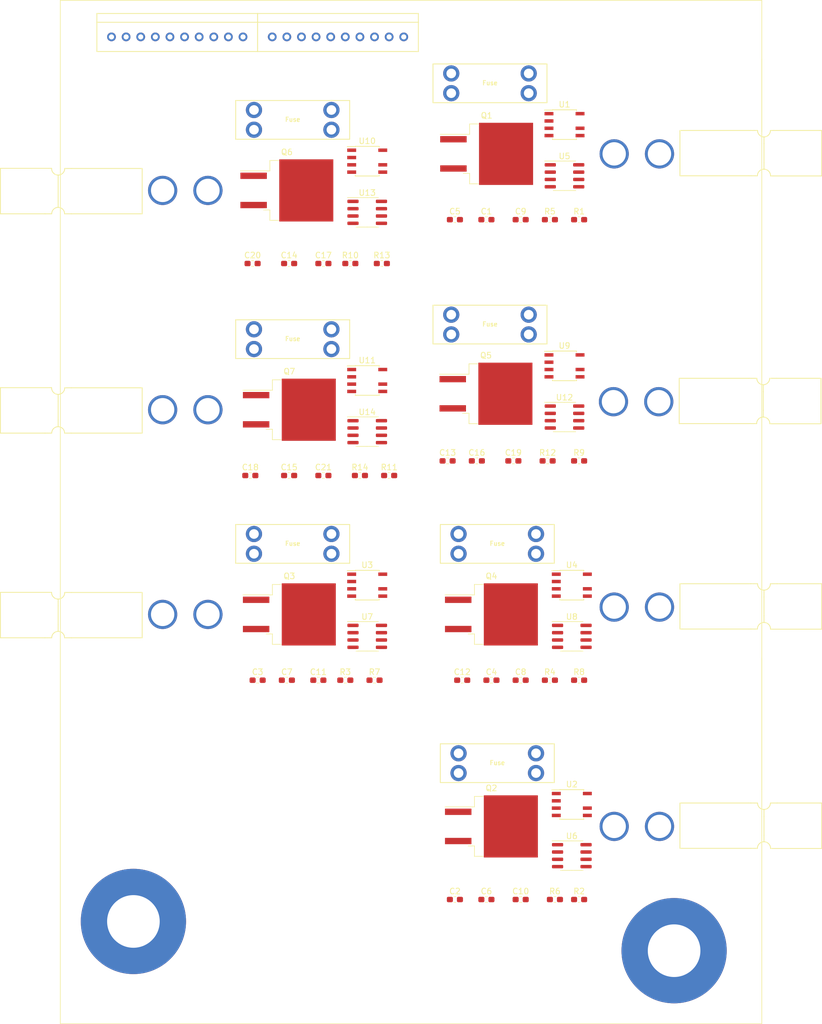
<source format=kicad_pcb>
(kicad_pcb (version 20171130) (host pcbnew "(5.1.4)-1")

  (general
    (thickness 1.6)
    (drawings 7)
    (tracks 0)
    (zones 0)
    (modules 74)
    (nets 78)
  )

  (page A4)
  (layers
    (0 F.Cu signal)
    (31 B.Cu signal)
    (32 B.Adhes user)
    (33 F.Adhes user)
    (34 B.Paste user)
    (35 F.Paste user)
    (36 B.SilkS user)
    (37 F.SilkS user)
    (38 B.Mask user)
    (39 F.Mask user)
    (40 Dwgs.User user)
    (41 Cmts.User user)
    (42 Eco1.User user)
    (43 Eco2.User user)
    (44 Edge.Cuts user)
    (45 Margin user)
    (46 B.CrtYd user)
    (47 F.CrtYd user)
    (48 B.Fab user)
    (49 F.Fab user)
  )

  (setup
    (last_trace_width 0.25)
    (trace_clearance 0.2)
    (zone_clearance 0.508)
    (zone_45_only no)
    (trace_min 0.2)
    (via_size 0.8)
    (via_drill 0.4)
    (via_min_size 0.4)
    (via_min_drill 0.3)
    (uvia_size 0.3)
    (uvia_drill 0.1)
    (uvias_allowed no)
    (uvia_min_size 0.2)
    (uvia_min_drill 0.1)
    (edge_width 0.05)
    (segment_width 0.2)
    (pcb_text_width 0.3)
    (pcb_text_size 1.5 1.5)
    (mod_edge_width 0.12)
    (mod_text_size 1 1)
    (mod_text_width 0.15)
    (pad_size 1.524 1.524)
    (pad_drill 0.762)
    (pad_to_mask_clearance 0.051)
    (solder_mask_min_width 0.25)
    (aux_axis_origin 0 0)
    (visible_elements 7FFFF7FF)
    (pcbplotparams
      (layerselection 0x010fc_ffffffff)
      (usegerberextensions false)
      (usegerberattributes false)
      (usegerberadvancedattributes false)
      (creategerberjobfile false)
      (excludeedgelayer true)
      (linewidth 0.100000)
      (plotframeref false)
      (viasonmask false)
      (mode 1)
      (useauxorigin false)
      (hpglpennumber 1)
      (hpglpenspeed 20)
      (hpglpendiameter 15.000000)
      (psnegative false)
      (psa4output false)
      (plotreference true)
      (plotvalue true)
      (plotinvisibletext false)
      (padsonsilk false)
      (subtractmaskfromsilk false)
      (outputformat 1)
      (mirror false)
      (drillshape 1)
      (scaleselection 1)
      (outputdirectory ""))
  )

  (net 0 "")
  (net 1 GND)
  (net 2 "Net-(C1-Pad1)")
  (net 3 "Net-(C2-Pad1)")
  (net 4 "Net-(C3-Pad1)")
  (net 5 "Net-(C4-Pad1)")
  (net 6 "Net-(C9-Pad1)")
  (net 7 "Net-(C10-Pad1)")
  (net 8 "Net-(C11-Pad1)")
  (net 9 "Net-(C12-Pad1)")
  (net 10 "Net-(C13-Pad1)")
  (net 11 "Net-(C14-Pad1)")
  (net 12 "Net-(C15-Pad1)")
  (net 13 "Net-(C19-Pad1)")
  (net 14 "Net-(C20-Pad1)")
  (net 15 "Net-(C21-Pad1)")
  (net 16 +3V3)
  (net 17 PE_4)
  (net 18 PC_4)
  (net 19 PC_5)
  (net 20 PC_6)
  (net 21 PE_5)
  (net 22 PD_3)
  (net 23 PC_7)
  (net 24 PB_2)
  (net 25 PB_3)
  (net 26 PM_5)
  (net 27 PM_4)
  (net 28 PA_6)
  (net 29 PD_7)
  (net 30 PE_3)
  (net 31 PE_2)
  (net 32 PE_1)
  (net 33 PE_0)
  (net 34 +5V)
  (net 35 "Net-(F1-Pad1)")
  (net 36 "Net-(Conn1-Pad1)")
  (net 37 "Net-(F2-Pad1)")
  (net 38 "Net-(Conn4-Pad1)")
  (net 39 "Net-(F3-Pad1)")
  (net 40 "Net-(Conn5-Pad1)")
  (net 41 "Net-(Conn6-Pad1)")
  (net 42 "Net-(F4-Pad1)")
  (net 43 "Net-(Conn7-Pad1)")
  (net 44 "Net-(F5-Pad1)")
  (net 45 "Net-(Conn8-Pad1)")
  (net 46 "Net-(F6-Pad1)")
  (net 47 "Net-(Conn9-Pad1)")
  (net 48 "Net-(F7-Pad1)")
  (net 49 "Net-(Q1-Pad1)")
  (net 50 "Net-(Q1-Pad3)")
  (net 51 "Net-(Q1-Pad2)")
  (net 52 "Net-(Q2-Pad1)")
  (net 53 "Net-(Q2-Pad3)")
  (net 54 "Net-(Q2-Pad2)")
  (net 55 "Net-(Q3-Pad2)")
  (net 56 "Net-(Q3-Pad3)")
  (net 57 "Net-(Q3-Pad1)")
  (net 58 "Net-(Q4-Pad2)")
  (net 59 "Net-(Q4-Pad3)")
  (net 60 "Net-(Q4-Pad1)")
  (net 61 "Net-(Q5-Pad2)")
  (net 62 "Net-(Q5-Pad3)")
  (net 63 "Net-(Q5-Pad1)")
  (net 64 "Net-(Q6-Pad1)")
  (net 65 "Net-(Q6-Pad3)")
  (net 66 "Net-(Q6-Pad2)")
  (net 67 "Net-(Q7-Pad1)")
  (net 68 "Net-(Q7-Pad3)")
  (net 69 "Net-(Q7-Pad2)")
  (net 70 "Net-(R1-Pad2)")
  (net 71 "Net-(R2-Pad2)")
  (net 72 "Net-(R3-Pad2)")
  (net 73 "Net-(R4-Pad2)")
  (net 74 "Net-(R9-Pad2)")
  (net 75 "Net-(R10-Pad2)")
  (net 76 "Net-(R11-Pad2)")
  (net 77 PVDD)

  (net_class Default "This is the default net class."
    (clearance 0.2)
    (trace_width 0.25)
    (via_dia 0.8)
    (via_drill 0.4)
    (uvia_dia 0.3)
    (uvia_drill 0.1)
    (add_net +3V3)
    (add_net +5V)
    (add_net GND)
    (add_net "Net-(C1-Pad1)")
    (add_net "Net-(C10-Pad1)")
    (add_net "Net-(C11-Pad1)")
    (add_net "Net-(C12-Pad1)")
    (add_net "Net-(C13-Pad1)")
    (add_net "Net-(C14-Pad1)")
    (add_net "Net-(C15-Pad1)")
    (add_net "Net-(C19-Pad1)")
    (add_net "Net-(C2-Pad1)")
    (add_net "Net-(C20-Pad1)")
    (add_net "Net-(C21-Pad1)")
    (add_net "Net-(C3-Pad1)")
    (add_net "Net-(C4-Pad1)")
    (add_net "Net-(C9-Pad1)")
    (add_net "Net-(Conn1-Pad1)")
    (add_net "Net-(Conn4-Pad1)")
    (add_net "Net-(Conn5-Pad1)")
    (add_net "Net-(Conn6-Pad1)")
    (add_net "Net-(Conn7-Pad1)")
    (add_net "Net-(Conn8-Pad1)")
    (add_net "Net-(Conn9-Pad1)")
    (add_net "Net-(F1-Pad1)")
    (add_net "Net-(F2-Pad1)")
    (add_net "Net-(F3-Pad1)")
    (add_net "Net-(F4-Pad1)")
    (add_net "Net-(F5-Pad1)")
    (add_net "Net-(F6-Pad1)")
    (add_net "Net-(F7-Pad1)")
    (add_net "Net-(Q1-Pad1)")
    (add_net "Net-(Q1-Pad2)")
    (add_net "Net-(Q1-Pad3)")
    (add_net "Net-(Q2-Pad1)")
    (add_net "Net-(Q2-Pad2)")
    (add_net "Net-(Q2-Pad3)")
    (add_net "Net-(Q3-Pad1)")
    (add_net "Net-(Q3-Pad2)")
    (add_net "Net-(Q3-Pad3)")
    (add_net "Net-(Q4-Pad1)")
    (add_net "Net-(Q4-Pad2)")
    (add_net "Net-(Q4-Pad3)")
    (add_net "Net-(Q5-Pad1)")
    (add_net "Net-(Q5-Pad2)")
    (add_net "Net-(Q5-Pad3)")
    (add_net "Net-(Q6-Pad1)")
    (add_net "Net-(Q6-Pad2)")
    (add_net "Net-(Q6-Pad3)")
    (add_net "Net-(Q7-Pad1)")
    (add_net "Net-(Q7-Pad2)")
    (add_net "Net-(Q7-Pad3)")
    (add_net "Net-(R1-Pad2)")
    (add_net "Net-(R10-Pad2)")
    (add_net "Net-(R11-Pad2)")
    (add_net "Net-(R2-Pad2)")
    (add_net "Net-(R3-Pad2)")
    (add_net "Net-(R4-Pad2)")
    (add_net "Net-(R9-Pad2)")
    (add_net PA_6)
    (add_net PB_2)
    (add_net PB_3)
    (add_net PC_4)
    (add_net PC_5)
    (add_net PC_6)
    (add_net PC_7)
    (add_net PD_3)
    (add_net PD_7)
    (add_net PE_0)
    (add_net PE_1)
    (add_net PE_2)
    (add_net PE_3)
    (add_net PE_4)
    (add_net PE_5)
    (add_net PM_4)
    (add_net PM_5)
    (add_net PVDD)
  )

  (module MRDT_Passives:ATC_Fuse_Block (layer F.Cu) (tedit 5C3FE97D) (tstamp 5D9DE2E4)
    (at 160.02 166.37)
    (tags "Fuse ATC")
    (path /5DA6E34F)
    (fp_text reference F2 (at 1.905 1.27) (layer Dwgs.User) hide
      (effects (font (size 1 1) (thickness 0.15)))
    )
    (fp_text value Fuse (at 9.906 -3.429) (layer F.SilkS)
      (effects (font (size 0.762 0.762) (thickness 0.15)))
    )
    (fp_line (start 0 0) (end 19.812 0) (layer F.SilkS) (width 0.15))
    (fp_line (start 0 0) (end 0 -6.731) (layer F.SilkS) (width 0.15))
    (fp_line (start 19.812 0) (end 19.812 -6.731) (layer F.SilkS) (width 0.15))
    (fp_line (start 0 -6.731) (end 19.812 -6.731) (layer F.SilkS) (width 0.15))
    (pad 1 thru_hole circle (at 3.175 -1.651) (size 2.8194 2.8194) (drill 1.6764) (layers *.Cu *.Mask)
      (net 37 "Net-(F2-Pad1)"))
    (pad 1 thru_hole circle (at 3.175 -5.08) (size 2.8194 2.8194) (drill 1.6764) (layers *.Cu *.Mask)
      (net 37 "Net-(F2-Pad1)"))
    (pad 2 thru_hole circle (at 16.637 -5.08) (size 2.8194 2.8194) (drill 1.6764) (layers *.Cu *.Mask)
      (net 38 "Net-(Conn4-Pad1)"))
    (pad 2 thru_hole circle (at 16.637 -1.651) (size 2.8194 2.8194) (drill 1.6764) (layers *.Cu *.Mask)
      (net 38 "Net-(Conn4-Pad1)"))
    (model "${MRDT_KICAD_LIBRARIES}/3D Files/MRDT_Passives/Fuze Block with Fuze.stp"
      (offset (xyz 0 6.667499899864197 0))
      (scale (xyz 1 1 1))
      (rotate (xyz 0 0 90))
    )
  )

  (module Capacitor_SMD:C_0603_1608Metric_Pad1.05x0.95mm_HandSolder (layer F.Cu) (tedit 5B301BBE) (tstamp 5D9DE086)
    (at 168.035 68.58)
    (descr "Capacitor SMD 0603 (1608 Metric), square (rectangular) end terminal, IPC_7351 nominal with elongated pad for handsoldering. (Body size source: http://www.tortai-tech.com/upload/download/2011102023233369053.pdf), generated with kicad-footprint-generator")
    (tags "capacitor handsolder")
    (path /5D9AE3A8)
    (attr smd)
    (fp_text reference C1 (at 0 -1.43) (layer F.SilkS)
      (effects (font (size 1 1) (thickness 0.15)))
    )
    (fp_text value "0.1 uF" (at 0 1.43) (layer F.Fab)
      (effects (font (size 1 1) (thickness 0.15)))
    )
    (fp_text user %R (at 0 0) (layer F.Fab)
      (effects (font (size 0.4 0.4) (thickness 0.06)))
    )
    (fp_line (start 1.65 0.73) (end -1.65 0.73) (layer F.CrtYd) (width 0.05))
    (fp_line (start 1.65 -0.73) (end 1.65 0.73) (layer F.CrtYd) (width 0.05))
    (fp_line (start -1.65 -0.73) (end 1.65 -0.73) (layer F.CrtYd) (width 0.05))
    (fp_line (start -1.65 0.73) (end -1.65 -0.73) (layer F.CrtYd) (width 0.05))
    (fp_line (start -0.171267 0.51) (end 0.171267 0.51) (layer F.SilkS) (width 0.12))
    (fp_line (start -0.171267 -0.51) (end 0.171267 -0.51) (layer F.SilkS) (width 0.12))
    (fp_line (start 0.8 0.4) (end -0.8 0.4) (layer F.Fab) (width 0.1))
    (fp_line (start 0.8 -0.4) (end 0.8 0.4) (layer F.Fab) (width 0.1))
    (fp_line (start -0.8 -0.4) (end 0.8 -0.4) (layer F.Fab) (width 0.1))
    (fp_line (start -0.8 0.4) (end -0.8 -0.4) (layer F.Fab) (width 0.1))
    (pad 2 smd roundrect (at 0.875 0) (size 1.05 0.95) (layers F.Cu F.Paste F.Mask) (roundrect_rratio 0.25)
      (net 1 GND))
    (pad 1 smd roundrect (at -0.875 0) (size 1.05 0.95) (layers F.Cu F.Paste F.Mask) (roundrect_rratio 0.25)
      (net 2 "Net-(C1-Pad1)"))
    (model ${KISYS3DMOD}/Capacitor_SMD.3dshapes/C_0603_1608Metric.wrl
      (at (xyz 0 0 0))
      (scale (xyz 1 1 1))
      (rotate (xyz 0 0 0))
    )
  )

  (module Capacitor_SMD:C_0603_1608Metric_Pad1.05x0.95mm_HandSolder (layer F.Cu) (tedit 5B301BBE) (tstamp 5D9DE097)
    (at 162.56 186.69)
    (descr "Capacitor SMD 0603 (1608 Metric), square (rectangular) end terminal, IPC_7351 nominal with elongated pad for handsoldering. (Body size source: http://www.tortai-tech.com/upload/download/2011102023233369053.pdf), generated with kicad-footprint-generator")
    (tags "capacitor handsolder")
    (path /5D9E1C47)
    (attr smd)
    (fp_text reference C2 (at 0 -1.43) (layer F.SilkS)
      (effects (font (size 1 1) (thickness 0.15)))
    )
    (fp_text value "0.1 uF" (at 0 1.43) (layer F.Fab)
      (effects (font (size 1 1) (thickness 0.15)))
    )
    (fp_line (start -0.8 0.4) (end -0.8 -0.4) (layer F.Fab) (width 0.1))
    (fp_line (start -0.8 -0.4) (end 0.8 -0.4) (layer F.Fab) (width 0.1))
    (fp_line (start 0.8 -0.4) (end 0.8 0.4) (layer F.Fab) (width 0.1))
    (fp_line (start 0.8 0.4) (end -0.8 0.4) (layer F.Fab) (width 0.1))
    (fp_line (start -0.171267 -0.51) (end 0.171267 -0.51) (layer F.SilkS) (width 0.12))
    (fp_line (start -0.171267 0.51) (end 0.171267 0.51) (layer F.SilkS) (width 0.12))
    (fp_line (start -1.65 0.73) (end -1.65 -0.73) (layer F.CrtYd) (width 0.05))
    (fp_line (start -1.65 -0.73) (end 1.65 -0.73) (layer F.CrtYd) (width 0.05))
    (fp_line (start 1.65 -0.73) (end 1.65 0.73) (layer F.CrtYd) (width 0.05))
    (fp_line (start 1.65 0.73) (end -1.65 0.73) (layer F.CrtYd) (width 0.05))
    (fp_text user %R (at 0 0) (layer F.Fab)
      (effects (font (size 0.4 0.4) (thickness 0.06)))
    )
    (pad 1 smd roundrect (at -0.875 0) (size 1.05 0.95) (layers F.Cu F.Paste F.Mask) (roundrect_rratio 0.25)
      (net 3 "Net-(C2-Pad1)"))
    (pad 2 smd roundrect (at 0.875 0) (size 1.05 0.95) (layers F.Cu F.Paste F.Mask) (roundrect_rratio 0.25)
      (net 1 GND))
    (model ${KISYS3DMOD}/Capacitor_SMD.3dshapes/C_0603_1608Metric.wrl
      (at (xyz 0 0 0))
      (scale (xyz 1 1 1))
      (rotate (xyz 0 0 0))
    )
  )

  (module Capacitor_SMD:C_0603_1608Metric_Pad1.05x0.95mm_HandSolder (layer F.Cu) (tedit 5B301BBE) (tstamp 5DA20CD9)
    (at 128.27 148.59)
    (descr "Capacitor SMD 0603 (1608 Metric), square (rectangular) end terminal, IPC_7351 nominal with elongated pad for handsoldering. (Body size source: http://www.tortai-tech.com/upload/download/2011102023233369053.pdf), generated with kicad-footprint-generator")
    (tags "capacitor handsolder")
    (path /5DA2DADF)
    (attr smd)
    (fp_text reference C3 (at 0 -1.43) (layer F.SilkS)
      (effects (font (size 1 1) (thickness 0.15)))
    )
    (fp_text value "0.1 uF" (at 0 1.43) (layer F.Fab)
      (effects (font (size 1 1) (thickness 0.15)))
    )
    (fp_line (start -0.8 0.4) (end -0.8 -0.4) (layer F.Fab) (width 0.1))
    (fp_line (start -0.8 -0.4) (end 0.8 -0.4) (layer F.Fab) (width 0.1))
    (fp_line (start 0.8 -0.4) (end 0.8 0.4) (layer F.Fab) (width 0.1))
    (fp_line (start 0.8 0.4) (end -0.8 0.4) (layer F.Fab) (width 0.1))
    (fp_line (start -0.171267 -0.51) (end 0.171267 -0.51) (layer F.SilkS) (width 0.12))
    (fp_line (start -0.171267 0.51) (end 0.171267 0.51) (layer F.SilkS) (width 0.12))
    (fp_line (start -1.65 0.73) (end -1.65 -0.73) (layer F.CrtYd) (width 0.05))
    (fp_line (start -1.65 -0.73) (end 1.65 -0.73) (layer F.CrtYd) (width 0.05))
    (fp_line (start 1.65 -0.73) (end 1.65 0.73) (layer F.CrtYd) (width 0.05))
    (fp_line (start 1.65 0.73) (end -1.65 0.73) (layer F.CrtYd) (width 0.05))
    (fp_text user %R (at 0 0) (layer F.Fab)
      (effects (font (size 0.4 0.4) (thickness 0.06)))
    )
    (pad 1 smd roundrect (at -0.875 0) (size 1.05 0.95) (layers F.Cu F.Paste F.Mask) (roundrect_rratio 0.25)
      (net 4 "Net-(C3-Pad1)"))
    (pad 2 smd roundrect (at 0.875 0) (size 1.05 0.95) (layers F.Cu F.Paste F.Mask) (roundrect_rratio 0.25)
      (net 1 GND))
    (model ${KISYS3DMOD}/Capacitor_SMD.3dshapes/C_0603_1608Metric.wrl
      (at (xyz 0 0 0))
      (scale (xyz 1 1 1))
      (rotate (xyz 0 0 0))
    )
  )

  (module Capacitor_SMD:C_0603_1608Metric_Pad1.05x0.95mm_HandSolder (layer F.Cu) (tedit 5B301BBE) (tstamp 5D9DE0B9)
    (at 168.91 148.59)
    (descr "Capacitor SMD 0603 (1608 Metric), square (rectangular) end terminal, IPC_7351 nominal with elongated pad for handsoldering. (Body size source: http://www.tortai-tech.com/upload/download/2011102023233369053.pdf), generated with kicad-footprint-generator")
    (tags "capacitor handsolder")
    (path /5DA59E2D)
    (attr smd)
    (fp_text reference C4 (at 0 -1.43) (layer F.SilkS)
      (effects (font (size 1 1) (thickness 0.15)))
    )
    (fp_text value "0.1 uF" (at 0 1.43) (layer F.Fab)
      (effects (font (size 1 1) (thickness 0.15)))
    )
    (fp_line (start -0.8 0.4) (end -0.8 -0.4) (layer F.Fab) (width 0.1))
    (fp_line (start -0.8 -0.4) (end 0.8 -0.4) (layer F.Fab) (width 0.1))
    (fp_line (start 0.8 -0.4) (end 0.8 0.4) (layer F.Fab) (width 0.1))
    (fp_line (start 0.8 0.4) (end -0.8 0.4) (layer F.Fab) (width 0.1))
    (fp_line (start -0.171267 -0.51) (end 0.171267 -0.51) (layer F.SilkS) (width 0.12))
    (fp_line (start -0.171267 0.51) (end 0.171267 0.51) (layer F.SilkS) (width 0.12))
    (fp_line (start -1.65 0.73) (end -1.65 -0.73) (layer F.CrtYd) (width 0.05))
    (fp_line (start -1.65 -0.73) (end 1.65 -0.73) (layer F.CrtYd) (width 0.05))
    (fp_line (start 1.65 -0.73) (end 1.65 0.73) (layer F.CrtYd) (width 0.05))
    (fp_line (start 1.65 0.73) (end -1.65 0.73) (layer F.CrtYd) (width 0.05))
    (fp_text user %R (at 0 0) (layer F.Fab)
      (effects (font (size 0.4 0.4) (thickness 0.06)))
    )
    (pad 1 smd roundrect (at -0.875 0) (size 1.05 0.95) (layers F.Cu F.Paste F.Mask) (roundrect_rratio 0.25)
      (net 5 "Net-(C4-Pad1)"))
    (pad 2 smd roundrect (at 0.875 0) (size 1.05 0.95) (layers F.Cu F.Paste F.Mask) (roundrect_rratio 0.25)
      (net 1 GND))
    (model ${KISYS3DMOD}/Capacitor_SMD.3dshapes/C_0603_1608Metric.wrl
      (at (xyz 0 0 0))
      (scale (xyz 1 1 1))
      (rotate (xyz 0 0 0))
    )
  )

  (module Capacitor_SMD:C_0603_1608Metric_Pad1.05x0.95mm_HandSolder (layer F.Cu) (tedit 5B301BBE) (tstamp 5D9FE043)
    (at 162.56 68.58)
    (descr "Capacitor SMD 0603 (1608 Metric), square (rectangular) end terminal, IPC_7351 nominal with elongated pad for handsoldering. (Body size source: http://www.tortai-tech.com/upload/download/2011102023233369053.pdf), generated with kicad-footprint-generator")
    (tags "capacitor handsolder")
    (path /5D96EE1F)
    (attr smd)
    (fp_text reference C5 (at 0 -1.43) (layer F.SilkS)
      (effects (font (size 1 1) (thickness 0.15)))
    )
    (fp_text value "10 uf" (at 0 1.43) (layer F.Fab)
      (effects (font (size 1 1) (thickness 0.15)))
    )
    (fp_text user %R (at 0 0) (layer F.Fab)
      (effects (font (size 0.4 0.4) (thickness 0.06)))
    )
    (fp_line (start 1.65 0.73) (end -1.65 0.73) (layer F.CrtYd) (width 0.05))
    (fp_line (start 1.65 -0.73) (end 1.65 0.73) (layer F.CrtYd) (width 0.05))
    (fp_line (start -1.65 -0.73) (end 1.65 -0.73) (layer F.CrtYd) (width 0.05))
    (fp_line (start -1.65 0.73) (end -1.65 -0.73) (layer F.CrtYd) (width 0.05))
    (fp_line (start -0.171267 0.51) (end 0.171267 0.51) (layer F.SilkS) (width 0.12))
    (fp_line (start -0.171267 -0.51) (end 0.171267 -0.51) (layer F.SilkS) (width 0.12))
    (fp_line (start 0.8 0.4) (end -0.8 0.4) (layer F.Fab) (width 0.1))
    (fp_line (start 0.8 -0.4) (end 0.8 0.4) (layer F.Fab) (width 0.1))
    (fp_line (start -0.8 -0.4) (end 0.8 -0.4) (layer F.Fab) (width 0.1))
    (fp_line (start -0.8 0.4) (end -0.8 -0.4) (layer F.Fab) (width 0.1))
    (pad 2 smd roundrect (at 0.875 0) (size 1.05 0.95) (layers F.Cu F.Paste F.Mask) (roundrect_rratio 0.25)
      (net 1 GND))
    (pad 1 smd roundrect (at -0.875 0) (size 1.05 0.95) (layers F.Cu F.Paste F.Mask) (roundrect_rratio 0.25)
      (net 77 PVDD))
    (model ${KISYS3DMOD}/Capacitor_SMD.3dshapes/C_0603_1608Metric.wrl
      (at (xyz 0 0 0))
      (scale (xyz 1 1 1))
      (rotate (xyz 0 0 0))
    )
  )

  (module Capacitor_SMD:C_0603_1608Metric_Pad1.05x0.95mm_HandSolder (layer F.Cu) (tedit 5B301BBE) (tstamp 5D9DE0DB)
    (at 168.035 186.69)
    (descr "Capacitor SMD 0603 (1608 Metric), square (rectangular) end terminal, IPC_7351 nominal with elongated pad for handsoldering. (Body size source: http://www.tortai-tech.com/upload/download/2011102023233369053.pdf), generated with kicad-footprint-generator")
    (tags "capacitor handsolder")
    (path /5D9E1C5F)
    (attr smd)
    (fp_text reference C6 (at 0 -1.43) (layer F.SilkS)
      (effects (font (size 1 1) (thickness 0.15)))
    )
    (fp_text value "10 uf" (at 0 1.43) (layer F.Fab)
      (effects (font (size 1 1) (thickness 0.15)))
    )
    (fp_text user %R (at 0 0) (layer F.Fab)
      (effects (font (size 0.4 0.4) (thickness 0.06)))
    )
    (fp_line (start 1.65 0.73) (end -1.65 0.73) (layer F.CrtYd) (width 0.05))
    (fp_line (start 1.65 -0.73) (end 1.65 0.73) (layer F.CrtYd) (width 0.05))
    (fp_line (start -1.65 -0.73) (end 1.65 -0.73) (layer F.CrtYd) (width 0.05))
    (fp_line (start -1.65 0.73) (end -1.65 -0.73) (layer F.CrtYd) (width 0.05))
    (fp_line (start -0.171267 0.51) (end 0.171267 0.51) (layer F.SilkS) (width 0.12))
    (fp_line (start -0.171267 -0.51) (end 0.171267 -0.51) (layer F.SilkS) (width 0.12))
    (fp_line (start 0.8 0.4) (end -0.8 0.4) (layer F.Fab) (width 0.1))
    (fp_line (start 0.8 -0.4) (end 0.8 0.4) (layer F.Fab) (width 0.1))
    (fp_line (start -0.8 -0.4) (end 0.8 -0.4) (layer F.Fab) (width 0.1))
    (fp_line (start -0.8 0.4) (end -0.8 -0.4) (layer F.Fab) (width 0.1))
    (pad 2 smd roundrect (at 0.875 0) (size 1.05 0.95) (layers F.Cu F.Paste F.Mask) (roundrect_rratio 0.25)
      (net 1 GND))
    (pad 1 smd roundrect (at -0.875 0) (size 1.05 0.95) (layers F.Cu F.Paste F.Mask) (roundrect_rratio 0.25)
      (net 77 PVDD))
    (model ${KISYS3DMOD}/Capacitor_SMD.3dshapes/C_0603_1608Metric.wrl
      (at (xyz 0 0 0))
      (scale (xyz 1 1 1))
      (rotate (xyz 0 0 0))
    )
  )

  (module Capacitor_SMD:C_0603_1608Metric_Pad1.05x0.95mm_HandSolder (layer F.Cu) (tedit 5B301BBE) (tstamp 5DA20CA9)
    (at 133.35 148.59)
    (descr "Capacitor SMD 0603 (1608 Metric), square (rectangular) end terminal, IPC_7351 nominal with elongated pad for handsoldering. (Body size source: http://www.tortai-tech.com/upload/download/2011102023233369053.pdf), generated with kicad-footprint-generator")
    (tags "capacitor handsolder")
    (path /5DA2DAF6)
    (attr smd)
    (fp_text reference C7 (at 0 -1.43) (layer F.SilkS)
      (effects (font (size 1 1) (thickness 0.15)))
    )
    (fp_text value "10 uf" (at 0 1.43) (layer F.Fab)
      (effects (font (size 1 1) (thickness 0.15)))
    )
    (fp_line (start -0.8 0.4) (end -0.8 -0.4) (layer F.Fab) (width 0.1))
    (fp_line (start -0.8 -0.4) (end 0.8 -0.4) (layer F.Fab) (width 0.1))
    (fp_line (start 0.8 -0.4) (end 0.8 0.4) (layer F.Fab) (width 0.1))
    (fp_line (start 0.8 0.4) (end -0.8 0.4) (layer F.Fab) (width 0.1))
    (fp_line (start -0.171267 -0.51) (end 0.171267 -0.51) (layer F.SilkS) (width 0.12))
    (fp_line (start -0.171267 0.51) (end 0.171267 0.51) (layer F.SilkS) (width 0.12))
    (fp_line (start -1.65 0.73) (end -1.65 -0.73) (layer F.CrtYd) (width 0.05))
    (fp_line (start -1.65 -0.73) (end 1.65 -0.73) (layer F.CrtYd) (width 0.05))
    (fp_line (start 1.65 -0.73) (end 1.65 0.73) (layer F.CrtYd) (width 0.05))
    (fp_line (start 1.65 0.73) (end -1.65 0.73) (layer F.CrtYd) (width 0.05))
    (fp_text user %R (at 0 0) (layer F.Fab)
      (effects (font (size 0.4 0.4) (thickness 0.06)))
    )
    (pad 1 smd roundrect (at -0.875 0) (size 1.05 0.95) (layers F.Cu F.Paste F.Mask) (roundrect_rratio 0.25)
      (net 77 PVDD))
    (pad 2 smd roundrect (at 0.875 0) (size 1.05 0.95) (layers F.Cu F.Paste F.Mask) (roundrect_rratio 0.25)
      (net 1 GND))
    (model ${KISYS3DMOD}/Capacitor_SMD.3dshapes/C_0603_1608Metric.wrl
      (at (xyz 0 0 0))
      (scale (xyz 1 1 1))
      (rotate (xyz 0 0 0))
    )
  )

  (module Capacitor_SMD:C_0603_1608Metric_Pad1.05x0.95mm_HandSolder (layer F.Cu) (tedit 5B301BBE) (tstamp 5D9DE0FD)
    (at 173.99 148.59)
    (descr "Capacitor SMD 0603 (1608 Metric), square (rectangular) end terminal, IPC_7351 nominal with elongated pad for handsoldering. (Body size source: http://www.tortai-tech.com/upload/download/2011102023233369053.pdf), generated with kicad-footprint-generator")
    (tags "capacitor handsolder")
    (path /5DA59E44)
    (attr smd)
    (fp_text reference C8 (at 0 -1.43) (layer F.SilkS)
      (effects (font (size 1 1) (thickness 0.15)))
    )
    (fp_text value "10 uf" (at 0 1.43) (layer F.Fab)
      (effects (font (size 1 1) (thickness 0.15)))
    )
    (fp_text user %R (at 0 0) (layer F.Fab)
      (effects (font (size 0.4 0.4) (thickness 0.06)))
    )
    (fp_line (start 1.65 0.73) (end -1.65 0.73) (layer F.CrtYd) (width 0.05))
    (fp_line (start 1.65 -0.73) (end 1.65 0.73) (layer F.CrtYd) (width 0.05))
    (fp_line (start -1.65 -0.73) (end 1.65 -0.73) (layer F.CrtYd) (width 0.05))
    (fp_line (start -1.65 0.73) (end -1.65 -0.73) (layer F.CrtYd) (width 0.05))
    (fp_line (start -0.171267 0.51) (end 0.171267 0.51) (layer F.SilkS) (width 0.12))
    (fp_line (start -0.171267 -0.51) (end 0.171267 -0.51) (layer F.SilkS) (width 0.12))
    (fp_line (start 0.8 0.4) (end -0.8 0.4) (layer F.Fab) (width 0.1))
    (fp_line (start 0.8 -0.4) (end 0.8 0.4) (layer F.Fab) (width 0.1))
    (fp_line (start -0.8 -0.4) (end 0.8 -0.4) (layer F.Fab) (width 0.1))
    (fp_line (start -0.8 0.4) (end -0.8 -0.4) (layer F.Fab) (width 0.1))
    (pad 2 smd roundrect (at 0.875 0) (size 1.05 0.95) (layers F.Cu F.Paste F.Mask) (roundrect_rratio 0.25)
      (net 1 GND))
    (pad 1 smd roundrect (at -0.875 0) (size 1.05 0.95) (layers F.Cu F.Paste F.Mask) (roundrect_rratio 0.25)
      (net 77 PVDD))
    (model ${KISYS3DMOD}/Capacitor_SMD.3dshapes/C_0603_1608Metric.wrl
      (at (xyz 0 0 0))
      (scale (xyz 1 1 1))
      (rotate (xyz 0 0 0))
    )
  )

  (module Capacitor_SMD:C_0603_1608Metric_Pad1.05x0.95mm_HandSolder (layer F.Cu) (tedit 5B301BBE) (tstamp 5D9DE10E)
    (at 173.99 68.58)
    (descr "Capacitor SMD 0603 (1608 Metric), square (rectangular) end terminal, IPC_7351 nominal with elongated pad for handsoldering. (Body size source: http://www.tortai-tech.com/upload/download/2011102023233369053.pdf), generated with kicad-footprint-generator")
    (tags "capacitor handsolder")
    (path /5D9B19FD)
    (attr smd)
    (fp_text reference C9 (at 0 -1.43) (layer F.SilkS)
      (effects (font (size 1 1) (thickness 0.15)))
    )
    (fp_text value "0.1 uF" (at 0 1.43) (layer F.Fab)
      (effects (font (size 1 1) (thickness 0.15)))
    )
    (fp_line (start -0.8 0.4) (end -0.8 -0.4) (layer F.Fab) (width 0.1))
    (fp_line (start -0.8 -0.4) (end 0.8 -0.4) (layer F.Fab) (width 0.1))
    (fp_line (start 0.8 -0.4) (end 0.8 0.4) (layer F.Fab) (width 0.1))
    (fp_line (start 0.8 0.4) (end -0.8 0.4) (layer F.Fab) (width 0.1))
    (fp_line (start -0.171267 -0.51) (end 0.171267 -0.51) (layer F.SilkS) (width 0.12))
    (fp_line (start -0.171267 0.51) (end 0.171267 0.51) (layer F.SilkS) (width 0.12))
    (fp_line (start -1.65 0.73) (end -1.65 -0.73) (layer F.CrtYd) (width 0.05))
    (fp_line (start -1.65 -0.73) (end 1.65 -0.73) (layer F.CrtYd) (width 0.05))
    (fp_line (start 1.65 -0.73) (end 1.65 0.73) (layer F.CrtYd) (width 0.05))
    (fp_line (start 1.65 0.73) (end -1.65 0.73) (layer F.CrtYd) (width 0.05))
    (fp_text user %R (at 0 0) (layer F.Fab)
      (effects (font (size 0.4 0.4) (thickness 0.06)))
    )
    (pad 1 smd roundrect (at -0.875 0) (size 1.05 0.95) (layers F.Cu F.Paste F.Mask) (roundrect_rratio 0.25)
      (net 6 "Net-(C9-Pad1)"))
    (pad 2 smd roundrect (at 0.875 0) (size 1.05 0.95) (layers F.Cu F.Paste F.Mask) (roundrect_rratio 0.25)
      (net 1 GND))
    (model ${KISYS3DMOD}/Capacitor_SMD.3dshapes/C_0603_1608Metric.wrl
      (at (xyz 0 0 0))
      (scale (xyz 1 1 1))
      (rotate (xyz 0 0 0))
    )
  )

  (module Capacitor_SMD:C_0603_1608Metric_Pad1.05x0.95mm_HandSolder (layer F.Cu) (tedit 5B301BBE) (tstamp 5D9DE11F)
    (at 173.99 186.69)
    (descr "Capacitor SMD 0603 (1608 Metric), square (rectangular) end terminal, IPC_7351 nominal with elongated pad for handsoldering. (Body size source: http://www.tortai-tech.com/upload/download/2011102023233369053.pdf), generated with kicad-footprint-generator")
    (tags "capacitor handsolder")
    (path /5D9E1C4D)
    (attr smd)
    (fp_text reference C10 (at 0 -1.43) (layer F.SilkS)
      (effects (font (size 1 1) (thickness 0.15)))
    )
    (fp_text value "0.1 uF" (at 0 1.43) (layer F.Fab)
      (effects (font (size 1 1) (thickness 0.15)))
    )
    (fp_text user %R (at 0 0) (layer F.Fab)
      (effects (font (size 0.4 0.4) (thickness 0.06)))
    )
    (fp_line (start 1.65 0.73) (end -1.65 0.73) (layer F.CrtYd) (width 0.05))
    (fp_line (start 1.65 -0.73) (end 1.65 0.73) (layer F.CrtYd) (width 0.05))
    (fp_line (start -1.65 -0.73) (end 1.65 -0.73) (layer F.CrtYd) (width 0.05))
    (fp_line (start -1.65 0.73) (end -1.65 -0.73) (layer F.CrtYd) (width 0.05))
    (fp_line (start -0.171267 0.51) (end 0.171267 0.51) (layer F.SilkS) (width 0.12))
    (fp_line (start -0.171267 -0.51) (end 0.171267 -0.51) (layer F.SilkS) (width 0.12))
    (fp_line (start 0.8 0.4) (end -0.8 0.4) (layer F.Fab) (width 0.1))
    (fp_line (start 0.8 -0.4) (end 0.8 0.4) (layer F.Fab) (width 0.1))
    (fp_line (start -0.8 -0.4) (end 0.8 -0.4) (layer F.Fab) (width 0.1))
    (fp_line (start -0.8 0.4) (end -0.8 -0.4) (layer F.Fab) (width 0.1))
    (pad 2 smd roundrect (at 0.875 0) (size 1.05 0.95) (layers F.Cu F.Paste F.Mask) (roundrect_rratio 0.25)
      (net 1 GND))
    (pad 1 smd roundrect (at -0.875 0) (size 1.05 0.95) (layers F.Cu F.Paste F.Mask) (roundrect_rratio 0.25)
      (net 7 "Net-(C10-Pad1)"))
    (model ${KISYS3DMOD}/Capacitor_SMD.3dshapes/C_0603_1608Metric.wrl
      (at (xyz 0 0 0))
      (scale (xyz 1 1 1))
      (rotate (xyz 0 0 0))
    )
  )

  (module Capacitor_SMD:C_0603_1608Metric_Pad1.05x0.95mm_HandSolder (layer F.Cu) (tedit 5B301BBE) (tstamp 5DA20C79)
    (at 138.825 148.59)
    (descr "Capacitor SMD 0603 (1608 Metric), square (rectangular) end terminal, IPC_7351 nominal with elongated pad for handsoldering. (Body size source: http://www.tortai-tech.com/upload/download/2011102023233369053.pdf), generated with kicad-footprint-generator")
    (tags "capacitor handsolder")
    (path /5DA2DAE5)
    (attr smd)
    (fp_text reference C11 (at 0 -1.43) (layer F.SilkS)
      (effects (font (size 1 1) (thickness 0.15)))
    )
    (fp_text value "0.1 uF" (at 0 1.43) (layer F.Fab)
      (effects (font (size 1 1) (thickness 0.15)))
    )
    (fp_text user %R (at 0 0) (layer F.Fab)
      (effects (font (size 0.4 0.4) (thickness 0.06)))
    )
    (fp_line (start 1.65 0.73) (end -1.65 0.73) (layer F.CrtYd) (width 0.05))
    (fp_line (start 1.65 -0.73) (end 1.65 0.73) (layer F.CrtYd) (width 0.05))
    (fp_line (start -1.65 -0.73) (end 1.65 -0.73) (layer F.CrtYd) (width 0.05))
    (fp_line (start -1.65 0.73) (end -1.65 -0.73) (layer F.CrtYd) (width 0.05))
    (fp_line (start -0.171267 0.51) (end 0.171267 0.51) (layer F.SilkS) (width 0.12))
    (fp_line (start -0.171267 -0.51) (end 0.171267 -0.51) (layer F.SilkS) (width 0.12))
    (fp_line (start 0.8 0.4) (end -0.8 0.4) (layer F.Fab) (width 0.1))
    (fp_line (start 0.8 -0.4) (end 0.8 0.4) (layer F.Fab) (width 0.1))
    (fp_line (start -0.8 -0.4) (end 0.8 -0.4) (layer F.Fab) (width 0.1))
    (fp_line (start -0.8 0.4) (end -0.8 -0.4) (layer F.Fab) (width 0.1))
    (pad 2 smd roundrect (at 0.875 0) (size 1.05 0.95) (layers F.Cu F.Paste F.Mask) (roundrect_rratio 0.25)
      (net 1 GND))
    (pad 1 smd roundrect (at -0.875 0) (size 1.05 0.95) (layers F.Cu F.Paste F.Mask) (roundrect_rratio 0.25)
      (net 8 "Net-(C11-Pad1)"))
    (model ${KISYS3DMOD}/Capacitor_SMD.3dshapes/C_0603_1608Metric.wrl
      (at (xyz 0 0 0))
      (scale (xyz 1 1 1))
      (rotate (xyz 0 0 0))
    )
  )

  (module Capacitor_SMD:C_0603_1608Metric_Pad1.05x0.95mm_HandSolder (layer F.Cu) (tedit 5B301BBE) (tstamp 5D9DE141)
    (at 163.83 148.59)
    (descr "Capacitor SMD 0603 (1608 Metric), square (rectangular) end terminal, IPC_7351 nominal with elongated pad for handsoldering. (Body size source: http://www.tortai-tech.com/upload/download/2011102023233369053.pdf), generated with kicad-footprint-generator")
    (tags "capacitor handsolder")
    (path /5DA59E33)
    (attr smd)
    (fp_text reference C12 (at 0 -1.43) (layer F.SilkS)
      (effects (font (size 1 1) (thickness 0.15)))
    )
    (fp_text value "0.1 uF" (at 0 1.43) (layer F.Fab)
      (effects (font (size 1 1) (thickness 0.15)))
    )
    (fp_text user %R (at 0 0) (layer F.Fab)
      (effects (font (size 0.4 0.4) (thickness 0.06)))
    )
    (fp_line (start 1.65 0.73) (end -1.65 0.73) (layer F.CrtYd) (width 0.05))
    (fp_line (start 1.65 -0.73) (end 1.65 0.73) (layer F.CrtYd) (width 0.05))
    (fp_line (start -1.65 -0.73) (end 1.65 -0.73) (layer F.CrtYd) (width 0.05))
    (fp_line (start -1.65 0.73) (end -1.65 -0.73) (layer F.CrtYd) (width 0.05))
    (fp_line (start -0.171267 0.51) (end 0.171267 0.51) (layer F.SilkS) (width 0.12))
    (fp_line (start -0.171267 -0.51) (end 0.171267 -0.51) (layer F.SilkS) (width 0.12))
    (fp_line (start 0.8 0.4) (end -0.8 0.4) (layer F.Fab) (width 0.1))
    (fp_line (start 0.8 -0.4) (end 0.8 0.4) (layer F.Fab) (width 0.1))
    (fp_line (start -0.8 -0.4) (end 0.8 -0.4) (layer F.Fab) (width 0.1))
    (fp_line (start -0.8 0.4) (end -0.8 -0.4) (layer F.Fab) (width 0.1))
    (pad 2 smd roundrect (at 0.875 0) (size 1.05 0.95) (layers F.Cu F.Paste F.Mask) (roundrect_rratio 0.25)
      (net 1 GND))
    (pad 1 smd roundrect (at -0.875 0) (size 1.05 0.95) (layers F.Cu F.Paste F.Mask) (roundrect_rratio 0.25)
      (net 9 "Net-(C12-Pad1)"))
    (model ${KISYS3DMOD}/Capacitor_SMD.3dshapes/C_0603_1608Metric.wrl
      (at (xyz 0 0 0))
      (scale (xyz 1 1 1))
      (rotate (xyz 0 0 0))
    )
  )

  (module Capacitor_SMD:C_0603_1608Metric_Pad1.05x0.95mm_HandSolder (layer F.Cu) (tedit 5B301BBE) (tstamp 5D9DE152)
    (at 161.29 110.49)
    (descr "Capacitor SMD 0603 (1608 Metric), square (rectangular) end terminal, IPC_7351 nominal with elongated pad for handsoldering. (Body size source: http://www.tortai-tech.com/upload/download/2011102023233369053.pdf), generated with kicad-footprint-generator")
    (tags "capacitor handsolder")
    (path /5DA0DA20)
    (attr smd)
    (fp_text reference C13 (at 0 -1.43) (layer F.SilkS)
      (effects (font (size 1 1) (thickness 0.15)))
    )
    (fp_text value "0.1 uF" (at 0 1.43) (layer F.Fab)
      (effects (font (size 1 1) (thickness 0.15)))
    )
    (fp_text user %R (at 0 0) (layer F.Fab)
      (effects (font (size 0.4 0.4) (thickness 0.06)))
    )
    (fp_line (start 1.65 0.73) (end -1.65 0.73) (layer F.CrtYd) (width 0.05))
    (fp_line (start 1.65 -0.73) (end 1.65 0.73) (layer F.CrtYd) (width 0.05))
    (fp_line (start -1.65 -0.73) (end 1.65 -0.73) (layer F.CrtYd) (width 0.05))
    (fp_line (start -1.65 0.73) (end -1.65 -0.73) (layer F.CrtYd) (width 0.05))
    (fp_line (start -0.171267 0.51) (end 0.171267 0.51) (layer F.SilkS) (width 0.12))
    (fp_line (start -0.171267 -0.51) (end 0.171267 -0.51) (layer F.SilkS) (width 0.12))
    (fp_line (start 0.8 0.4) (end -0.8 0.4) (layer F.Fab) (width 0.1))
    (fp_line (start 0.8 -0.4) (end 0.8 0.4) (layer F.Fab) (width 0.1))
    (fp_line (start -0.8 -0.4) (end 0.8 -0.4) (layer F.Fab) (width 0.1))
    (fp_line (start -0.8 0.4) (end -0.8 -0.4) (layer F.Fab) (width 0.1))
    (pad 2 smd roundrect (at 0.875 0) (size 1.05 0.95) (layers F.Cu F.Paste F.Mask) (roundrect_rratio 0.25)
      (net 1 GND))
    (pad 1 smd roundrect (at -0.875 0) (size 1.05 0.95) (layers F.Cu F.Paste F.Mask) (roundrect_rratio 0.25)
      (net 10 "Net-(C13-Pad1)"))
    (model ${KISYS3DMOD}/Capacitor_SMD.3dshapes/C_0603_1608Metric.wrl
      (at (xyz 0 0 0))
      (scale (xyz 1 1 1))
      (rotate (xyz 0 0 0))
    )
  )

  (module Capacitor_SMD:C_0603_1608Metric_Pad1.05x0.95mm_HandSolder (layer F.Cu) (tedit 5B301BBE) (tstamp 5DA20D8A)
    (at 133.745 76.2)
    (descr "Capacitor SMD 0603 (1608 Metric), square (rectangular) end terminal, IPC_7351 nominal with elongated pad for handsoldering. (Body size source: http://www.tortai-tech.com/upload/download/2011102023233369053.pdf), generated with kicad-footprint-generator")
    (tags "capacitor handsolder")
    (path /5DA221E8)
    (attr smd)
    (fp_text reference C14 (at 0 -1.43) (layer F.SilkS)
      (effects (font (size 1 1) (thickness 0.15)))
    )
    (fp_text value "0.1 uF" (at 0 1.43) (layer F.Fab)
      (effects (font (size 1 1) (thickness 0.15)))
    )
    (fp_line (start -0.8 0.4) (end -0.8 -0.4) (layer F.Fab) (width 0.1))
    (fp_line (start -0.8 -0.4) (end 0.8 -0.4) (layer F.Fab) (width 0.1))
    (fp_line (start 0.8 -0.4) (end 0.8 0.4) (layer F.Fab) (width 0.1))
    (fp_line (start 0.8 0.4) (end -0.8 0.4) (layer F.Fab) (width 0.1))
    (fp_line (start -0.171267 -0.51) (end 0.171267 -0.51) (layer F.SilkS) (width 0.12))
    (fp_line (start -0.171267 0.51) (end 0.171267 0.51) (layer F.SilkS) (width 0.12))
    (fp_line (start -1.65 0.73) (end -1.65 -0.73) (layer F.CrtYd) (width 0.05))
    (fp_line (start -1.65 -0.73) (end 1.65 -0.73) (layer F.CrtYd) (width 0.05))
    (fp_line (start 1.65 -0.73) (end 1.65 0.73) (layer F.CrtYd) (width 0.05))
    (fp_line (start 1.65 0.73) (end -1.65 0.73) (layer F.CrtYd) (width 0.05))
    (fp_text user %R (at 0 0) (layer F.Fab)
      (effects (font (size 0.4 0.4) (thickness 0.06)))
    )
    (pad 1 smd roundrect (at -0.875 0) (size 1.05 0.95) (layers F.Cu F.Paste F.Mask) (roundrect_rratio 0.25)
      (net 11 "Net-(C14-Pad1)"))
    (pad 2 smd roundrect (at 0.875 0) (size 1.05 0.95) (layers F.Cu F.Paste F.Mask) (roundrect_rratio 0.25)
      (net 1 GND))
    (model ${KISYS3DMOD}/Capacitor_SMD.3dshapes/C_0603_1608Metric.wrl
      (at (xyz 0 0 0))
      (scale (xyz 1 1 1))
      (rotate (xyz 0 0 0))
    )
  )

  (module Capacitor_SMD:C_0603_1608Metric_Pad1.05x0.95mm_HandSolder (layer F.Cu) (tedit 5B301BBE) (tstamp 5DA20D09)
    (at 133.745 113.03)
    (descr "Capacitor SMD 0603 (1608 Metric), square (rectangular) end terminal, IPC_7351 nominal with elongated pad for handsoldering. (Body size source: http://www.tortai-tech.com/upload/download/2011102023233369053.pdf), generated with kicad-footprint-generator")
    (tags "capacitor handsolder")
    (path /5DA43715)
    (attr smd)
    (fp_text reference C15 (at 0 -1.43) (layer F.SilkS)
      (effects (font (size 1 1) (thickness 0.15)))
    )
    (fp_text value "0.1 uF" (at 0 1.43) (layer F.Fab)
      (effects (font (size 1 1) (thickness 0.15)))
    )
    (fp_line (start -0.8 0.4) (end -0.8 -0.4) (layer F.Fab) (width 0.1))
    (fp_line (start -0.8 -0.4) (end 0.8 -0.4) (layer F.Fab) (width 0.1))
    (fp_line (start 0.8 -0.4) (end 0.8 0.4) (layer F.Fab) (width 0.1))
    (fp_line (start 0.8 0.4) (end -0.8 0.4) (layer F.Fab) (width 0.1))
    (fp_line (start -0.171267 -0.51) (end 0.171267 -0.51) (layer F.SilkS) (width 0.12))
    (fp_line (start -0.171267 0.51) (end 0.171267 0.51) (layer F.SilkS) (width 0.12))
    (fp_line (start -1.65 0.73) (end -1.65 -0.73) (layer F.CrtYd) (width 0.05))
    (fp_line (start -1.65 -0.73) (end 1.65 -0.73) (layer F.CrtYd) (width 0.05))
    (fp_line (start 1.65 -0.73) (end 1.65 0.73) (layer F.CrtYd) (width 0.05))
    (fp_line (start 1.65 0.73) (end -1.65 0.73) (layer F.CrtYd) (width 0.05))
    (fp_text user %R (at 0 0) (layer F.Fab)
      (effects (font (size 0.4 0.4) (thickness 0.06)))
    )
    (pad 1 smd roundrect (at -0.875 0) (size 1.05 0.95) (layers F.Cu F.Paste F.Mask) (roundrect_rratio 0.25)
      (net 12 "Net-(C15-Pad1)"))
    (pad 2 smd roundrect (at 0.875 0) (size 1.05 0.95) (layers F.Cu F.Paste F.Mask) (roundrect_rratio 0.25)
      (net 1 GND))
    (model ${KISYS3DMOD}/Capacitor_SMD.3dshapes/C_0603_1608Metric.wrl
      (at (xyz 0 0 0))
      (scale (xyz 1 1 1))
      (rotate (xyz 0 0 0))
    )
  )

  (module Capacitor_SMD:C_0603_1608Metric_Pad1.05x0.95mm_HandSolder (layer F.Cu) (tedit 5B301BBE) (tstamp 5D9DE185)
    (at 166.37 110.49)
    (descr "Capacitor SMD 0603 (1608 Metric), square (rectangular) end terminal, IPC_7351 nominal with elongated pad for handsoldering. (Body size source: http://www.tortai-tech.com/upload/download/2011102023233369053.pdf), generated with kicad-footprint-generator")
    (tags "capacitor handsolder")
    (path /5DA0DA38)
    (attr smd)
    (fp_text reference C16 (at 0 -1.43) (layer F.SilkS)
      (effects (font (size 1 1) (thickness 0.15)))
    )
    (fp_text value "10 uf" (at 0 1.43) (layer F.Fab)
      (effects (font (size 1 1) (thickness 0.15)))
    )
    (fp_text user %R (at 0 0) (layer F.Fab)
      (effects (font (size 0.4 0.4) (thickness 0.06)))
    )
    (fp_line (start 1.65 0.73) (end -1.65 0.73) (layer F.CrtYd) (width 0.05))
    (fp_line (start 1.65 -0.73) (end 1.65 0.73) (layer F.CrtYd) (width 0.05))
    (fp_line (start -1.65 -0.73) (end 1.65 -0.73) (layer F.CrtYd) (width 0.05))
    (fp_line (start -1.65 0.73) (end -1.65 -0.73) (layer F.CrtYd) (width 0.05))
    (fp_line (start -0.171267 0.51) (end 0.171267 0.51) (layer F.SilkS) (width 0.12))
    (fp_line (start -0.171267 -0.51) (end 0.171267 -0.51) (layer F.SilkS) (width 0.12))
    (fp_line (start 0.8 0.4) (end -0.8 0.4) (layer F.Fab) (width 0.1))
    (fp_line (start 0.8 -0.4) (end 0.8 0.4) (layer F.Fab) (width 0.1))
    (fp_line (start -0.8 -0.4) (end 0.8 -0.4) (layer F.Fab) (width 0.1))
    (fp_line (start -0.8 0.4) (end -0.8 -0.4) (layer F.Fab) (width 0.1))
    (pad 2 smd roundrect (at 0.875 0) (size 1.05 0.95) (layers F.Cu F.Paste F.Mask) (roundrect_rratio 0.25)
      (net 1 GND))
    (pad 1 smd roundrect (at -0.875 0) (size 1.05 0.95) (layers F.Cu F.Paste F.Mask) (roundrect_rratio 0.25)
      (net 77 PVDD))
    (model ${KISYS3DMOD}/Capacitor_SMD.3dshapes/C_0603_1608Metric.wrl
      (at (xyz 0 0 0))
      (scale (xyz 1 1 1))
      (rotate (xyz 0 0 0))
    )
  )

  (module Capacitor_SMD:C_0603_1608Metric_Pad1.05x0.95mm_HandSolder (layer F.Cu) (tedit 5B301BBE) (tstamp 5DA20D5A)
    (at 139.7 76.2)
    (descr "Capacitor SMD 0603 (1608 Metric), square (rectangular) end terminal, IPC_7351 nominal with elongated pad for handsoldering. (Body size source: http://www.tortai-tech.com/upload/download/2011102023233369053.pdf), generated with kicad-footprint-generator")
    (tags "capacitor handsolder")
    (path /5DA221FF)
    (attr smd)
    (fp_text reference C17 (at 0 -1.43) (layer F.SilkS)
      (effects (font (size 1 1) (thickness 0.15)))
    )
    (fp_text value "10 uf" (at 0 1.43) (layer F.Fab)
      (effects (font (size 1 1) (thickness 0.15)))
    )
    (fp_line (start -0.8 0.4) (end -0.8 -0.4) (layer F.Fab) (width 0.1))
    (fp_line (start -0.8 -0.4) (end 0.8 -0.4) (layer F.Fab) (width 0.1))
    (fp_line (start 0.8 -0.4) (end 0.8 0.4) (layer F.Fab) (width 0.1))
    (fp_line (start 0.8 0.4) (end -0.8 0.4) (layer F.Fab) (width 0.1))
    (fp_line (start -0.171267 -0.51) (end 0.171267 -0.51) (layer F.SilkS) (width 0.12))
    (fp_line (start -0.171267 0.51) (end 0.171267 0.51) (layer F.SilkS) (width 0.12))
    (fp_line (start -1.65 0.73) (end -1.65 -0.73) (layer F.CrtYd) (width 0.05))
    (fp_line (start -1.65 -0.73) (end 1.65 -0.73) (layer F.CrtYd) (width 0.05))
    (fp_line (start 1.65 -0.73) (end 1.65 0.73) (layer F.CrtYd) (width 0.05))
    (fp_line (start 1.65 0.73) (end -1.65 0.73) (layer F.CrtYd) (width 0.05))
    (fp_text user %R (at 0 0) (layer F.Fab)
      (effects (font (size 0.4 0.4) (thickness 0.06)))
    )
    (pad 1 smd roundrect (at -0.875 0) (size 1.05 0.95) (layers F.Cu F.Paste F.Mask) (roundrect_rratio 0.25)
      (net 77 PVDD))
    (pad 2 smd roundrect (at 0.875 0) (size 1.05 0.95) (layers F.Cu F.Paste F.Mask) (roundrect_rratio 0.25)
      (net 1 GND))
    (model ${KISYS3DMOD}/Capacitor_SMD.3dshapes/C_0603_1608Metric.wrl
      (at (xyz 0 0 0))
      (scale (xyz 1 1 1))
      (rotate (xyz 0 0 0))
    )
  )

  (module Capacitor_SMD:C_0603_1608Metric_Pad1.05x0.95mm_HandSolder (layer F.Cu) (tedit 5B301BBE) (tstamp 5DA20DBA)
    (at 127 113.03)
    (descr "Capacitor SMD 0603 (1608 Metric), square (rectangular) end terminal, IPC_7351 nominal with elongated pad for handsoldering. (Body size source: http://www.tortai-tech.com/upload/download/2011102023233369053.pdf), generated with kicad-footprint-generator")
    (tags "capacitor handsolder")
    (path /5DA4372C)
    (attr smd)
    (fp_text reference C18 (at 0 -1.43) (layer F.SilkS)
      (effects (font (size 1 1) (thickness 0.15)))
    )
    (fp_text value "10 uf" (at 0 1.43) (layer F.Fab)
      (effects (font (size 1 1) (thickness 0.15)))
    )
    (fp_line (start -0.8 0.4) (end -0.8 -0.4) (layer F.Fab) (width 0.1))
    (fp_line (start -0.8 -0.4) (end 0.8 -0.4) (layer F.Fab) (width 0.1))
    (fp_line (start 0.8 -0.4) (end 0.8 0.4) (layer F.Fab) (width 0.1))
    (fp_line (start 0.8 0.4) (end -0.8 0.4) (layer F.Fab) (width 0.1))
    (fp_line (start -0.171267 -0.51) (end 0.171267 -0.51) (layer F.SilkS) (width 0.12))
    (fp_line (start -0.171267 0.51) (end 0.171267 0.51) (layer F.SilkS) (width 0.12))
    (fp_line (start -1.65 0.73) (end -1.65 -0.73) (layer F.CrtYd) (width 0.05))
    (fp_line (start -1.65 -0.73) (end 1.65 -0.73) (layer F.CrtYd) (width 0.05))
    (fp_line (start 1.65 -0.73) (end 1.65 0.73) (layer F.CrtYd) (width 0.05))
    (fp_line (start 1.65 0.73) (end -1.65 0.73) (layer F.CrtYd) (width 0.05))
    (fp_text user %R (at 0 0) (layer F.Fab)
      (effects (font (size 0.4 0.4) (thickness 0.06)))
    )
    (pad 1 smd roundrect (at -0.875 0) (size 1.05 0.95) (layers F.Cu F.Paste F.Mask) (roundrect_rratio 0.25)
      (net 77 PVDD))
    (pad 2 smd roundrect (at 0.875 0) (size 1.05 0.95) (layers F.Cu F.Paste F.Mask) (roundrect_rratio 0.25)
      (net 1 GND))
    (model ${KISYS3DMOD}/Capacitor_SMD.3dshapes/C_0603_1608Metric.wrl
      (at (xyz 0 0 0))
      (scale (xyz 1 1 1))
      (rotate (xyz 0 0 0))
    )
  )

  (module Capacitor_SMD:C_0603_1608Metric_Pad1.05x0.95mm_HandSolder (layer F.Cu) (tedit 5B301BBE) (tstamp 5D9FE9EC)
    (at 172.72 110.49)
    (descr "Capacitor SMD 0603 (1608 Metric), square (rectangular) end terminal, IPC_7351 nominal with elongated pad for handsoldering. (Body size source: http://www.tortai-tech.com/upload/download/2011102023233369053.pdf), generated with kicad-footprint-generator")
    (tags "capacitor handsolder")
    (path /5DA0DA26)
    (attr smd)
    (fp_text reference C19 (at 0 -1.43) (layer F.SilkS)
      (effects (font (size 1 1) (thickness 0.15)))
    )
    (fp_text value "0.1 uF" (at 0 1.43) (layer F.Fab)
      (effects (font (size 1 1) (thickness 0.15)))
    )
    (fp_line (start -0.8 0.4) (end -0.8 -0.4) (layer F.Fab) (width 0.1))
    (fp_line (start -0.8 -0.4) (end 0.8 -0.4) (layer F.Fab) (width 0.1))
    (fp_line (start 0.8 -0.4) (end 0.8 0.4) (layer F.Fab) (width 0.1))
    (fp_line (start 0.8 0.4) (end -0.8 0.4) (layer F.Fab) (width 0.1))
    (fp_line (start -0.171267 -0.51) (end 0.171267 -0.51) (layer F.SilkS) (width 0.12))
    (fp_line (start -0.171267 0.51) (end 0.171267 0.51) (layer F.SilkS) (width 0.12))
    (fp_line (start -1.65 0.73) (end -1.65 -0.73) (layer F.CrtYd) (width 0.05))
    (fp_line (start -1.65 -0.73) (end 1.65 -0.73) (layer F.CrtYd) (width 0.05))
    (fp_line (start 1.65 -0.73) (end 1.65 0.73) (layer F.CrtYd) (width 0.05))
    (fp_line (start 1.65 0.73) (end -1.65 0.73) (layer F.CrtYd) (width 0.05))
    (fp_text user %R (at 0 0) (layer F.Fab)
      (effects (font (size 0.4 0.4) (thickness 0.06)))
    )
    (pad 1 smd roundrect (at -0.875 0) (size 1.05 0.95) (layers F.Cu F.Paste F.Mask) (roundrect_rratio 0.25)
      (net 13 "Net-(C19-Pad1)"))
    (pad 2 smd roundrect (at 0.875 0) (size 1.05 0.95) (layers F.Cu F.Paste F.Mask) (roundrect_rratio 0.25)
      (net 1 GND))
    (model ${KISYS3DMOD}/Capacitor_SMD.3dshapes/C_0603_1608Metric.wrl
      (at (xyz 0 0 0))
      (scale (xyz 1 1 1))
      (rotate (xyz 0 0 0))
    )
  )

  (module Capacitor_SMD:C_0603_1608Metric_Pad1.05x0.95mm_HandSolder (layer F.Cu) (tedit 5B301BBE) (tstamp 5DA20E1A)
    (at 127.395 76.2)
    (descr "Capacitor SMD 0603 (1608 Metric), square (rectangular) end terminal, IPC_7351 nominal with elongated pad for handsoldering. (Body size source: http://www.tortai-tech.com/upload/download/2011102023233369053.pdf), generated with kicad-footprint-generator")
    (tags "capacitor handsolder")
    (path /5DA221EE)
    (attr smd)
    (fp_text reference C20 (at 0 -1.43) (layer F.SilkS)
      (effects (font (size 1 1) (thickness 0.15)))
    )
    (fp_text value "0.1 uF" (at 0 1.43) (layer F.Fab)
      (effects (font (size 1 1) (thickness 0.15)))
    )
    (fp_text user %R (at 0 0) (layer F.Fab)
      (effects (font (size 0.4 0.4) (thickness 0.06)))
    )
    (fp_line (start 1.65 0.73) (end -1.65 0.73) (layer F.CrtYd) (width 0.05))
    (fp_line (start 1.65 -0.73) (end 1.65 0.73) (layer F.CrtYd) (width 0.05))
    (fp_line (start -1.65 -0.73) (end 1.65 -0.73) (layer F.CrtYd) (width 0.05))
    (fp_line (start -1.65 0.73) (end -1.65 -0.73) (layer F.CrtYd) (width 0.05))
    (fp_line (start -0.171267 0.51) (end 0.171267 0.51) (layer F.SilkS) (width 0.12))
    (fp_line (start -0.171267 -0.51) (end 0.171267 -0.51) (layer F.SilkS) (width 0.12))
    (fp_line (start 0.8 0.4) (end -0.8 0.4) (layer F.Fab) (width 0.1))
    (fp_line (start 0.8 -0.4) (end 0.8 0.4) (layer F.Fab) (width 0.1))
    (fp_line (start -0.8 -0.4) (end 0.8 -0.4) (layer F.Fab) (width 0.1))
    (fp_line (start -0.8 0.4) (end -0.8 -0.4) (layer F.Fab) (width 0.1))
    (pad 2 smd roundrect (at 0.875 0) (size 1.05 0.95) (layers F.Cu F.Paste F.Mask) (roundrect_rratio 0.25)
      (net 1 GND))
    (pad 1 smd roundrect (at -0.875 0) (size 1.05 0.95) (layers F.Cu F.Paste F.Mask) (roundrect_rratio 0.25)
      (net 14 "Net-(C20-Pad1)"))
    (model ${KISYS3DMOD}/Capacitor_SMD.3dshapes/C_0603_1608Metric.wrl
      (at (xyz 0 0 0))
      (scale (xyz 1 1 1))
      (rotate (xyz 0 0 0))
    )
  )

  (module Capacitor_SMD:C_0603_1608Metric_Pad1.05x0.95mm_HandSolder (layer F.Cu) (tedit 5B301BBE) (tstamp 5DA20DEA)
    (at 139.7 113.03)
    (descr "Capacitor SMD 0603 (1608 Metric), square (rectangular) end terminal, IPC_7351 nominal with elongated pad for handsoldering. (Body size source: http://www.tortai-tech.com/upload/download/2011102023233369053.pdf), generated with kicad-footprint-generator")
    (tags "capacitor handsolder")
    (path /5DA4371B)
    (attr smd)
    (fp_text reference C21 (at 0 -1.43) (layer F.SilkS)
      (effects (font (size 1 1) (thickness 0.15)))
    )
    (fp_text value "0.1 uF" (at 0 1.43) (layer F.Fab)
      (effects (font (size 1 1) (thickness 0.15)))
    )
    (fp_text user %R (at 0 0) (layer F.Fab)
      (effects (font (size 0.4 0.4) (thickness 0.06)))
    )
    (fp_line (start 1.65 0.73) (end -1.65 0.73) (layer F.CrtYd) (width 0.05))
    (fp_line (start 1.65 -0.73) (end 1.65 0.73) (layer F.CrtYd) (width 0.05))
    (fp_line (start -1.65 -0.73) (end 1.65 -0.73) (layer F.CrtYd) (width 0.05))
    (fp_line (start -1.65 0.73) (end -1.65 -0.73) (layer F.CrtYd) (width 0.05))
    (fp_line (start -0.171267 0.51) (end 0.171267 0.51) (layer F.SilkS) (width 0.12))
    (fp_line (start -0.171267 -0.51) (end 0.171267 -0.51) (layer F.SilkS) (width 0.12))
    (fp_line (start 0.8 0.4) (end -0.8 0.4) (layer F.Fab) (width 0.1))
    (fp_line (start 0.8 -0.4) (end 0.8 0.4) (layer F.Fab) (width 0.1))
    (fp_line (start -0.8 -0.4) (end 0.8 -0.4) (layer F.Fab) (width 0.1))
    (fp_line (start -0.8 0.4) (end -0.8 -0.4) (layer F.Fab) (width 0.1))
    (pad 2 smd roundrect (at 0.875 0) (size 1.05 0.95) (layers F.Cu F.Paste F.Mask) (roundrect_rratio 0.25)
      (net 1 GND))
    (pad 1 smd roundrect (at -0.875 0) (size 1.05 0.95) (layers F.Cu F.Paste F.Mask) (roundrect_rratio 0.25)
      (net 15 "Net-(C21-Pad1)"))
    (model ${KISYS3DMOD}/Capacitor_SMD.3dshapes/C_0603_1608Metric.wrl
      (at (xyz 0 0 0))
      (scale (xyz 1 1 1))
      (rotate (xyz 0 0 0))
    )
  )

  (module MRDT_Connectors:Anderson_2_Horizontal_Stacked (layer F.Cu) (tedit 5C22EE21) (tstamp 5D9DEF81)
    (at 198.12 57.15 180)
    (path /5D97A9A0)
    (fp_text reference Conn4 (at -5.461 4.826) (layer F.Fab) hide
      (effects (font (size 1 1) (thickness 0.15)))
    )
    (fp_text value AndersonPP (at -15.621 -4.699) (layer F.Fab)
      (effects (font (size 1 1) (thickness 0.15)))
    )
    (fp_line (start -20.447 4.064) (end -28.194 4.064) (layer F.SilkS) (width 0.15))
    (fp_line (start -15.875 4.064) (end -3.5814 4.064) (layer F.SilkS) (width 0.15))
    (fp_line (start -15.875 -3.81) (end -3.5814 -3.81) (layer F.SilkS) (width 0.15))
    (fp_line (start -18.161 -1.524) (end -18.161 1.778) (layer F.SilkS) (width 0.15))
    (fp_line (start -15.875 -3.81) (end -17.018 -3.81) (layer F.SilkS) (width 0.15))
    (fp_line (start -28.194 -3.8354) (end -19.304 -3.8354) (layer F.SilkS) (width 0.15))
    (fp_line (start -18.161 -1.524) (end -18.161 -2.667) (layer F.SilkS) (width 0.15))
    (fp_line (start -20.4724 4.064) (end -19.304 4.064) (layer F.SilkS) (width 0.15))
    (fp_line (start -18.161 1.7526) (end -18.161 2.921) (layer F.SilkS) (width 0.15))
    (fp_line (start -15.8496 4.064) (end -17.0434 4.064) (layer F.SilkS) (width 0.15))
    (fp_arc (start -18.161 4.064) (end -19.2786 4.064) (angle 90) (layer F.SilkS) (width 0.15))
    (fp_arc (start -18.161 4.064) (end -18.161 2.9464) (angle 90) (layer F.SilkS) (width 0.15))
    (fp_line (start -3.556 4.064) (end -3.556 -3.81) (layer F.SilkS) (width 0.15))
    (fp_line (start -28.194 -3.81) (end -28.194 4.064) (layer F.SilkS) (width 0.15))
    (fp_arc (start -18.161 -3.81) (end -17.018 -3.81) (angle 90) (layer F.SilkS) (width 0.15))
    (fp_arc (start -18.161 -3.81) (end -18.161 -2.667) (angle 90) (layer F.SilkS) (width 0.15))
    (pad 4 thru_hole circle (at 7.874 0 180) (size 5.08 5.08) (drill 4.06) (layers *.Cu *.Mask F.Paste))
    (pad 1 thru_hole circle (at 0 0 180) (size 5.08 5.08) (drill 4.06) (layers *.Cu *.Mask F.Paste)
      (net 1 GND))
    (model "${MRDT_KICAD_LIBRARIES}/3D Files/MRDT_Connctors/Anderson_2_Horisontal_Stacked.stp"
      (offset (xyz -3.809999942779541 -3.809999942779541 7.619999885559082))
      (scale (xyz 1 1 1))
      (rotate (xyz 180 0 180))
    )
  )

  (module MRDT_Connectors:Anderson_2_Horizontal_Stacked (layer F.Cu) (tedit 5C22EE21) (tstamp 5DA16207)
    (at 198.12 173.99 180)
    (path /5D9E1C34)
    (fp_text reference Conn5 (at -5.461 4.826) (layer F.Fab) hide
      (effects (font (size 1 1) (thickness 0.15)))
    )
    (fp_text value AndersonPP (at -15.621 -4.699) (layer F.Fab)
      (effects (font (size 1 1) (thickness 0.15)))
    )
    (fp_line (start -20.447 4.064) (end -28.194 4.064) (layer F.SilkS) (width 0.15))
    (fp_line (start -15.875 4.064) (end -3.5814 4.064) (layer F.SilkS) (width 0.15))
    (fp_line (start -15.875 -3.81) (end -3.5814 -3.81) (layer F.SilkS) (width 0.15))
    (fp_line (start -18.161 -1.524) (end -18.161 1.778) (layer F.SilkS) (width 0.15))
    (fp_line (start -15.875 -3.81) (end -17.018 -3.81) (layer F.SilkS) (width 0.15))
    (fp_line (start -28.194 -3.8354) (end -19.304 -3.8354) (layer F.SilkS) (width 0.15))
    (fp_line (start -18.161 -1.524) (end -18.161 -2.667) (layer F.SilkS) (width 0.15))
    (fp_line (start -20.4724 4.064) (end -19.304 4.064) (layer F.SilkS) (width 0.15))
    (fp_line (start -18.161 1.7526) (end -18.161 2.921) (layer F.SilkS) (width 0.15))
    (fp_line (start -15.8496 4.064) (end -17.0434 4.064) (layer F.SilkS) (width 0.15))
    (fp_arc (start -18.161 4.064) (end -19.2786 4.064) (angle 90) (layer F.SilkS) (width 0.15))
    (fp_arc (start -18.161 4.064) (end -18.161 2.9464) (angle 90) (layer F.SilkS) (width 0.15))
    (fp_line (start -3.556 4.064) (end -3.556 -3.81) (layer F.SilkS) (width 0.15))
    (fp_line (start -28.194 -3.81) (end -28.194 4.064) (layer F.SilkS) (width 0.15))
    (fp_arc (start -18.161 -3.81) (end -17.018 -3.81) (angle 90) (layer F.SilkS) (width 0.15))
    (fp_arc (start -18.161 -3.81) (end -18.161 -2.667) (angle 90) (layer F.SilkS) (width 0.15))
    (pad 4 thru_hole circle (at 7.874 0 180) (size 5.08 5.08) (drill 4.06) (layers *.Cu *.Mask F.Paste))
    (pad 1 thru_hole circle (at 0 0 180) (size 5.08 5.08) (drill 4.06) (layers *.Cu *.Mask F.Paste)
      (net 1 GND))
    (model "${MRDT_KICAD_LIBRARIES}/3D Files/MRDT_Connctors/Anderson_2_Horisontal_Stacked.stp"
      (offset (xyz -3.809999942779541 -3.809999942779541 7.619999885559082))
      (scale (xyz 1 1 1))
      (rotate (xyz 180 0 180))
    )
  )

  (module MRDT_Connectors:Anderson_2_Horizontal_Stacked (layer F.Cu) (tedit 5C22EE21) (tstamp 5D9DE274)
    (at 111.76 137.16)
    (path /5DA2DACC)
    (fp_text reference Conn6 (at -5.461 4.826) (layer F.Fab) hide
      (effects (font (size 1 1) (thickness 0.15)))
    )
    (fp_text value AndersonPP (at -15.621 -4.699) (layer F.Fab)
      (effects (font (size 1 1) (thickness 0.15)))
    )
    (fp_arc (start -18.161 -3.81) (end -18.161 -2.667) (angle 90) (layer F.SilkS) (width 0.15))
    (fp_arc (start -18.161 -3.81) (end -17.018 -3.81) (angle 90) (layer F.SilkS) (width 0.15))
    (fp_line (start -28.194 -3.81) (end -28.194 4.064) (layer F.SilkS) (width 0.15))
    (fp_line (start -3.556 4.064) (end -3.556 -3.81) (layer F.SilkS) (width 0.15))
    (fp_arc (start -18.161 4.064) (end -18.161 2.9464) (angle 90) (layer F.SilkS) (width 0.15))
    (fp_arc (start -18.161 4.064) (end -19.2786 4.064) (angle 90) (layer F.SilkS) (width 0.15))
    (fp_line (start -15.8496 4.064) (end -17.0434 4.064) (layer F.SilkS) (width 0.15))
    (fp_line (start -18.161 1.7526) (end -18.161 2.921) (layer F.SilkS) (width 0.15))
    (fp_line (start -20.4724 4.064) (end -19.304 4.064) (layer F.SilkS) (width 0.15))
    (fp_line (start -18.161 -1.524) (end -18.161 -2.667) (layer F.SilkS) (width 0.15))
    (fp_line (start -28.194 -3.8354) (end -19.304 -3.8354) (layer F.SilkS) (width 0.15))
    (fp_line (start -15.875 -3.81) (end -17.018 -3.81) (layer F.SilkS) (width 0.15))
    (fp_line (start -18.161 -1.524) (end -18.161 1.778) (layer F.SilkS) (width 0.15))
    (fp_line (start -15.875 -3.81) (end -3.5814 -3.81) (layer F.SilkS) (width 0.15))
    (fp_line (start -15.875 4.064) (end -3.5814 4.064) (layer F.SilkS) (width 0.15))
    (fp_line (start -20.447 4.064) (end -28.194 4.064) (layer F.SilkS) (width 0.15))
    (pad 1 thru_hole circle (at 0 0) (size 5.08 5.08) (drill 4.06) (layers *.Cu *.Mask F.Paste)
      (net 1 GND))
    (pad 4 thru_hole circle (at 7.874 0) (size 5.08 5.08) (drill 4.06) (layers *.Cu *.Mask F.Paste))
    (model "${MRDT_KICAD_LIBRARIES}/3D Files/MRDT_Connctors/Anderson_2_Horisontal_Stacked.stp"
      (offset (xyz -3.809999942779541 -3.809999942779541 7.619999885559082))
      (scale (xyz 1 1 1))
      (rotate (xyz 180 0 180))
    )
  )

  (module MRDT_Connectors:Anderson_2_Horizontal_Stacked (layer F.Cu) (tedit 5C22EE21) (tstamp 5D9DED83)
    (at 198.12 135.89 180)
    (path /5DA59E1A)
    (fp_text reference Conn7 (at -5.461 4.826) (layer F.Fab) hide
      (effects (font (size 1 1) (thickness 0.15)))
    )
    (fp_text value AndersonPP (at -15.621 -4.699) (layer F.Fab)
      (effects (font (size 1 1) (thickness 0.15)))
    )
    (fp_arc (start -18.161 -3.81) (end -18.161 -2.667) (angle 90) (layer F.SilkS) (width 0.15))
    (fp_arc (start -18.161 -3.81) (end -17.018 -3.81) (angle 90) (layer F.SilkS) (width 0.15))
    (fp_line (start -28.194 -3.81) (end -28.194 4.064) (layer F.SilkS) (width 0.15))
    (fp_line (start -3.556 4.064) (end -3.556 -3.81) (layer F.SilkS) (width 0.15))
    (fp_arc (start -18.161 4.064) (end -18.161 2.9464) (angle 90) (layer F.SilkS) (width 0.15))
    (fp_arc (start -18.161 4.064) (end -19.2786 4.064) (angle 90) (layer F.SilkS) (width 0.15))
    (fp_line (start -15.8496 4.064) (end -17.0434 4.064) (layer F.SilkS) (width 0.15))
    (fp_line (start -18.161 1.7526) (end -18.161 2.921) (layer F.SilkS) (width 0.15))
    (fp_line (start -20.4724 4.064) (end -19.304 4.064) (layer F.SilkS) (width 0.15))
    (fp_line (start -18.161 -1.524) (end -18.161 -2.667) (layer F.SilkS) (width 0.15))
    (fp_line (start -28.194 -3.8354) (end -19.304 -3.8354) (layer F.SilkS) (width 0.15))
    (fp_line (start -15.875 -3.81) (end -17.018 -3.81) (layer F.SilkS) (width 0.15))
    (fp_line (start -18.161 -1.524) (end -18.161 1.778) (layer F.SilkS) (width 0.15))
    (fp_line (start -15.875 -3.81) (end -3.5814 -3.81) (layer F.SilkS) (width 0.15))
    (fp_line (start -15.875 4.064) (end -3.5814 4.064) (layer F.SilkS) (width 0.15))
    (fp_line (start -20.447 4.064) (end -28.194 4.064) (layer F.SilkS) (width 0.15))
    (pad 1 thru_hole circle (at 0 0 180) (size 5.08 5.08) (drill 4.06) (layers *.Cu *.Mask F.Paste)
      (net 1 GND))
    (pad 4 thru_hole circle (at 7.874 0 180) (size 5.08 5.08) (drill 4.06) (layers *.Cu *.Mask F.Paste))
    (model "${MRDT_KICAD_LIBRARIES}/3D Files/MRDT_Connctors/Anderson_2_Horisontal_Stacked.stp"
      (offset (xyz -3.809999942779541 -3.809999942779541 7.619999885559082))
      (scale (xyz 1 1 1))
      (rotate (xyz 180 0 180))
    )
  )

  (module MRDT_Connectors:Anderson_2_Horizontal_Stacked (layer F.Cu) (tedit 5C22EE21) (tstamp 5D9DE2A0)
    (at 197.993 100.203 180)
    (path /5DA0DA0D)
    (fp_text reference Conn8 (at -5.461 4.826) (layer F.Fab) hide
      (effects (font (size 1 1) (thickness 0.15)))
    )
    (fp_text value AndersonPP (at -15.621 -4.699) (layer F.Fab)
      (effects (font (size 1 1) (thickness 0.15)))
    )
    (fp_arc (start -18.161 -3.81) (end -18.161 -2.667) (angle 90) (layer F.SilkS) (width 0.15))
    (fp_arc (start -18.161 -3.81) (end -17.018 -3.81) (angle 90) (layer F.SilkS) (width 0.15))
    (fp_line (start -28.194 -3.81) (end -28.194 4.064) (layer F.SilkS) (width 0.15))
    (fp_line (start -3.556 4.064) (end -3.556 -3.81) (layer F.SilkS) (width 0.15))
    (fp_arc (start -18.161 4.064) (end -18.161 2.9464) (angle 90) (layer F.SilkS) (width 0.15))
    (fp_arc (start -18.161 4.064) (end -19.2786 4.064) (angle 90) (layer F.SilkS) (width 0.15))
    (fp_line (start -15.8496 4.064) (end -17.0434 4.064) (layer F.SilkS) (width 0.15))
    (fp_line (start -18.161 1.7526) (end -18.161 2.921) (layer F.SilkS) (width 0.15))
    (fp_line (start -20.4724 4.064) (end -19.304 4.064) (layer F.SilkS) (width 0.15))
    (fp_line (start -18.161 -1.524) (end -18.161 -2.667) (layer F.SilkS) (width 0.15))
    (fp_line (start -28.194 -3.8354) (end -19.304 -3.8354) (layer F.SilkS) (width 0.15))
    (fp_line (start -15.875 -3.81) (end -17.018 -3.81) (layer F.SilkS) (width 0.15))
    (fp_line (start -18.161 -1.524) (end -18.161 1.778) (layer F.SilkS) (width 0.15))
    (fp_line (start -15.875 -3.81) (end -3.5814 -3.81) (layer F.SilkS) (width 0.15))
    (fp_line (start -15.875 4.064) (end -3.5814 4.064) (layer F.SilkS) (width 0.15))
    (fp_line (start -20.447 4.064) (end -28.194 4.064) (layer F.SilkS) (width 0.15))
    (pad 1 thru_hole circle (at 0 0 180) (size 5.08 5.08) (drill 4.06) (layers *.Cu *.Mask F.Paste)
      (net 1 GND))
    (pad 4 thru_hole circle (at 7.874 0 180) (size 5.08 5.08) (drill 4.06) (layers *.Cu *.Mask F.Paste))
    (model "${MRDT_KICAD_LIBRARIES}/3D Files/MRDT_Connctors/Anderson_2_Horisontal_Stacked.stp"
      (offset (xyz -3.809999942779541 -3.809999942779541 7.619999885559082))
      (scale (xyz 1 1 1))
      (rotate (xyz 180 0 180))
    )
  )

  (module MRDT_Connectors:Anderson_2_Horizontal_Stacked (layer F.Cu) (tedit 5C22EE21) (tstamp 5D9DE2B6)
    (at 111.76 63.5)
    (path /5DA221D5)
    (fp_text reference Conn9 (at -5.461 4.826) (layer F.Fab) hide
      (effects (font (size 1 1) (thickness 0.15)))
    )
    (fp_text value AndersonPP (at -15.621 -4.699) (layer F.Fab)
      (effects (font (size 1 1) (thickness 0.15)))
    )
    (fp_line (start -20.447 4.064) (end -28.194 4.064) (layer F.SilkS) (width 0.15))
    (fp_line (start -15.875 4.064) (end -3.5814 4.064) (layer F.SilkS) (width 0.15))
    (fp_line (start -15.875 -3.81) (end -3.5814 -3.81) (layer F.SilkS) (width 0.15))
    (fp_line (start -18.161 -1.524) (end -18.161 1.778) (layer F.SilkS) (width 0.15))
    (fp_line (start -15.875 -3.81) (end -17.018 -3.81) (layer F.SilkS) (width 0.15))
    (fp_line (start -28.194 -3.8354) (end -19.304 -3.8354) (layer F.SilkS) (width 0.15))
    (fp_line (start -18.161 -1.524) (end -18.161 -2.667) (layer F.SilkS) (width 0.15))
    (fp_line (start -20.4724 4.064) (end -19.304 4.064) (layer F.SilkS) (width 0.15))
    (fp_line (start -18.161 1.7526) (end -18.161 2.921) (layer F.SilkS) (width 0.15))
    (fp_line (start -15.8496 4.064) (end -17.0434 4.064) (layer F.SilkS) (width 0.15))
    (fp_arc (start -18.161 4.064) (end -19.2786 4.064) (angle 90) (layer F.SilkS) (width 0.15))
    (fp_arc (start -18.161 4.064) (end -18.161 2.9464) (angle 90) (layer F.SilkS) (width 0.15))
    (fp_line (start -3.556 4.064) (end -3.556 -3.81) (layer F.SilkS) (width 0.15))
    (fp_line (start -28.194 -3.81) (end -28.194 4.064) (layer F.SilkS) (width 0.15))
    (fp_arc (start -18.161 -3.81) (end -17.018 -3.81) (angle 90) (layer F.SilkS) (width 0.15))
    (fp_arc (start -18.161 -3.81) (end -18.161 -2.667) (angle 90) (layer F.SilkS) (width 0.15))
    (pad 4 thru_hole circle (at 7.874 0) (size 5.08 5.08) (drill 4.06) (layers *.Cu *.Mask F.Paste))
    (pad 1 thru_hole circle (at 0 0) (size 5.08 5.08) (drill 4.06) (layers *.Cu *.Mask F.Paste)
      (net 1 GND))
    (model "${MRDT_KICAD_LIBRARIES}/3D Files/MRDT_Connctors/Anderson_2_Horisontal_Stacked.stp"
      (offset (xyz -3.809999942779541 -3.809999942779541 7.619999885559082))
      (scale (xyz 1 1 1))
      (rotate (xyz 180 0 180))
    )
  )

  (module MRDT_Connectors:Anderson_2_Horizontal_Stacked (layer F.Cu) (tedit 5C22EE21) (tstamp 5D9DE2CC)
    (at 111.76 101.6)
    (path /5DA43702)
    (fp_text reference Conn10 (at -5.461 4.826) (layer F.Fab) hide
      (effects (font (size 1 1) (thickness 0.15)))
    )
    (fp_text value AndersonPP (at -15.621 -4.699) (layer F.Fab)
      (effects (font (size 1 1) (thickness 0.15)))
    )
    (fp_line (start -20.447 4.064) (end -28.194 4.064) (layer F.SilkS) (width 0.15))
    (fp_line (start -15.875 4.064) (end -3.5814 4.064) (layer F.SilkS) (width 0.15))
    (fp_line (start -15.875 -3.81) (end -3.5814 -3.81) (layer F.SilkS) (width 0.15))
    (fp_line (start -18.161 -1.524) (end -18.161 1.778) (layer F.SilkS) (width 0.15))
    (fp_line (start -15.875 -3.81) (end -17.018 -3.81) (layer F.SilkS) (width 0.15))
    (fp_line (start -28.194 -3.8354) (end -19.304 -3.8354) (layer F.SilkS) (width 0.15))
    (fp_line (start -18.161 -1.524) (end -18.161 -2.667) (layer F.SilkS) (width 0.15))
    (fp_line (start -20.4724 4.064) (end -19.304 4.064) (layer F.SilkS) (width 0.15))
    (fp_line (start -18.161 1.7526) (end -18.161 2.921) (layer F.SilkS) (width 0.15))
    (fp_line (start -15.8496 4.064) (end -17.0434 4.064) (layer F.SilkS) (width 0.15))
    (fp_arc (start -18.161 4.064) (end -19.2786 4.064) (angle 90) (layer F.SilkS) (width 0.15))
    (fp_arc (start -18.161 4.064) (end -18.161 2.9464) (angle 90) (layer F.SilkS) (width 0.15))
    (fp_line (start -3.556 4.064) (end -3.556 -3.81) (layer F.SilkS) (width 0.15))
    (fp_line (start -28.194 -3.81) (end -28.194 4.064) (layer F.SilkS) (width 0.15))
    (fp_arc (start -18.161 -3.81) (end -17.018 -3.81) (angle 90) (layer F.SilkS) (width 0.15))
    (fp_arc (start -18.161 -3.81) (end -18.161 -2.667) (angle 90) (layer F.SilkS) (width 0.15))
    (pad 4 thru_hole circle (at 7.874 0) (size 5.08 5.08) (drill 4.06) (layers *.Cu *.Mask F.Paste))
    (pad 1 thru_hole circle (at 0 0) (size 5.08 5.08) (drill 4.06) (layers *.Cu *.Mask F.Paste)
      (net 1 GND))
    (model "${MRDT_KICAD_LIBRARIES}/3D Files/MRDT_Connctors/Anderson_2_Horisontal_Stacked.stp"
      (offset (xyz -3.809999942779541 -3.809999942779541 7.619999885559082))
      (scale (xyz 1 1 1))
      (rotate (xyz 180 0 180))
    )
  )

  (module MRDT_Passives:ATC_Fuse_Block (layer F.Cu) (tedit 5C3FE97D) (tstamp 5D9DE2D8)
    (at 158.75 48.26)
    (tags "Fuse ATC")
    (path /5DA1DE07)
    (fp_text reference F1 (at 1.905 1.27) (layer Dwgs.User) hide
      (effects (font (size 1 1) (thickness 0.15)))
    )
    (fp_text value Fuse (at 9.906 -3.429) (layer F.SilkS)
      (effects (font (size 0.762 0.762) (thickness 0.15)))
    )
    (fp_line (start 0 0) (end 19.812 0) (layer F.SilkS) (width 0.15))
    (fp_line (start 0 0) (end 0 -6.731) (layer F.SilkS) (width 0.15))
    (fp_line (start 19.812 0) (end 19.812 -6.731) (layer F.SilkS) (width 0.15))
    (fp_line (start 0 -6.731) (end 19.812 -6.731) (layer F.SilkS) (width 0.15))
    (pad 1 thru_hole circle (at 3.175 -1.651) (size 2.8194 2.8194) (drill 1.6764) (layers *.Cu *.Mask)
      (net 35 "Net-(F1-Pad1)"))
    (pad 1 thru_hole circle (at 3.175 -5.08) (size 2.8194 2.8194) (drill 1.6764) (layers *.Cu *.Mask)
      (net 35 "Net-(F1-Pad1)"))
    (pad 2 thru_hole circle (at 16.637 -5.08) (size 2.8194 2.8194) (drill 1.6764) (layers *.Cu *.Mask)
      (net 36 "Net-(Conn1-Pad1)"))
    (pad 2 thru_hole circle (at 16.637 -1.651) (size 2.8194 2.8194) (drill 1.6764) (layers *.Cu *.Mask)
      (net 36 "Net-(Conn1-Pad1)"))
    (model "${MRDT_KICAD_LIBRARIES}/3D Files/MRDT_Passives/Fuze Block with Fuze.stp"
      (offset (xyz 0 6.667499899864197 0))
      (scale (xyz 1 1 1))
      (rotate (xyz 0 0 90))
    )
  )

  (module MRDT_Passives:ATC_Fuse_Block (layer F.Cu) (tedit 5C3FE97D) (tstamp 5DA20D34)
    (at 124.46 128.27)
    (tags "Fuse ATC")
    (path /5DA72311)
    (fp_text reference F3 (at 1.905 1.27) (layer Dwgs.User) hide
      (effects (font (size 1 1) (thickness 0.15)))
    )
    (fp_text value Fuse (at 9.906 -3.429) (layer F.SilkS)
      (effects (font (size 0.762 0.762) (thickness 0.15)))
    )
    (fp_line (start 0 0) (end 19.812 0) (layer F.SilkS) (width 0.15))
    (fp_line (start 0 0) (end 0 -6.731) (layer F.SilkS) (width 0.15))
    (fp_line (start 19.812 0) (end 19.812 -6.731) (layer F.SilkS) (width 0.15))
    (fp_line (start 0 -6.731) (end 19.812 -6.731) (layer F.SilkS) (width 0.15))
    (pad 1 thru_hole circle (at 3.175 -1.651) (size 2.8194 2.8194) (drill 1.6764) (layers *.Cu *.Mask)
      (net 39 "Net-(F3-Pad1)"))
    (pad 1 thru_hole circle (at 3.175 -5.08) (size 2.8194 2.8194) (drill 1.6764) (layers *.Cu *.Mask)
      (net 39 "Net-(F3-Pad1)"))
    (pad 2 thru_hole circle (at 16.637 -5.08) (size 2.8194 2.8194) (drill 1.6764) (layers *.Cu *.Mask)
      (net 40 "Net-(Conn5-Pad1)"))
    (pad 2 thru_hole circle (at 16.637 -1.651) (size 2.8194 2.8194) (drill 1.6764) (layers *.Cu *.Mask)
      (net 40 "Net-(Conn5-Pad1)"))
    (model "${MRDT_KICAD_LIBRARIES}/3D Files/MRDT_Passives/Fuze Block with Fuze.stp"
      (offset (xyz 0 6.667499899864197 0))
      (scale (xyz 1 1 1))
      (rotate (xyz 0 0 90))
    )
  )

  (module MRDT_Passives:ATC_Fuse_Block (layer F.Cu) (tedit 5C3FE97D) (tstamp 5D9DE2FC)
    (at 160.02 128.27)
    (tags "Fuse ATC")
    (path /5DA738C2)
    (fp_text reference F4 (at 1.905 1.27) (layer Dwgs.User) hide
      (effects (font (size 1 1) (thickness 0.15)))
    )
    (fp_text value Fuse (at 9.906 -3.429) (layer F.SilkS)
      (effects (font (size 0.762 0.762) (thickness 0.15)))
    )
    (fp_line (start 0 0) (end 19.812 0) (layer F.SilkS) (width 0.15))
    (fp_line (start 0 0) (end 0 -6.731) (layer F.SilkS) (width 0.15))
    (fp_line (start 19.812 0) (end 19.812 -6.731) (layer F.SilkS) (width 0.15))
    (fp_line (start 0 -6.731) (end 19.812 -6.731) (layer F.SilkS) (width 0.15))
    (pad 1 thru_hole circle (at 3.175 -1.651) (size 2.8194 2.8194) (drill 1.6764) (layers *.Cu *.Mask)
      (net 42 "Net-(F4-Pad1)"))
    (pad 1 thru_hole circle (at 3.175 -5.08) (size 2.8194 2.8194) (drill 1.6764) (layers *.Cu *.Mask)
      (net 42 "Net-(F4-Pad1)"))
    (pad 2 thru_hole circle (at 16.637 -5.08) (size 2.8194 2.8194) (drill 1.6764) (layers *.Cu *.Mask)
      (net 41 "Net-(Conn6-Pad1)"))
    (pad 2 thru_hole circle (at 16.637 -1.651) (size 2.8194 2.8194) (drill 1.6764) (layers *.Cu *.Mask)
      (net 41 "Net-(Conn6-Pad1)"))
    (model "${MRDT_KICAD_LIBRARIES}/3D Files/MRDT_Passives/Fuze Block with Fuze.stp"
      (offset (xyz 0 6.667499899864197 0))
      (scale (xyz 1 1 1))
      (rotate (xyz 0 0 90))
    )
  )

  (module MRDT_Passives:ATC_Fuse_Block (layer F.Cu) (tedit 5C3FE97D) (tstamp 5D9DE308)
    (at 158.75 90.17)
    (tags "Fuse ATC")
    (path /5D97AB27)
    (fp_text reference F5 (at 1.905 1.27) (layer Dwgs.User) hide
      (effects (font (size 1 1) (thickness 0.15)))
    )
    (fp_text value Fuse (at 9.906 -3.429) (layer F.SilkS)
      (effects (font (size 0.762 0.762) (thickness 0.15)))
    )
    (fp_line (start 0 -6.731) (end 19.812 -6.731) (layer F.SilkS) (width 0.15))
    (fp_line (start 19.812 0) (end 19.812 -6.731) (layer F.SilkS) (width 0.15))
    (fp_line (start 0 0) (end 0 -6.731) (layer F.SilkS) (width 0.15))
    (fp_line (start 0 0) (end 19.812 0) (layer F.SilkS) (width 0.15))
    (pad 2 thru_hole circle (at 16.637 -1.651) (size 2.8194 2.8194) (drill 1.6764) (layers *.Cu *.Mask)
      (net 43 "Net-(Conn7-Pad1)"))
    (pad 2 thru_hole circle (at 16.637 -5.08) (size 2.8194 2.8194) (drill 1.6764) (layers *.Cu *.Mask)
      (net 43 "Net-(Conn7-Pad1)"))
    (pad 1 thru_hole circle (at 3.175 -5.08) (size 2.8194 2.8194) (drill 1.6764) (layers *.Cu *.Mask)
      (net 44 "Net-(F5-Pad1)"))
    (pad 1 thru_hole circle (at 3.175 -1.651) (size 2.8194 2.8194) (drill 1.6764) (layers *.Cu *.Mask)
      (net 44 "Net-(F5-Pad1)"))
    (model "${MRDT_KICAD_LIBRARIES}/3D Files/MRDT_Passives/Fuze Block with Fuze.stp"
      (offset (xyz 0 6.667499899864197 0))
      (scale (xyz 1 1 1))
      (rotate (xyz 0 0 90))
    )
  )

  (module MRDT_Passives:ATC_Fuse_Block (layer F.Cu) (tedit 5C3FE97D) (tstamp 5DA20EFF)
    (at 124.46 54.61)
    (tags "Fuse ATC")
    (path /5DA6EE41)
    (fp_text reference F6 (at 1.905 1.27) (layer Dwgs.User) hide
      (effects (font (size 1 1) (thickness 0.15)))
    )
    (fp_text value Fuse (at 9.906 -3.429) (layer F.SilkS)
      (effects (font (size 0.762 0.762) (thickness 0.15)))
    )
    (fp_line (start 0 -6.731) (end 19.812 -6.731) (layer F.SilkS) (width 0.15))
    (fp_line (start 19.812 0) (end 19.812 -6.731) (layer F.SilkS) (width 0.15))
    (fp_line (start 0 0) (end 0 -6.731) (layer F.SilkS) (width 0.15))
    (fp_line (start 0 0) (end 19.812 0) (layer F.SilkS) (width 0.15))
    (pad 2 thru_hole circle (at 16.637 -1.651) (size 2.8194 2.8194) (drill 1.6764) (layers *.Cu *.Mask)
      (net 45 "Net-(Conn8-Pad1)"))
    (pad 2 thru_hole circle (at 16.637 -5.08) (size 2.8194 2.8194) (drill 1.6764) (layers *.Cu *.Mask)
      (net 45 "Net-(Conn8-Pad1)"))
    (pad 1 thru_hole circle (at 3.175 -5.08) (size 2.8194 2.8194) (drill 1.6764) (layers *.Cu *.Mask)
      (net 46 "Net-(F6-Pad1)"))
    (pad 1 thru_hole circle (at 3.175 -1.651) (size 2.8194 2.8194) (drill 1.6764) (layers *.Cu *.Mask)
      (net 46 "Net-(F6-Pad1)"))
    (model "${MRDT_KICAD_LIBRARIES}/3D Files/MRDT_Passives/Fuze Block with Fuze.stp"
      (offset (xyz 0 6.667499899864197 0))
      (scale (xyz 1 1 1))
      (rotate (xyz 0 0 90))
    )
  )

  (module MRDT_Passives:ATC_Fuse_Block (layer F.Cu) (tedit 5C3FE97D) (tstamp 5DA20E45)
    (at 124.46 92.71)
    (tags "Fuse ATC")
    (path /5DA707BE)
    (fp_text reference F7 (at 1.905 1.27) (layer Dwgs.User) hide
      (effects (font (size 1 1) (thickness 0.15)))
    )
    (fp_text value Fuse (at 9.906 -3.429) (layer F.SilkS)
      (effects (font (size 0.762 0.762) (thickness 0.15)))
    )
    (fp_line (start 0 -6.731) (end 19.812 -6.731) (layer F.SilkS) (width 0.15))
    (fp_line (start 19.812 0) (end 19.812 -6.731) (layer F.SilkS) (width 0.15))
    (fp_line (start 0 0) (end 0 -6.731) (layer F.SilkS) (width 0.15))
    (fp_line (start 0 0) (end 19.812 0) (layer F.SilkS) (width 0.15))
    (pad 2 thru_hole circle (at 16.637 -1.651) (size 2.8194 2.8194) (drill 1.6764) (layers *.Cu *.Mask)
      (net 47 "Net-(Conn9-Pad1)"))
    (pad 2 thru_hole circle (at 16.637 -5.08) (size 2.8194 2.8194) (drill 1.6764) (layers *.Cu *.Mask)
      (net 47 "Net-(Conn9-Pad1)"))
    (pad 1 thru_hole circle (at 3.175 -5.08) (size 2.8194 2.8194) (drill 1.6764) (layers *.Cu *.Mask)
      (net 48 "Net-(F7-Pad1)"))
    (pad 1 thru_hole circle (at 3.175 -1.651) (size 2.8194 2.8194) (drill 1.6764) (layers *.Cu *.Mask)
      (net 48 "Net-(F7-Pad1)"))
    (model "${MRDT_KICAD_LIBRARIES}/3D Files/MRDT_Passives/Fuze Block with Fuze.stp"
      (offset (xyz 0 6.667499899864197 0))
      (scale (xyz 1 1 1))
      (rotate (xyz 0 0 90))
    )
  )

  (module Package_TO_SOT_SMD:TO-263-2 (layer F.Cu) (tedit 5A70FB7B) (tstamp 5D9DE344)
    (at 168.075 57.15)
    (descr "TO-263 / D2PAK / DDPAK SMD package, http://www.infineon.com/cms/en/product/packages/PG-TO263/PG-TO263-3-1/")
    (tags "D2PAK DDPAK TO-263 D2PAK-3 TO-263-3 SOT-404")
    (path /5D944F97)
    (attr smd)
    (fp_text reference Q1 (at 0 -6.65) (layer F.SilkS)
      (effects (font (size 1 1) (thickness 0.15)))
    )
    (fp_text value Q_NMOS_DGS (at 0 6.65) (layer F.Fab)
      (effects (font (size 1 1) (thickness 0.15)))
    )
    (fp_line (start 6.5 -5) (end 7.5 -5) (layer F.Fab) (width 0.1))
    (fp_line (start 7.5 -5) (end 7.5 5) (layer F.Fab) (width 0.1))
    (fp_line (start 7.5 5) (end 6.5 5) (layer F.Fab) (width 0.1))
    (fp_line (start 6.5 -5) (end 6.5 5) (layer F.Fab) (width 0.1))
    (fp_line (start 6.5 5) (end -2.75 5) (layer F.Fab) (width 0.1))
    (fp_line (start -2.75 5) (end -2.75 -4) (layer F.Fab) (width 0.1))
    (fp_line (start -2.75 -4) (end -1.75 -5) (layer F.Fab) (width 0.1))
    (fp_line (start -1.75 -5) (end 6.5 -5) (layer F.Fab) (width 0.1))
    (fp_line (start -2.75 -3.04) (end -7.45 -3.04) (layer F.Fab) (width 0.1))
    (fp_line (start -7.45 -3.04) (end -7.45 -2.04) (layer F.Fab) (width 0.1))
    (fp_line (start -7.45 -2.04) (end -2.75 -2.04) (layer F.Fab) (width 0.1))
    (fp_line (start -2.75 2.04) (end -7.45 2.04) (layer F.Fab) (width 0.1))
    (fp_line (start -7.45 2.04) (end -7.45 3.04) (layer F.Fab) (width 0.1))
    (fp_line (start -7.45 3.04) (end -2.75 3.04) (layer F.Fab) (width 0.1))
    (fp_line (start -1.45 -5.2) (end -2.95 -5.2) (layer F.SilkS) (width 0.12))
    (fp_line (start -2.95 -5.2) (end -2.95 -3.39) (layer F.SilkS) (width 0.12))
    (fp_line (start -2.95 -3.39) (end -8.075 -3.39) (layer F.SilkS) (width 0.12))
    (fp_line (start -1.45 5.2) (end -2.95 5.2) (layer F.SilkS) (width 0.12))
    (fp_line (start -2.95 5.2) (end -2.95 3.39) (layer F.SilkS) (width 0.12))
    (fp_line (start -2.95 3.39) (end -4.05 3.39) (layer F.SilkS) (width 0.12))
    (fp_line (start -8.32 -5.65) (end -8.32 5.65) (layer F.CrtYd) (width 0.05))
    (fp_line (start -8.32 5.65) (end 8.32 5.65) (layer F.CrtYd) (width 0.05))
    (fp_line (start 8.32 5.65) (end 8.32 -5.65) (layer F.CrtYd) (width 0.05))
    (fp_line (start 8.32 -5.65) (end -8.32 -5.65) (layer F.CrtYd) (width 0.05))
    (fp_text user %R (at 0 0) (layer F.Fab)
      (effects (font (size 1 1) (thickness 0.15)))
    )
    (pad 1 smd rect (at -5.775 -2.54) (size 4.6 1.1) (layers F.Cu F.Paste F.Mask)
      (net 49 "Net-(Q1-Pad1)"))
    (pad 3 smd rect (at -5.775 2.54) (size 4.6 1.1) (layers F.Cu F.Paste F.Mask)
      (net 50 "Net-(Q1-Pad3)"))
    (pad 2 smd rect (at 3.375 0) (size 9.4 10.8) (layers F.Cu F.Mask)
      (net 51 "Net-(Q1-Pad2)"))
    (pad "" smd rect (at 5.8 2.775) (size 4.55 5.25) (layers F.Paste))
    (pad "" smd rect (at 0.95 -2.775) (size 4.55 5.25) (layers F.Paste))
    (pad "" smd rect (at 5.8 -2.775) (size 4.55 5.25) (layers F.Paste))
    (pad "" smd rect (at 0.95 2.775) (size 4.55 5.25) (layers F.Paste))
    (model ${KISYS3DMOD}/Package_TO_SOT_SMD.3dshapes/TO-263-2.wrl
      (at (xyz 0 0 0))
      (scale (xyz 1 1 1))
      (rotate (xyz 0 0 0))
    )
  )

  (module Package_TO_SOT_SMD:TO-263-2 (layer F.Cu) (tedit 5A70FB7B) (tstamp 5D9DE368)
    (at 168.91 173.99)
    (descr "TO-263 / D2PAK / DDPAK SMD package, http://www.infineon.com/cms/en/product/packages/PG-TO263/PG-TO263-3-1/")
    (tags "D2PAK DDPAK TO-263 D2PAK-3 TO-263-3 SOT-404")
    (path /5D9E1C72)
    (attr smd)
    (fp_text reference Q2 (at 0 -6.65) (layer F.SilkS)
      (effects (font (size 1 1) (thickness 0.15)))
    )
    (fp_text value Q_NMOS_DGS (at 0 6.65) (layer F.Fab)
      (effects (font (size 1 1) (thickness 0.15)))
    )
    (fp_line (start 6.5 -5) (end 7.5 -5) (layer F.Fab) (width 0.1))
    (fp_line (start 7.5 -5) (end 7.5 5) (layer F.Fab) (width 0.1))
    (fp_line (start 7.5 5) (end 6.5 5) (layer F.Fab) (width 0.1))
    (fp_line (start 6.5 -5) (end 6.5 5) (layer F.Fab) (width 0.1))
    (fp_line (start 6.5 5) (end -2.75 5) (layer F.Fab) (width 0.1))
    (fp_line (start -2.75 5) (end -2.75 -4) (layer F.Fab) (width 0.1))
    (fp_line (start -2.75 -4) (end -1.75 -5) (layer F.Fab) (width 0.1))
    (fp_line (start -1.75 -5) (end 6.5 -5) (layer F.Fab) (width 0.1))
    (fp_line (start -2.75 -3.04) (end -7.45 -3.04) (layer F.Fab) (width 0.1))
    (fp_line (start -7.45 -3.04) (end -7.45 -2.04) (layer F.Fab) (width 0.1))
    (fp_line (start -7.45 -2.04) (end -2.75 -2.04) (layer F.Fab) (width 0.1))
    (fp_line (start -2.75 2.04) (end -7.45 2.04) (layer F.Fab) (width 0.1))
    (fp_line (start -7.45 2.04) (end -7.45 3.04) (layer F.Fab) (width 0.1))
    (fp_line (start -7.45 3.04) (end -2.75 3.04) (layer F.Fab) (width 0.1))
    (fp_line (start -1.45 -5.2) (end -2.95 -5.2) (layer F.SilkS) (width 0.12))
    (fp_line (start -2.95 -5.2) (end -2.95 -3.39) (layer F.SilkS) (width 0.12))
    (fp_line (start -2.95 -3.39) (end -8.075 -3.39) (layer F.SilkS) (width 0.12))
    (fp_line (start -1.45 5.2) (end -2.95 5.2) (layer F.SilkS) (width 0.12))
    (fp_line (start -2.95 5.2) (end -2.95 3.39) (layer F.SilkS) (width 0.12))
    (fp_line (start -2.95 3.39) (end -4.05 3.39) (layer F.SilkS) (width 0.12))
    (fp_line (start -8.32 -5.65) (end -8.32 5.65) (layer F.CrtYd) (width 0.05))
    (fp_line (start -8.32 5.65) (end 8.32 5.65) (layer F.CrtYd) (width 0.05))
    (fp_line (start 8.32 5.65) (end 8.32 -5.65) (layer F.CrtYd) (width 0.05))
    (fp_line (start 8.32 -5.65) (end -8.32 -5.65) (layer F.CrtYd) (width 0.05))
    (fp_text user %R (at 0 0) (layer F.Fab)
      (effects (font (size 1 1) (thickness 0.15)))
    )
    (pad 1 smd rect (at -5.775 -2.54) (size 4.6 1.1) (layers F.Cu F.Paste F.Mask)
      (net 52 "Net-(Q2-Pad1)"))
    (pad 3 smd rect (at -5.775 2.54) (size 4.6 1.1) (layers F.Cu F.Paste F.Mask)
      (net 53 "Net-(Q2-Pad3)"))
    (pad 2 smd rect (at 3.375 0) (size 9.4 10.8) (layers F.Cu F.Mask)
      (net 54 "Net-(Q2-Pad2)"))
    (pad "" smd rect (at 5.8 2.775) (size 4.55 5.25) (layers F.Paste))
    (pad "" smd rect (at 0.95 -2.775) (size 4.55 5.25) (layers F.Paste))
    (pad "" smd rect (at 5.8 -2.775) (size 4.55 5.25) (layers F.Paste))
    (pad "" smd rect (at 0.95 2.775) (size 4.55 5.25) (layers F.Paste))
    (model ${KISYS3DMOD}/Package_TO_SOT_SMD.3dshapes/TO-263-2.wrl
      (at (xyz 0 0 0))
      (scale (xyz 1 1 1))
      (rotate (xyz 0 0 0))
    )
  )

  (module Package_TO_SOT_SMD:TO-263-2 (layer F.Cu) (tedit 5A70FB7B) (tstamp 5DA20E7E)
    (at 133.785 137.16)
    (descr "TO-263 / D2PAK / DDPAK SMD package, http://www.infineon.com/cms/en/product/packages/PG-TO263/PG-TO263-3-1/")
    (tags "D2PAK DDPAK TO-263 D2PAK-3 TO-263-3 SOT-404")
    (path /5DA2DB09)
    (attr smd)
    (fp_text reference Q3 (at 0 -6.65) (layer F.SilkS)
      (effects (font (size 1 1) (thickness 0.15)))
    )
    (fp_text value Q_NMOS_DGS (at 0 6.65) (layer F.Fab)
      (effects (font (size 1 1) (thickness 0.15)))
    )
    (fp_text user %R (at 0 0) (layer F.Fab)
      (effects (font (size 1 1) (thickness 0.15)))
    )
    (fp_line (start 8.32 -5.65) (end -8.32 -5.65) (layer F.CrtYd) (width 0.05))
    (fp_line (start 8.32 5.65) (end 8.32 -5.65) (layer F.CrtYd) (width 0.05))
    (fp_line (start -8.32 5.65) (end 8.32 5.65) (layer F.CrtYd) (width 0.05))
    (fp_line (start -8.32 -5.65) (end -8.32 5.65) (layer F.CrtYd) (width 0.05))
    (fp_line (start -2.95 3.39) (end -4.05 3.39) (layer F.SilkS) (width 0.12))
    (fp_line (start -2.95 5.2) (end -2.95 3.39) (layer F.SilkS) (width 0.12))
    (fp_line (start -1.45 5.2) (end -2.95 5.2) (layer F.SilkS) (width 0.12))
    (fp_line (start -2.95 -3.39) (end -8.075 -3.39) (layer F.SilkS) (width 0.12))
    (fp_line (start -2.95 -5.2) (end -2.95 -3.39) (layer F.SilkS) (width 0.12))
    (fp_line (start -1.45 -5.2) (end -2.95 -5.2) (layer F.SilkS) (width 0.12))
    (fp_line (start -7.45 3.04) (end -2.75 3.04) (layer F.Fab) (width 0.1))
    (fp_line (start -7.45 2.04) (end -7.45 3.04) (layer F.Fab) (width 0.1))
    (fp_line (start -2.75 2.04) (end -7.45 2.04) (layer F.Fab) (width 0.1))
    (fp_line (start -7.45 -2.04) (end -2.75 -2.04) (layer F.Fab) (width 0.1))
    (fp_line (start -7.45 -3.04) (end -7.45 -2.04) (layer F.Fab) (width 0.1))
    (fp_line (start -2.75 -3.04) (end -7.45 -3.04) (layer F.Fab) (width 0.1))
    (fp_line (start -1.75 -5) (end 6.5 -5) (layer F.Fab) (width 0.1))
    (fp_line (start -2.75 -4) (end -1.75 -5) (layer F.Fab) (width 0.1))
    (fp_line (start -2.75 5) (end -2.75 -4) (layer F.Fab) (width 0.1))
    (fp_line (start 6.5 5) (end -2.75 5) (layer F.Fab) (width 0.1))
    (fp_line (start 6.5 -5) (end 6.5 5) (layer F.Fab) (width 0.1))
    (fp_line (start 7.5 5) (end 6.5 5) (layer F.Fab) (width 0.1))
    (fp_line (start 7.5 -5) (end 7.5 5) (layer F.Fab) (width 0.1))
    (fp_line (start 6.5 -5) (end 7.5 -5) (layer F.Fab) (width 0.1))
    (pad "" smd rect (at 0.95 2.775) (size 4.55 5.25) (layers F.Paste))
    (pad "" smd rect (at 5.8 -2.775) (size 4.55 5.25) (layers F.Paste))
    (pad "" smd rect (at 0.95 -2.775) (size 4.55 5.25) (layers F.Paste))
    (pad "" smd rect (at 5.8 2.775) (size 4.55 5.25) (layers F.Paste))
    (pad 2 smd rect (at 3.375 0) (size 9.4 10.8) (layers F.Cu F.Mask)
      (net 55 "Net-(Q3-Pad2)"))
    (pad 3 smd rect (at -5.775 2.54) (size 4.6 1.1) (layers F.Cu F.Paste F.Mask)
      (net 56 "Net-(Q3-Pad3)"))
    (pad 1 smd rect (at -5.775 -2.54) (size 4.6 1.1) (layers F.Cu F.Paste F.Mask)
      (net 57 "Net-(Q3-Pad1)"))
    (model ${KISYS3DMOD}/Package_TO_SOT_SMD.3dshapes/TO-263-2.wrl
      (at (xyz 0 0 0))
      (scale (xyz 1 1 1))
      (rotate (xyz 0 0 0))
    )
  )

  (module Package_TO_SOT_SMD:TO-263-2 (layer F.Cu) (tedit 5A70FB7B) (tstamp 5D9DE3B0)
    (at 168.91 137.16)
    (descr "TO-263 / D2PAK / DDPAK SMD package, http://www.infineon.com/cms/en/product/packages/PG-TO263/PG-TO263-3-1/")
    (tags "D2PAK DDPAK TO-263 D2PAK-3 TO-263-3 SOT-404")
    (path /5DA59E57)
    (attr smd)
    (fp_text reference Q4 (at 0 -6.65) (layer F.SilkS)
      (effects (font (size 1 1) (thickness 0.15)))
    )
    (fp_text value Q_NMOS_DGS (at 0 6.65) (layer F.Fab)
      (effects (font (size 1 1) (thickness 0.15)))
    )
    (fp_line (start 6.5 -5) (end 7.5 -5) (layer F.Fab) (width 0.1))
    (fp_line (start 7.5 -5) (end 7.5 5) (layer F.Fab) (width 0.1))
    (fp_line (start 7.5 5) (end 6.5 5) (layer F.Fab) (width 0.1))
    (fp_line (start 6.5 -5) (end 6.5 5) (layer F.Fab) (width 0.1))
    (fp_line (start 6.5 5) (end -2.75 5) (layer F.Fab) (width 0.1))
    (fp_line (start -2.75 5) (end -2.75 -4) (layer F.Fab) (width 0.1))
    (fp_line (start -2.75 -4) (end -1.75 -5) (layer F.Fab) (width 0.1))
    (fp_line (start -1.75 -5) (end 6.5 -5) (layer F.Fab) (width 0.1))
    (fp_line (start -2.75 -3.04) (end -7.45 -3.04) (layer F.Fab) (width 0.1))
    (fp_line (start -7.45 -3.04) (end -7.45 -2.04) (layer F.Fab) (width 0.1))
    (fp_line (start -7.45 -2.04) (end -2.75 -2.04) (layer F.Fab) (width 0.1))
    (fp_line (start -2.75 2.04) (end -7.45 2.04) (layer F.Fab) (width 0.1))
    (fp_line (start -7.45 2.04) (end -7.45 3.04) (layer F.Fab) (width 0.1))
    (fp_line (start -7.45 3.04) (end -2.75 3.04) (layer F.Fab) (width 0.1))
    (fp_line (start -1.45 -5.2) (end -2.95 -5.2) (layer F.SilkS) (width 0.12))
    (fp_line (start -2.95 -5.2) (end -2.95 -3.39) (layer F.SilkS) (width 0.12))
    (fp_line (start -2.95 -3.39) (end -8.075 -3.39) (layer F.SilkS) (width 0.12))
    (fp_line (start -1.45 5.2) (end -2.95 5.2) (layer F.SilkS) (width 0.12))
    (fp_line (start -2.95 5.2) (end -2.95 3.39) (layer F.SilkS) (width 0.12))
    (fp_line (start -2.95 3.39) (end -4.05 3.39) (layer F.SilkS) (width 0.12))
    (fp_line (start -8.32 -5.65) (end -8.32 5.65) (layer F.CrtYd) (width 0.05))
    (fp_line (start -8.32 5.65) (end 8.32 5.65) (layer F.CrtYd) (width 0.05))
    (fp_line (start 8.32 5.65) (end 8.32 -5.65) (layer F.CrtYd) (width 0.05))
    (fp_line (start 8.32 -5.65) (end -8.32 -5.65) (layer F.CrtYd) (width 0.05))
    (fp_text user %R (at 0 0) (layer F.Fab)
      (effects (font (size 1 1) (thickness 0.15)))
    )
    (pad 1 smd rect (at -5.775 -2.54) (size 4.6 1.1) (layers F.Cu F.Paste F.Mask)
      (net 60 "Net-(Q4-Pad1)"))
    (pad 3 smd rect (at -5.775 2.54) (size 4.6 1.1) (layers F.Cu F.Paste F.Mask)
      (net 59 "Net-(Q4-Pad3)"))
    (pad 2 smd rect (at 3.375 0) (size 9.4 10.8) (layers F.Cu F.Mask)
      (net 58 "Net-(Q4-Pad2)"))
    (pad "" smd rect (at 5.8 2.775) (size 4.55 5.25) (layers F.Paste))
    (pad "" smd rect (at 0.95 -2.775) (size 4.55 5.25) (layers F.Paste))
    (pad "" smd rect (at 5.8 -2.775) (size 4.55 5.25) (layers F.Paste))
    (pad "" smd rect (at 0.95 2.775) (size 4.55 5.25) (layers F.Paste))
    (model ${KISYS3DMOD}/Package_TO_SOT_SMD.3dshapes/TO-263-2.wrl
      (at (xyz 0 0 0))
      (scale (xyz 1 1 1))
      (rotate (xyz 0 0 0))
    )
  )

  (module Package_TO_SOT_SMD:TO-263-2 (layer F.Cu) (tedit 5A70FB7B) (tstamp 5D9DE3D4)
    (at 167.96 98.825)
    (descr "TO-263 / D2PAK / DDPAK SMD package, http://www.infineon.com/cms/en/product/packages/PG-TO263/PG-TO263-3-1/")
    (tags "D2PAK DDPAK TO-263 D2PAK-3 TO-263-3 SOT-404")
    (path /5DA0DA4B)
    (attr smd)
    (fp_text reference Q5 (at 0 -6.65) (layer F.SilkS)
      (effects (font (size 1 1) (thickness 0.15)))
    )
    (fp_text value Q_NMOS_DGS (at 0 6.65) (layer F.Fab)
      (effects (font (size 1 1) (thickness 0.15)))
    )
    (fp_text user %R (at 0 0) (layer F.Fab)
      (effects (font (size 1 1) (thickness 0.15)))
    )
    (fp_line (start 8.32 -5.65) (end -8.32 -5.65) (layer F.CrtYd) (width 0.05))
    (fp_line (start 8.32 5.65) (end 8.32 -5.65) (layer F.CrtYd) (width 0.05))
    (fp_line (start -8.32 5.65) (end 8.32 5.65) (layer F.CrtYd) (width 0.05))
    (fp_line (start -8.32 -5.65) (end -8.32 5.65) (layer F.CrtYd) (width 0.05))
    (fp_line (start -2.95 3.39) (end -4.05 3.39) (layer F.SilkS) (width 0.12))
    (fp_line (start -2.95 5.2) (end -2.95 3.39) (layer F.SilkS) (width 0.12))
    (fp_line (start -1.45 5.2) (end -2.95 5.2) (layer F.SilkS) (width 0.12))
    (fp_line (start -2.95 -3.39) (end -8.075 -3.39) (layer F.SilkS) (width 0.12))
    (fp_line (start -2.95 -5.2) (end -2.95 -3.39) (layer F.SilkS) (width 0.12))
    (fp_line (start -1.45 -5.2) (end -2.95 -5.2) (layer F.SilkS) (width 0.12))
    (fp_line (start -7.45 3.04) (end -2.75 3.04) (layer F.Fab) (width 0.1))
    (fp_line (start -7.45 2.04) (end -7.45 3.04) (layer F.Fab) (width 0.1))
    (fp_line (start -2.75 2.04) (end -7.45 2.04) (layer F.Fab) (width 0.1))
    (fp_line (start -7.45 -2.04) (end -2.75 -2.04) (layer F.Fab) (width 0.1))
    (fp_line (start -7.45 -3.04) (end -7.45 -2.04) (layer F.Fab) (width 0.1))
    (fp_line (start -2.75 -3.04) (end -7.45 -3.04) (layer F.Fab) (width 0.1))
    (fp_line (start -1.75 -5) (end 6.5 -5) (layer F.Fab) (width 0.1))
    (fp_line (start -2.75 -4) (end -1.75 -5) (layer F.Fab) (width 0.1))
    (fp_line (start -2.75 5) (end -2.75 -4) (layer F.Fab) (width 0.1))
    (fp_line (start 6.5 5) (end -2.75 5) (layer F.Fab) (width 0.1))
    (fp_line (start 6.5 -5) (end 6.5 5) (layer F.Fab) (width 0.1))
    (fp_line (start 7.5 5) (end 6.5 5) (layer F.Fab) (width 0.1))
    (fp_line (start 7.5 -5) (end 7.5 5) (layer F.Fab) (width 0.1))
    (fp_line (start 6.5 -5) (end 7.5 -5) (layer F.Fab) (width 0.1))
    (pad "" smd rect (at 0.95 2.775) (size 4.55 5.25) (layers F.Paste))
    (pad "" smd rect (at 5.8 -2.775) (size 4.55 5.25) (layers F.Paste))
    (pad "" smd rect (at 0.95 -2.775) (size 4.55 5.25) (layers F.Paste))
    (pad "" smd rect (at 5.8 2.775) (size 4.55 5.25) (layers F.Paste))
    (pad 2 smd rect (at 3.375 0) (size 9.4 10.8) (layers F.Cu F.Mask)
      (net 61 "Net-(Q5-Pad2)"))
    (pad 3 smd rect (at -5.775 2.54) (size 4.6 1.1) (layers F.Cu F.Paste F.Mask)
      (net 62 "Net-(Q5-Pad3)"))
    (pad 1 smd rect (at -5.775 -2.54) (size 4.6 1.1) (layers F.Cu F.Paste F.Mask)
      (net 63 "Net-(Q5-Pad1)"))
    (model ${KISYS3DMOD}/Package_TO_SOT_SMD.3dshapes/TO-263-2.wrl
      (at (xyz 0 0 0))
      (scale (xyz 1 1 1))
      (rotate (xyz 0 0 0))
    )
  )

  (module Package_TO_SOT_SMD:TO-263-2 (layer F.Cu) (tedit 5A70FB7B) (tstamp 5DA20FD1)
    (at 133.35 63.5)
    (descr "TO-263 / D2PAK / DDPAK SMD package, http://www.infineon.com/cms/en/product/packages/PG-TO263/PG-TO263-3-1/")
    (tags "D2PAK DDPAK TO-263 D2PAK-3 TO-263-3 SOT-404")
    (path /5DA22212)
    (attr smd)
    (fp_text reference Q6 (at 0 -6.65) (layer F.SilkS)
      (effects (font (size 1 1) (thickness 0.15)))
    )
    (fp_text value Q_NMOS_DGS (at 0 6.65) (layer F.Fab)
      (effects (font (size 1 1) (thickness 0.15)))
    )
    (fp_line (start 6.5 -5) (end 7.5 -5) (layer F.Fab) (width 0.1))
    (fp_line (start 7.5 -5) (end 7.5 5) (layer F.Fab) (width 0.1))
    (fp_line (start 7.5 5) (end 6.5 5) (layer F.Fab) (width 0.1))
    (fp_line (start 6.5 -5) (end 6.5 5) (layer F.Fab) (width 0.1))
    (fp_line (start 6.5 5) (end -2.75 5) (layer F.Fab) (width 0.1))
    (fp_line (start -2.75 5) (end -2.75 -4) (layer F.Fab) (width 0.1))
    (fp_line (start -2.75 -4) (end -1.75 -5) (layer F.Fab) (width 0.1))
    (fp_line (start -1.75 -5) (end 6.5 -5) (layer F.Fab) (width 0.1))
    (fp_line (start -2.75 -3.04) (end -7.45 -3.04) (layer F.Fab) (width 0.1))
    (fp_line (start -7.45 -3.04) (end -7.45 -2.04) (layer F.Fab) (width 0.1))
    (fp_line (start -7.45 -2.04) (end -2.75 -2.04) (layer F.Fab) (width 0.1))
    (fp_line (start -2.75 2.04) (end -7.45 2.04) (layer F.Fab) (width 0.1))
    (fp_line (start -7.45 2.04) (end -7.45 3.04) (layer F.Fab) (width 0.1))
    (fp_line (start -7.45 3.04) (end -2.75 3.04) (layer F.Fab) (width 0.1))
    (fp_line (start -1.45 -5.2) (end -2.95 -5.2) (layer F.SilkS) (width 0.12))
    (fp_line (start -2.95 -5.2) (end -2.95 -3.39) (layer F.SilkS) (width 0.12))
    (fp_line (start -2.95 -3.39) (end -8.075 -3.39) (layer F.SilkS) (width 0.12))
    (fp_line (start -1.45 5.2) (end -2.95 5.2) (layer F.SilkS) (width 0.12))
    (fp_line (start -2.95 5.2) (end -2.95 3.39) (layer F.SilkS) (width 0.12))
    (fp_line (start -2.95 3.39) (end -4.05 3.39) (layer F.SilkS) (width 0.12))
    (fp_line (start -8.32 -5.65) (end -8.32 5.65) (layer F.CrtYd) (width 0.05))
    (fp_line (start -8.32 5.65) (end 8.32 5.65) (layer F.CrtYd) (width 0.05))
    (fp_line (start 8.32 5.65) (end 8.32 -5.65) (layer F.CrtYd) (width 0.05))
    (fp_line (start 8.32 -5.65) (end -8.32 -5.65) (layer F.CrtYd) (width 0.05))
    (fp_text user %R (at 0 0) (layer F.Fab)
      (effects (font (size 1 1) (thickness 0.15)))
    )
    (pad 1 smd rect (at -5.775 -2.54) (size 4.6 1.1) (layers F.Cu F.Paste F.Mask)
      (net 64 "Net-(Q6-Pad1)"))
    (pad 3 smd rect (at -5.775 2.54) (size 4.6 1.1) (layers F.Cu F.Paste F.Mask)
      (net 65 "Net-(Q6-Pad3)"))
    (pad 2 smd rect (at 3.375 0) (size 9.4 10.8) (layers F.Cu F.Mask)
      (net 66 "Net-(Q6-Pad2)"))
    (pad "" smd rect (at 5.8 2.775) (size 4.55 5.25) (layers F.Paste))
    (pad "" smd rect (at 0.95 -2.775) (size 4.55 5.25) (layers F.Paste))
    (pad "" smd rect (at 5.8 -2.775) (size 4.55 5.25) (layers F.Paste))
    (pad "" smd rect (at 0.95 2.775) (size 4.55 5.25) (layers F.Paste))
    (model ${KISYS3DMOD}/Package_TO_SOT_SMD.3dshapes/TO-263-2.wrl
      (at (xyz 0 0 0))
      (scale (xyz 1 1 1))
      (rotate (xyz 0 0 0))
    )
  )

  (module Package_TO_SOT_SMD:TO-263-2 (layer F.Cu) (tedit 5A70FB7B) (tstamp 5DA20F38)
    (at 133.785 101.6)
    (descr "TO-263 / D2PAK / DDPAK SMD package, http://www.infineon.com/cms/en/product/packages/PG-TO263/PG-TO263-3-1/")
    (tags "D2PAK DDPAK TO-263 D2PAK-3 TO-263-3 SOT-404")
    (path /5DA4373F)
    (attr smd)
    (fp_text reference Q7 (at 0 -6.65) (layer F.SilkS)
      (effects (font (size 1 1) (thickness 0.15)))
    )
    (fp_text value Q_NMOS_DGS (at 0 6.65) (layer F.Fab)
      (effects (font (size 1 1) (thickness 0.15)))
    )
    (fp_line (start 6.5 -5) (end 7.5 -5) (layer F.Fab) (width 0.1))
    (fp_line (start 7.5 -5) (end 7.5 5) (layer F.Fab) (width 0.1))
    (fp_line (start 7.5 5) (end 6.5 5) (layer F.Fab) (width 0.1))
    (fp_line (start 6.5 -5) (end 6.5 5) (layer F.Fab) (width 0.1))
    (fp_line (start 6.5 5) (end -2.75 5) (layer F.Fab) (width 0.1))
    (fp_line (start -2.75 5) (end -2.75 -4) (layer F.Fab) (width 0.1))
    (fp_line (start -2.75 -4) (end -1.75 -5) (layer F.Fab) (width 0.1))
    (fp_line (start -1.75 -5) (end 6.5 -5) (layer F.Fab) (width 0.1))
    (fp_line (start -2.75 -3.04) (end -7.45 -3.04) (layer F.Fab) (width 0.1))
    (fp_line (start -7.45 -3.04) (end -7.45 -2.04) (layer F.Fab) (width 0.1))
    (fp_line (start -7.45 -2.04) (end -2.75 -2.04) (layer F.Fab) (width 0.1))
    (fp_line (start -2.75 2.04) (end -7.45 2.04) (layer F.Fab) (width 0.1))
    (fp_line (start -7.45 2.04) (end -7.45 3.04) (layer F.Fab) (width 0.1))
    (fp_line (start -7.45 3.04) (end -2.75 3.04) (layer F.Fab) (width 0.1))
    (fp_line (start -1.45 -5.2) (end -2.95 -5.2) (layer F.SilkS) (width 0.12))
    (fp_line (start -2.95 -5.2) (end -2.95 -3.39) (layer F.SilkS) (width 0.12))
    (fp_line (start -2.95 -3.39) (end -8.075 -3.39) (layer F.SilkS) (width 0.12))
    (fp_line (start -1.45 5.2) (end -2.95 5.2) (layer F.SilkS) (width 0.12))
    (fp_line (start -2.95 5.2) (end -2.95 3.39) (layer F.SilkS) (width 0.12))
    (fp_line (start -2.95 3.39) (end -4.05 3.39) (layer F.SilkS) (width 0.12))
    (fp_line (start -8.32 -5.65) (end -8.32 5.65) (layer F.CrtYd) (width 0.05))
    (fp_line (start -8.32 5.65) (end 8.32 5.65) (layer F.CrtYd) (width 0.05))
    (fp_line (start 8.32 5.65) (end 8.32 -5.65) (layer F.CrtYd) (width 0.05))
    (fp_line (start 8.32 -5.65) (end -8.32 -5.65) (layer F.CrtYd) (width 0.05))
    (fp_text user %R (at 0 0) (layer F.Fab)
      (effects (font (size 1 1) (thickness 0.15)))
    )
    (pad 1 smd rect (at -5.775 -2.54) (size 4.6 1.1) (layers F.Cu F.Paste F.Mask)
      (net 67 "Net-(Q7-Pad1)"))
    (pad 3 smd rect (at -5.775 2.54) (size 4.6 1.1) (layers F.Cu F.Paste F.Mask)
      (net 68 "Net-(Q7-Pad3)"))
    (pad 2 smd rect (at 3.375 0) (size 9.4 10.8) (layers F.Cu F.Mask)
      (net 69 "Net-(Q7-Pad2)"))
    (pad "" smd rect (at 5.8 2.775) (size 4.55 5.25) (layers F.Paste))
    (pad "" smd rect (at 0.95 -2.775) (size 4.55 5.25) (layers F.Paste))
    (pad "" smd rect (at 5.8 -2.775) (size 4.55 5.25) (layers F.Paste))
    (pad "" smd rect (at 0.95 2.775) (size 4.55 5.25) (layers F.Paste))
    (model ${KISYS3DMOD}/Package_TO_SOT_SMD.3dshapes/TO-263-2.wrl
      (at (xyz 0 0 0))
      (scale (xyz 1 1 1))
      (rotate (xyz 0 0 0))
    )
  )

  (module Resistor_SMD:R_0603_1608Metric_Pad1.05x0.95mm_HandSolder (layer F.Cu) (tedit 5B301BBD) (tstamp 5D9DE42D)
    (at 184.15 68.58)
    (descr "Resistor SMD 0603 (1608 Metric), square (rectangular) end terminal, IPC_7351 nominal with elongated pad for handsoldering. (Body size source: http://www.tortai-tech.com/upload/download/2011102023233369053.pdf), generated with kicad-footprint-generator")
    (tags "resistor handsolder")
    (path /5D951AC5)
    (attr smd)
    (fp_text reference R1 (at 0 -1.43) (layer F.SilkS)
      (effects (font (size 1 1) (thickness 0.15)))
    )
    (fp_text value 5.1k (at 0 1.43) (layer F.Fab)
      (effects (font (size 1 1) (thickness 0.15)))
    )
    (fp_line (start -0.8 0.4) (end -0.8 -0.4) (layer F.Fab) (width 0.1))
    (fp_line (start -0.8 -0.4) (end 0.8 -0.4) (layer F.Fab) (width 0.1))
    (fp_line (start 0.8 -0.4) (end 0.8 0.4) (layer F.Fab) (width 0.1))
    (fp_line (start 0.8 0.4) (end -0.8 0.4) (layer F.Fab) (width 0.1))
    (fp_line (start -0.171267 -0.51) (end 0.171267 -0.51) (layer F.SilkS) (width 0.12))
    (fp_line (start -0.171267 0.51) (end 0.171267 0.51) (layer F.SilkS) (width 0.12))
    (fp_line (start -1.65 0.73) (end -1.65 -0.73) (layer F.CrtYd) (width 0.05))
    (fp_line (start -1.65 -0.73) (end 1.65 -0.73) (layer F.CrtYd) (width 0.05))
    (fp_line (start 1.65 -0.73) (end 1.65 0.73) (layer F.CrtYd) (width 0.05))
    (fp_line (start 1.65 0.73) (end -1.65 0.73) (layer F.CrtYd) (width 0.05))
    (fp_text user %R (at 0 0) (layer F.Fab)
      (effects (font (size 0.4 0.4) (thickness 0.06)))
    )
    (pad 1 smd roundrect (at -0.875 0) (size 1.05 0.95) (layers F.Cu F.Paste F.Mask) (roundrect_rratio 0.25)
      (net 34 +5V))
    (pad 2 smd roundrect (at 0.875 0) (size 1.05 0.95) (layers F.Cu F.Paste F.Mask) (roundrect_rratio 0.25)
      (net 70 "Net-(R1-Pad2)"))
    (model ${KISYS3DMOD}/Resistor_SMD.3dshapes/R_0603_1608Metric.wrl
      (at (xyz 0 0 0))
      (scale (xyz 1 1 1))
      (rotate (xyz 0 0 0))
    )
  )

  (module Resistor_SMD:R_0603_1608Metric_Pad1.05x0.95mm_HandSolder (layer F.Cu) (tedit 5B301BBD) (tstamp 5D9DE43E)
    (at 184.15 186.69)
    (descr "Resistor SMD 0603 (1608 Metric), square (rectangular) end terminal, IPC_7351 nominal with elongated pad for handsoldering. (Body size source: http://www.tortai-tech.com/upload/download/2011102023233369053.pdf), generated with kicad-footprint-generator")
    (tags "resistor handsolder")
    (path /5D9E1C13)
    (attr smd)
    (fp_text reference R2 (at 0 -1.43) (layer F.SilkS)
      (effects (font (size 1 1) (thickness 0.15)))
    )
    (fp_text value 5.1k (at 0 1.43) (layer F.Fab)
      (effects (font (size 1 1) (thickness 0.15)))
    )
    (fp_text user %R (at 0 0) (layer F.Fab)
      (effects (font (size 0.4 0.4) (thickness 0.06)))
    )
    (fp_line (start 1.65 0.73) (end -1.65 0.73) (layer F.CrtYd) (width 0.05))
    (fp_line (start 1.65 -0.73) (end 1.65 0.73) (layer F.CrtYd) (width 0.05))
    (fp_line (start -1.65 -0.73) (end 1.65 -0.73) (layer F.CrtYd) (width 0.05))
    (fp_line (start -1.65 0.73) (end -1.65 -0.73) (layer F.CrtYd) (width 0.05))
    (fp_line (start -0.171267 0.51) (end 0.171267 0.51) (layer F.SilkS) (width 0.12))
    (fp_line (start -0.171267 -0.51) (end 0.171267 -0.51) (layer F.SilkS) (width 0.12))
    (fp_line (start 0.8 0.4) (end -0.8 0.4) (layer F.Fab) (width 0.1))
    (fp_line (start 0.8 -0.4) (end 0.8 0.4) (layer F.Fab) (width 0.1))
    (fp_line (start -0.8 -0.4) (end 0.8 -0.4) (layer F.Fab) (width 0.1))
    (fp_line (start -0.8 0.4) (end -0.8 -0.4) (layer F.Fab) (width 0.1))
    (pad 2 smd roundrect (at 0.875 0) (size 1.05 0.95) (layers F.Cu F.Paste F.Mask) (roundrect_rratio 0.25)
      (net 71 "Net-(R2-Pad2)"))
    (pad 1 smd roundrect (at -0.875 0) (size 1.05 0.95) (layers F.Cu F.Paste F.Mask) (roundrect_rratio 0.25)
      (net 34 +5V))
    (model ${KISYS3DMOD}/Resistor_SMD.3dshapes/R_0603_1608Metric.wrl
      (at (xyz 0 0 0))
      (scale (xyz 1 1 1))
      (rotate (xyz 0 0 0))
    )
  )

  (module Resistor_SMD:R_0603_1608Metric_Pad1.05x0.95mm_HandSolder (layer F.Cu) (tedit 5B301BBD) (tstamp 5DA20F8E)
    (at 143.51 148.59)
    (descr "Resistor SMD 0603 (1608 Metric), square (rectangular) end terminal, IPC_7351 nominal with elongated pad for handsoldering. (Body size source: http://www.tortai-tech.com/upload/download/2011102023233369053.pdf), generated with kicad-footprint-generator")
    (tags "resistor handsolder")
    (path /5DA2DAAB)
    (attr smd)
    (fp_text reference R3 (at 0 -1.43) (layer F.SilkS)
      (effects (font (size 1 1) (thickness 0.15)))
    )
    (fp_text value 5.1k (at 0 1.43) (layer F.Fab)
      (effects (font (size 1 1) (thickness 0.15)))
    )
    (fp_line (start -0.8 0.4) (end -0.8 -0.4) (layer F.Fab) (width 0.1))
    (fp_line (start -0.8 -0.4) (end 0.8 -0.4) (layer F.Fab) (width 0.1))
    (fp_line (start 0.8 -0.4) (end 0.8 0.4) (layer F.Fab) (width 0.1))
    (fp_line (start 0.8 0.4) (end -0.8 0.4) (layer F.Fab) (width 0.1))
    (fp_line (start -0.171267 -0.51) (end 0.171267 -0.51) (layer F.SilkS) (width 0.12))
    (fp_line (start -0.171267 0.51) (end 0.171267 0.51) (layer F.SilkS) (width 0.12))
    (fp_line (start -1.65 0.73) (end -1.65 -0.73) (layer F.CrtYd) (width 0.05))
    (fp_line (start -1.65 -0.73) (end 1.65 -0.73) (layer F.CrtYd) (width 0.05))
    (fp_line (start 1.65 -0.73) (end 1.65 0.73) (layer F.CrtYd) (width 0.05))
    (fp_line (start 1.65 0.73) (end -1.65 0.73) (layer F.CrtYd) (width 0.05))
    (fp_text user %R (at 0 0) (layer F.Fab)
      (effects (font (size 0.4 0.4) (thickness 0.06)))
    )
    (pad 1 smd roundrect (at -0.875 0) (size 1.05 0.95) (layers F.Cu F.Paste F.Mask) (roundrect_rratio 0.25)
      (net 34 +5V))
    (pad 2 smd roundrect (at 0.875 0) (size 1.05 0.95) (layers F.Cu F.Paste F.Mask) (roundrect_rratio 0.25)
      (net 72 "Net-(R3-Pad2)"))
    (model ${KISYS3DMOD}/Resistor_SMD.3dshapes/R_0603_1608Metric.wrl
      (at (xyz 0 0 0))
      (scale (xyz 1 1 1))
      (rotate (xyz 0 0 0))
    )
  )

  (module Resistor_SMD:R_0603_1608Metric_Pad1.05x0.95mm_HandSolder (layer F.Cu) (tedit 5B301BBD) (tstamp 5D9DE460)
    (at 179.07 148.59)
    (descr "Resistor SMD 0603 (1608 Metric), square (rectangular) end terminal, IPC_7351 nominal with elongated pad for handsoldering. (Body size source: http://www.tortai-tech.com/upload/download/2011102023233369053.pdf), generated with kicad-footprint-generator")
    (tags "resistor handsolder")
    (path /5DA59DF9)
    (attr smd)
    (fp_text reference R4 (at 0 -1.43) (layer F.SilkS)
      (effects (font (size 1 1) (thickness 0.15)))
    )
    (fp_text value 5.1k (at 0 1.43) (layer F.Fab)
      (effects (font (size 1 1) (thickness 0.15)))
    )
    (fp_text user %R (at 0 0) (layer F.Fab)
      (effects (font (size 0.4 0.4) (thickness 0.06)))
    )
    (fp_line (start 1.65 0.73) (end -1.65 0.73) (layer F.CrtYd) (width 0.05))
    (fp_line (start 1.65 -0.73) (end 1.65 0.73) (layer F.CrtYd) (width 0.05))
    (fp_line (start -1.65 -0.73) (end 1.65 -0.73) (layer F.CrtYd) (width 0.05))
    (fp_line (start -1.65 0.73) (end -1.65 -0.73) (layer F.CrtYd) (width 0.05))
    (fp_line (start -0.171267 0.51) (end 0.171267 0.51) (layer F.SilkS) (width 0.12))
    (fp_line (start -0.171267 -0.51) (end 0.171267 -0.51) (layer F.SilkS) (width 0.12))
    (fp_line (start 0.8 0.4) (end -0.8 0.4) (layer F.Fab) (width 0.1))
    (fp_line (start 0.8 -0.4) (end 0.8 0.4) (layer F.Fab) (width 0.1))
    (fp_line (start -0.8 -0.4) (end 0.8 -0.4) (layer F.Fab) (width 0.1))
    (fp_line (start -0.8 0.4) (end -0.8 -0.4) (layer F.Fab) (width 0.1))
    (pad 2 smd roundrect (at 0.875 0) (size 1.05 0.95) (layers F.Cu F.Paste F.Mask) (roundrect_rratio 0.25)
      (net 73 "Net-(R4-Pad2)"))
    (pad 1 smd roundrect (at -0.875 0) (size 1.05 0.95) (layers F.Cu F.Paste F.Mask) (roundrect_rratio 0.25)
      (net 34 +5V))
    (model ${KISYS3DMOD}/Resistor_SMD.3dshapes/R_0603_1608Metric.wrl
      (at (xyz 0 0 0))
      (scale (xyz 1 1 1))
      (rotate (xyz 0 0 0))
    )
  )

  (module Resistor_SMD:R_0603_1608Metric_Pad1.05x0.95mm_HandSolder (layer F.Cu) (tedit 5B301BBD) (tstamp 5D9DE471)
    (at 179.07 68.58)
    (descr "Resistor SMD 0603 (1608 Metric), square (rectangular) end terminal, IPC_7351 nominal with elongated pad for handsoldering. (Body size source: http://www.tortai-tech.com/upload/download/2011102023233369053.pdf), generated with kicad-footprint-generator")
    (tags "resistor handsolder")
    (path /5D953A3B)
    (attr smd)
    (fp_text reference R5 (at 0 -1.43) (layer F.SilkS)
      (effects (font (size 1 1) (thickness 0.15)))
    )
    (fp_text value "0.01 " (at 0 1.43) (layer F.Fab)
      (effects (font (size 1 1) (thickness 0.15)))
    )
    (fp_text user %R (at 0 0) (layer F.Fab)
      (effects (font (size 0.4 0.4) (thickness 0.06)))
    )
    (fp_line (start 1.65 0.73) (end -1.65 0.73) (layer F.CrtYd) (width 0.05))
    (fp_line (start 1.65 -0.73) (end 1.65 0.73) (layer F.CrtYd) (width 0.05))
    (fp_line (start -1.65 -0.73) (end 1.65 -0.73) (layer F.CrtYd) (width 0.05))
    (fp_line (start -1.65 0.73) (end -1.65 -0.73) (layer F.CrtYd) (width 0.05))
    (fp_line (start -0.171267 0.51) (end 0.171267 0.51) (layer F.SilkS) (width 0.12))
    (fp_line (start -0.171267 -0.51) (end 0.171267 -0.51) (layer F.SilkS) (width 0.12))
    (fp_line (start 0.8 0.4) (end -0.8 0.4) (layer F.Fab) (width 0.1))
    (fp_line (start 0.8 -0.4) (end 0.8 0.4) (layer F.Fab) (width 0.1))
    (fp_line (start -0.8 -0.4) (end 0.8 -0.4) (layer F.Fab) (width 0.1))
    (fp_line (start -0.8 0.4) (end -0.8 -0.4) (layer F.Fab) (width 0.1))
    (pad 2 smd roundrect (at 0.875 0) (size 1.05 0.95) (layers F.Cu F.Paste F.Mask) (roundrect_rratio 0.25)
      (net 49 "Net-(Q1-Pad1)"))
    (pad 1 smd roundrect (at -0.875 0) (size 1.05 0.95) (layers F.Cu F.Paste F.Mask) (roundrect_rratio 0.25)
      (net 77 PVDD))
    (model ${KISYS3DMOD}/Resistor_SMD.3dshapes/R_0603_1608Metric.wrl
      (at (xyz 0 0 0))
      (scale (xyz 1 1 1))
      (rotate (xyz 0 0 0))
    )
  )

  (module Resistor_SMD:R_0603_1608Metric_Pad1.05x0.95mm_HandSolder (layer F.Cu) (tedit 5B301BBD) (tstamp 5D9DE482)
    (at 179.945 186.69)
    (descr "Resistor SMD 0603 (1608 Metric), square (rectangular) end terminal, IPC_7351 nominal with elongated pad for handsoldering. (Body size source: http://www.tortai-tech.com/upload/download/2011102023233369053.pdf), generated with kicad-footprint-generator")
    (tags "resistor handsolder")
    (path /5D9E1C1F)
    (attr smd)
    (fp_text reference R6 (at 0 -1.43) (layer F.SilkS)
      (effects (font (size 1 1) (thickness 0.15)))
    )
    (fp_text value "0.01 " (at 0 1.43) (layer F.Fab)
      (effects (font (size 1 1) (thickness 0.15)))
    )
    (fp_line (start -0.8 0.4) (end -0.8 -0.4) (layer F.Fab) (width 0.1))
    (fp_line (start -0.8 -0.4) (end 0.8 -0.4) (layer F.Fab) (width 0.1))
    (fp_line (start 0.8 -0.4) (end 0.8 0.4) (layer F.Fab) (width 0.1))
    (fp_line (start 0.8 0.4) (end -0.8 0.4) (layer F.Fab) (width 0.1))
    (fp_line (start -0.171267 -0.51) (end 0.171267 -0.51) (layer F.SilkS) (width 0.12))
    (fp_line (start -0.171267 0.51) (end 0.171267 0.51) (layer F.SilkS) (width 0.12))
    (fp_line (start -1.65 0.73) (end -1.65 -0.73) (layer F.CrtYd) (width 0.05))
    (fp_line (start -1.65 -0.73) (end 1.65 -0.73) (layer F.CrtYd) (width 0.05))
    (fp_line (start 1.65 -0.73) (end 1.65 0.73) (layer F.CrtYd) (width 0.05))
    (fp_line (start 1.65 0.73) (end -1.65 0.73) (layer F.CrtYd) (width 0.05))
    (fp_text user %R (at 0 0) (layer F.Fab)
      (effects (font (size 0.4 0.4) (thickness 0.06)))
    )
    (pad 1 smd roundrect (at -0.875 0) (size 1.05 0.95) (layers F.Cu F.Paste F.Mask) (roundrect_rratio 0.25)
      (net 77 PVDD))
    (pad 2 smd roundrect (at 0.875 0) (size 1.05 0.95) (layers F.Cu F.Paste F.Mask) (roundrect_rratio 0.25)
      (net 52 "Net-(Q2-Pad1)"))
    (model ${KISYS3DMOD}/Resistor_SMD.3dshapes/R_0603_1608Metric.wrl
      (at (xyz 0 0 0))
      (scale (xyz 1 1 1))
      (rotate (xyz 0 0 0))
    )
  )

  (module Resistor_SMD:R_0603_1608Metric_Pad1.05x0.95mm_HandSolder (layer F.Cu) (tedit 5B301BBD) (tstamp 5DA20ED4)
    (at 148.59 148.59)
    (descr "Resistor SMD 0603 (1608 Metric), square (rectangular) end terminal, IPC_7351 nominal with elongated pad for handsoldering. (Body size source: http://www.tortai-tech.com/upload/download/2011102023233369053.pdf), generated with kicad-footprint-generator")
    (tags "resistor handsolder")
    (path /5DA2DAB7)
    (attr smd)
    (fp_text reference R7 (at 0 -1.43) (layer F.SilkS)
      (effects (font (size 1 1) (thickness 0.15)))
    )
    (fp_text value "0.01 " (at 0 1.43) (layer F.Fab)
      (effects (font (size 1 1) (thickness 0.15)))
    )
    (fp_text user %R (at 0 0) (layer F.Fab)
      (effects (font (size 0.4 0.4) (thickness 0.06)))
    )
    (fp_line (start 1.65 0.73) (end -1.65 0.73) (layer F.CrtYd) (width 0.05))
    (fp_line (start 1.65 -0.73) (end 1.65 0.73) (layer F.CrtYd) (width 0.05))
    (fp_line (start -1.65 -0.73) (end 1.65 -0.73) (layer F.CrtYd) (width 0.05))
    (fp_line (start -1.65 0.73) (end -1.65 -0.73) (layer F.CrtYd) (width 0.05))
    (fp_line (start -0.171267 0.51) (end 0.171267 0.51) (layer F.SilkS) (width 0.12))
    (fp_line (start -0.171267 -0.51) (end 0.171267 -0.51) (layer F.SilkS) (width 0.12))
    (fp_line (start 0.8 0.4) (end -0.8 0.4) (layer F.Fab) (width 0.1))
    (fp_line (start 0.8 -0.4) (end 0.8 0.4) (layer F.Fab) (width 0.1))
    (fp_line (start -0.8 -0.4) (end 0.8 -0.4) (layer F.Fab) (width 0.1))
    (fp_line (start -0.8 0.4) (end -0.8 -0.4) (layer F.Fab) (width 0.1))
    (pad 2 smd roundrect (at 0.875 0) (size 1.05 0.95) (layers F.Cu F.Paste F.Mask) (roundrect_rratio 0.25)
      (net 57 "Net-(Q3-Pad1)"))
    (pad 1 smd roundrect (at -0.875 0) (size 1.05 0.95) (layers F.Cu F.Paste F.Mask) (roundrect_rratio 0.25)
      (net 77 PVDD))
    (model ${KISYS3DMOD}/Resistor_SMD.3dshapes/R_0603_1608Metric.wrl
      (at (xyz 0 0 0))
      (scale (xyz 1 1 1))
      (rotate (xyz 0 0 0))
    )
  )

  (module Resistor_SMD:R_0603_1608Metric_Pad1.05x0.95mm_HandSolder (layer F.Cu) (tedit 5B301BBD) (tstamp 5D9DE4A4)
    (at 184.15 148.59)
    (descr "Resistor SMD 0603 (1608 Metric), square (rectangular) end terminal, IPC_7351 nominal with elongated pad for handsoldering. (Body size source: http://www.tortai-tech.com/upload/download/2011102023233369053.pdf), generated with kicad-footprint-generator")
    (tags "resistor handsolder")
    (path /5DA59E05)
    (attr smd)
    (fp_text reference R8 (at 0 -1.43) (layer F.SilkS)
      (effects (font (size 1 1) (thickness 0.15)))
    )
    (fp_text value "0.01 " (at 0 1.43) (layer F.Fab)
      (effects (font (size 1 1) (thickness 0.15)))
    )
    (fp_line (start -0.8 0.4) (end -0.8 -0.4) (layer F.Fab) (width 0.1))
    (fp_line (start -0.8 -0.4) (end 0.8 -0.4) (layer F.Fab) (width 0.1))
    (fp_line (start 0.8 -0.4) (end 0.8 0.4) (layer F.Fab) (width 0.1))
    (fp_line (start 0.8 0.4) (end -0.8 0.4) (layer F.Fab) (width 0.1))
    (fp_line (start -0.171267 -0.51) (end 0.171267 -0.51) (layer F.SilkS) (width 0.12))
    (fp_line (start -0.171267 0.51) (end 0.171267 0.51) (layer F.SilkS) (width 0.12))
    (fp_line (start -1.65 0.73) (end -1.65 -0.73) (layer F.CrtYd) (width 0.05))
    (fp_line (start -1.65 -0.73) (end 1.65 -0.73) (layer F.CrtYd) (width 0.05))
    (fp_line (start 1.65 -0.73) (end 1.65 0.73) (layer F.CrtYd) (width 0.05))
    (fp_line (start 1.65 0.73) (end -1.65 0.73) (layer F.CrtYd) (width 0.05))
    (fp_text user %R (at 0 0) (layer F.Fab)
      (effects (font (size 0.4 0.4) (thickness 0.06)))
    )
    (pad 1 smd roundrect (at -0.875 0) (size 1.05 0.95) (layers F.Cu F.Paste F.Mask) (roundrect_rratio 0.25)
      (net 77 PVDD))
    (pad 2 smd roundrect (at 0.875 0) (size 1.05 0.95) (layers F.Cu F.Paste F.Mask) (roundrect_rratio 0.25)
      (net 60 "Net-(Q4-Pad1)"))
    (model ${KISYS3DMOD}/Resistor_SMD.3dshapes/R_0603_1608Metric.wrl
      (at (xyz 0 0 0))
      (scale (xyz 1 1 1))
      (rotate (xyz 0 0 0))
    )
  )

  (module Resistor_SMD:R_0603_1608Metric_Pad1.05x0.95mm_HandSolder (layer F.Cu) (tedit 5B301BBD) (tstamp 5D9DE4B5)
    (at 184.15 110.49)
    (descr "Resistor SMD 0603 (1608 Metric), square (rectangular) end terminal, IPC_7351 nominal with elongated pad for handsoldering. (Body size source: http://www.tortai-tech.com/upload/download/2011102023233369053.pdf), generated with kicad-footprint-generator")
    (tags "resistor handsolder")
    (path /5DA0D9EC)
    (attr smd)
    (fp_text reference R9 (at 0 -1.43) (layer F.SilkS)
      (effects (font (size 1 1) (thickness 0.15)))
    )
    (fp_text value 5.1k (at 0 1.43) (layer F.Fab)
      (effects (font (size 1 1) (thickness 0.15)))
    )
    (fp_line (start -0.8 0.4) (end -0.8 -0.4) (layer F.Fab) (width 0.1))
    (fp_line (start -0.8 -0.4) (end 0.8 -0.4) (layer F.Fab) (width 0.1))
    (fp_line (start 0.8 -0.4) (end 0.8 0.4) (layer F.Fab) (width 0.1))
    (fp_line (start 0.8 0.4) (end -0.8 0.4) (layer F.Fab) (width 0.1))
    (fp_line (start -0.171267 -0.51) (end 0.171267 -0.51) (layer F.SilkS) (width 0.12))
    (fp_line (start -0.171267 0.51) (end 0.171267 0.51) (layer F.SilkS) (width 0.12))
    (fp_line (start -1.65 0.73) (end -1.65 -0.73) (layer F.CrtYd) (width 0.05))
    (fp_line (start -1.65 -0.73) (end 1.65 -0.73) (layer F.CrtYd) (width 0.05))
    (fp_line (start 1.65 -0.73) (end 1.65 0.73) (layer F.CrtYd) (width 0.05))
    (fp_line (start 1.65 0.73) (end -1.65 0.73) (layer F.CrtYd) (width 0.05))
    (fp_text user %R (at 0 0) (layer F.Fab)
      (effects (font (size 0.4 0.4) (thickness 0.06)))
    )
    (pad 1 smd roundrect (at -0.875 0) (size 1.05 0.95) (layers F.Cu F.Paste F.Mask) (roundrect_rratio 0.25)
      (net 34 +5V))
    (pad 2 smd roundrect (at 0.875 0) (size 1.05 0.95) (layers F.Cu F.Paste F.Mask) (roundrect_rratio 0.25)
      (net 74 "Net-(R9-Pad2)"))
    (model ${KISYS3DMOD}/Resistor_SMD.3dshapes/R_0603_1608Metric.wrl
      (at (xyz 0 0 0))
      (scale (xyz 1 1 1))
      (rotate (xyz 0 0 0))
    )
  )

  (module Resistor_SMD:R_0603_1608Metric_Pad1.05x0.95mm_HandSolder (layer F.Cu) (tedit 5B301BBD) (tstamp 5DA2105A)
    (at 144.385 76.2)
    (descr "Resistor SMD 0603 (1608 Metric), square (rectangular) end terminal, IPC_7351 nominal with elongated pad for handsoldering. (Body size source: http://www.tortai-tech.com/upload/download/2011102023233369053.pdf), generated with kicad-footprint-generator")
    (tags "resistor handsolder")
    (path /5DA221B4)
    (attr smd)
    (fp_text reference R10 (at 0 -1.43) (layer F.SilkS)
      (effects (font (size 1 1) (thickness 0.15)))
    )
    (fp_text value 5.1k (at 0 1.43) (layer F.Fab)
      (effects (font (size 1 1) (thickness 0.15)))
    )
    (fp_text user %R (at 0 0) (layer F.Fab)
      (effects (font (size 0.4 0.4) (thickness 0.06)))
    )
    (fp_line (start 1.65 0.73) (end -1.65 0.73) (layer F.CrtYd) (width 0.05))
    (fp_line (start 1.65 -0.73) (end 1.65 0.73) (layer F.CrtYd) (width 0.05))
    (fp_line (start -1.65 -0.73) (end 1.65 -0.73) (layer F.CrtYd) (width 0.05))
    (fp_line (start -1.65 0.73) (end -1.65 -0.73) (layer F.CrtYd) (width 0.05))
    (fp_line (start -0.171267 0.51) (end 0.171267 0.51) (layer F.SilkS) (width 0.12))
    (fp_line (start -0.171267 -0.51) (end 0.171267 -0.51) (layer F.SilkS) (width 0.12))
    (fp_line (start 0.8 0.4) (end -0.8 0.4) (layer F.Fab) (width 0.1))
    (fp_line (start 0.8 -0.4) (end 0.8 0.4) (layer F.Fab) (width 0.1))
    (fp_line (start -0.8 -0.4) (end 0.8 -0.4) (layer F.Fab) (width 0.1))
    (fp_line (start -0.8 0.4) (end -0.8 -0.4) (layer F.Fab) (width 0.1))
    (pad 2 smd roundrect (at 0.875 0) (size 1.05 0.95) (layers F.Cu F.Paste F.Mask) (roundrect_rratio 0.25)
      (net 75 "Net-(R10-Pad2)"))
    (pad 1 smd roundrect (at -0.875 0) (size 1.05 0.95) (layers F.Cu F.Paste F.Mask) (roundrect_rratio 0.25)
      (net 34 +5V))
    (model ${KISYS3DMOD}/Resistor_SMD.3dshapes/R_0603_1608Metric.wrl
      (at (xyz 0 0 0))
      (scale (xyz 1 1 1))
      (rotate (xyz 0 0 0))
    )
  )

  (module Resistor_SMD:R_0603_1608Metric_Pad1.05x0.95mm_HandSolder (layer F.Cu) (tedit 5B301BBD) (tstamp 5DA211F8)
    (at 151.13 113.03)
    (descr "Resistor SMD 0603 (1608 Metric), square (rectangular) end terminal, IPC_7351 nominal with elongated pad for handsoldering. (Body size source: http://www.tortai-tech.com/upload/download/2011102023233369053.pdf), generated with kicad-footprint-generator")
    (tags "resistor handsolder")
    (path /5DA436E1)
    (attr smd)
    (fp_text reference R11 (at 0 -1.43) (layer F.SilkS)
      (effects (font (size 1 1) (thickness 0.15)))
    )
    (fp_text value 5.1k (at 0 1.43) (layer F.Fab)
      (effects (font (size 1 1) (thickness 0.15)))
    )
    (fp_line (start -0.8 0.4) (end -0.8 -0.4) (layer F.Fab) (width 0.1))
    (fp_line (start -0.8 -0.4) (end 0.8 -0.4) (layer F.Fab) (width 0.1))
    (fp_line (start 0.8 -0.4) (end 0.8 0.4) (layer F.Fab) (width 0.1))
    (fp_line (start 0.8 0.4) (end -0.8 0.4) (layer F.Fab) (width 0.1))
    (fp_line (start -0.171267 -0.51) (end 0.171267 -0.51) (layer F.SilkS) (width 0.12))
    (fp_line (start -0.171267 0.51) (end 0.171267 0.51) (layer F.SilkS) (width 0.12))
    (fp_line (start -1.65 0.73) (end -1.65 -0.73) (layer F.CrtYd) (width 0.05))
    (fp_line (start -1.65 -0.73) (end 1.65 -0.73) (layer F.CrtYd) (width 0.05))
    (fp_line (start 1.65 -0.73) (end 1.65 0.73) (layer F.CrtYd) (width 0.05))
    (fp_line (start 1.65 0.73) (end -1.65 0.73) (layer F.CrtYd) (width 0.05))
    (fp_text user %R (at 0 0) (layer F.Fab)
      (effects (font (size 0.4 0.4) (thickness 0.06)))
    )
    (pad 1 smd roundrect (at -0.875 0) (size 1.05 0.95) (layers F.Cu F.Paste F.Mask) (roundrect_rratio 0.25)
      (net 34 +5V))
    (pad 2 smd roundrect (at 0.875 0) (size 1.05 0.95) (layers F.Cu F.Paste F.Mask) (roundrect_rratio 0.25)
      (net 76 "Net-(R11-Pad2)"))
    (model ${KISYS3DMOD}/Resistor_SMD.3dshapes/R_0603_1608Metric.wrl
      (at (xyz 0 0 0))
      (scale (xyz 1 1 1))
      (rotate (xyz 0 0 0))
    )
  )

  (module Resistor_SMD:R_0603_1608Metric_Pad1.05x0.95mm_HandSolder (layer F.Cu) (tedit 5B301BBD) (tstamp 5D9DE4E8)
    (at 178.675 110.49)
    (descr "Resistor SMD 0603 (1608 Metric), square (rectangular) end terminal, IPC_7351 nominal with elongated pad for handsoldering. (Body size source: http://www.tortai-tech.com/upload/download/2011102023233369053.pdf), generated with kicad-footprint-generator")
    (tags "resistor handsolder")
    (path /5DA0D9F8)
    (attr smd)
    (fp_text reference R12 (at 0 -1.43) (layer F.SilkS)
      (effects (font (size 1 1) (thickness 0.15)))
    )
    (fp_text value "0.01 " (at 0 1.43) (layer F.Fab)
      (effects (font (size 1 1) (thickness 0.15)))
    )
    (fp_text user %R (at 0 0) (layer F.Fab)
      (effects (font (size 0.4 0.4) (thickness 0.06)))
    )
    (fp_line (start 1.65 0.73) (end -1.65 0.73) (layer F.CrtYd) (width 0.05))
    (fp_line (start 1.65 -0.73) (end 1.65 0.73) (layer F.CrtYd) (width 0.05))
    (fp_line (start -1.65 -0.73) (end 1.65 -0.73) (layer F.CrtYd) (width 0.05))
    (fp_line (start -1.65 0.73) (end -1.65 -0.73) (layer F.CrtYd) (width 0.05))
    (fp_line (start -0.171267 0.51) (end 0.171267 0.51) (layer F.SilkS) (width 0.12))
    (fp_line (start -0.171267 -0.51) (end 0.171267 -0.51) (layer F.SilkS) (width 0.12))
    (fp_line (start 0.8 0.4) (end -0.8 0.4) (layer F.Fab) (width 0.1))
    (fp_line (start 0.8 -0.4) (end 0.8 0.4) (layer F.Fab) (width 0.1))
    (fp_line (start -0.8 -0.4) (end 0.8 -0.4) (layer F.Fab) (width 0.1))
    (fp_line (start -0.8 0.4) (end -0.8 -0.4) (layer F.Fab) (width 0.1))
    (pad 2 smd roundrect (at 0.875 0) (size 1.05 0.95) (layers F.Cu F.Paste F.Mask) (roundrect_rratio 0.25)
      (net 63 "Net-(Q5-Pad1)"))
    (pad 1 smd roundrect (at -0.875 0) (size 1.05 0.95) (layers F.Cu F.Paste F.Mask) (roundrect_rratio 0.25)
      (net 77 PVDD))
    (model ${KISYS3DMOD}/Resistor_SMD.3dshapes/R_0603_1608Metric.wrl
      (at (xyz 0 0 0))
      (scale (xyz 1 1 1))
      (rotate (xyz 0 0 0))
    )
  )

  (module Resistor_SMD:R_0603_1608Metric_Pad1.05x0.95mm_HandSolder (layer F.Cu) (tedit 5B301BBD) (tstamp 5DA2108A)
    (at 149.86 76.2)
    (descr "Resistor SMD 0603 (1608 Metric), square (rectangular) end terminal, IPC_7351 nominal with elongated pad for handsoldering. (Body size source: http://www.tortai-tech.com/upload/download/2011102023233369053.pdf), generated with kicad-footprint-generator")
    (tags "resistor handsolder")
    (path /5DA221C0)
    (attr smd)
    (fp_text reference R13 (at 0 -1.43) (layer F.SilkS)
      (effects (font (size 1 1) (thickness 0.15)))
    )
    (fp_text value "0.01 " (at 0 1.43) (layer F.Fab)
      (effects (font (size 1 1) (thickness 0.15)))
    )
    (fp_line (start -0.8 0.4) (end -0.8 -0.4) (layer F.Fab) (width 0.1))
    (fp_line (start -0.8 -0.4) (end 0.8 -0.4) (layer F.Fab) (width 0.1))
    (fp_line (start 0.8 -0.4) (end 0.8 0.4) (layer F.Fab) (width 0.1))
    (fp_line (start 0.8 0.4) (end -0.8 0.4) (layer F.Fab) (width 0.1))
    (fp_line (start -0.171267 -0.51) (end 0.171267 -0.51) (layer F.SilkS) (width 0.12))
    (fp_line (start -0.171267 0.51) (end 0.171267 0.51) (layer F.SilkS) (width 0.12))
    (fp_line (start -1.65 0.73) (end -1.65 -0.73) (layer F.CrtYd) (width 0.05))
    (fp_line (start -1.65 -0.73) (end 1.65 -0.73) (layer F.CrtYd) (width 0.05))
    (fp_line (start 1.65 -0.73) (end 1.65 0.73) (layer F.CrtYd) (width 0.05))
    (fp_line (start 1.65 0.73) (end -1.65 0.73) (layer F.CrtYd) (width 0.05))
    (fp_text user %R (at 0 0) (layer F.Fab)
      (effects (font (size 0.4 0.4) (thickness 0.06)))
    )
    (pad 1 smd roundrect (at -0.875 0) (size 1.05 0.95) (layers F.Cu F.Paste F.Mask) (roundrect_rratio 0.25)
      (net 77 PVDD))
    (pad 2 smd roundrect (at 0.875 0) (size 1.05 0.95) (layers F.Cu F.Paste F.Mask) (roundrect_rratio 0.25)
      (net 64 "Net-(Q6-Pad1)"))
    (model ${KISYS3DMOD}/Resistor_SMD.3dshapes/R_0603_1608Metric.wrl
      (at (xyz 0 0 0))
      (scale (xyz 1 1 1))
      (rotate (xyz 0 0 0))
    )
  )

  (module Resistor_SMD:R_0603_1608Metric_Pad1.05x0.95mm_HandSolder (layer F.Cu) (tedit 5B301BBD) (tstamp 5DA2102A)
    (at 146.05 113.03)
    (descr "Resistor SMD 0603 (1608 Metric), square (rectangular) end terminal, IPC_7351 nominal with elongated pad for handsoldering. (Body size source: http://www.tortai-tech.com/upload/download/2011102023233369053.pdf), generated with kicad-footprint-generator")
    (tags "resistor handsolder")
    (path /5DA436ED)
    (attr smd)
    (fp_text reference R14 (at 0 -1.43) (layer F.SilkS)
      (effects (font (size 1 1) (thickness 0.15)))
    )
    (fp_text value "0.01 " (at 0 1.43) (layer F.Fab)
      (effects (font (size 1 1) (thickness 0.15)))
    )
    (fp_text user %R (at 0 0) (layer F.Fab)
      (effects (font (size 0.4 0.4) (thickness 0.06)))
    )
    (fp_line (start 1.65 0.73) (end -1.65 0.73) (layer F.CrtYd) (width 0.05))
    (fp_line (start 1.65 -0.73) (end 1.65 0.73) (layer F.CrtYd) (width 0.05))
    (fp_line (start -1.65 -0.73) (end 1.65 -0.73) (layer F.CrtYd) (width 0.05))
    (fp_line (start -1.65 0.73) (end -1.65 -0.73) (layer F.CrtYd) (width 0.05))
    (fp_line (start -0.171267 0.51) (end 0.171267 0.51) (layer F.SilkS) (width 0.12))
    (fp_line (start -0.171267 -0.51) (end 0.171267 -0.51) (layer F.SilkS) (width 0.12))
    (fp_line (start 0.8 0.4) (end -0.8 0.4) (layer F.Fab) (width 0.1))
    (fp_line (start 0.8 -0.4) (end 0.8 0.4) (layer F.Fab) (width 0.1))
    (fp_line (start -0.8 -0.4) (end 0.8 -0.4) (layer F.Fab) (width 0.1))
    (fp_line (start -0.8 0.4) (end -0.8 -0.4) (layer F.Fab) (width 0.1))
    (pad 2 smd roundrect (at 0.875 0) (size 1.05 0.95) (layers F.Cu F.Paste F.Mask) (roundrect_rratio 0.25)
      (net 67 "Net-(Q7-Pad1)"))
    (pad 1 smd roundrect (at -0.875 0) (size 1.05 0.95) (layers F.Cu F.Paste F.Mask) (roundrect_rratio 0.25)
      (net 77 PVDD))
    (model ${KISYS3DMOD}/Resistor_SMD.3dshapes/R_0603_1608Metric.wrl
      (at (xyz 0 0 0))
      (scale (xyz 1 1 1))
      (rotate (xyz 0 0 0))
    )
  )

  (module Package_SO:SOIC-8-N7_3.9x4.9mm_P1.27mm (layer F.Cu) (tedit 5A02F2D3) (tstamp 5D9FE5F1)
    (at 181.61 52.07)
    (descr "8-Lead Plastic Small Outline (SN) - Narrow, 3.90 mm Body [SOIC], pin 7 removed (Microchip Packaging Specification 00000049BS.pdf, http://www.onsemi.com/pub/Collateral/NCP1207B.PDF)")
    (tags "SOIC 1.27")
    (path /5D93D6C2)
    (attr smd)
    (fp_text reference U1 (at 0 -3.5) (layer F.SilkS)
      (effects (font (size 1 1) (thickness 0.15)))
    )
    (fp_text value LT1910 (at 0 3.5) (layer F.Fab)
      (effects (font (size 1 1) (thickness 0.15)))
    )
    (fp_text user %R (at 0 0) (layer F.Fab)
      (effects (font (size 1 1) (thickness 0.15)))
    )
    (fp_line (start -0.95 -2.45) (end 1.95 -2.45) (layer F.Fab) (width 0.1))
    (fp_line (start 1.95 -2.45) (end 1.95 2.45) (layer F.Fab) (width 0.1))
    (fp_line (start 1.95 2.45) (end -1.95 2.45) (layer F.Fab) (width 0.1))
    (fp_line (start -1.95 2.45) (end -1.95 -1.45) (layer F.Fab) (width 0.1))
    (fp_line (start -1.95 -1.45) (end -0.95 -2.45) (layer F.Fab) (width 0.1))
    (fp_line (start -3.73 -2.7) (end -3.73 2.7) (layer F.CrtYd) (width 0.05))
    (fp_line (start 3.73 -2.7) (end 3.73 2.7) (layer F.CrtYd) (width 0.05))
    (fp_line (start -3.73 -2.7) (end 3.73 -2.7) (layer F.CrtYd) (width 0.05))
    (fp_line (start -3.73 2.7) (end 3.73 2.7) (layer F.CrtYd) (width 0.05))
    (fp_line (start -2.075 -2.575) (end -2.075 -2.525) (layer F.SilkS) (width 0.15))
    (fp_line (start 2.075 -2.575) (end 2.075 -2.43) (layer F.SilkS) (width 0.15))
    (fp_line (start 2.075 2.575) (end 2.075 2.43) (layer F.SilkS) (width 0.15))
    (fp_line (start -2.075 2.575) (end -2.075 2.43) (layer F.SilkS) (width 0.15))
    (fp_line (start -2.075 -2.575) (end 2.075 -2.575) (layer F.SilkS) (width 0.15))
    (fp_line (start -2.075 2.575) (end 2.075 2.575) (layer F.SilkS) (width 0.15))
    (fp_line (start -2.075 -2.525) (end -3.475 -2.525) (layer F.SilkS) (width 0.15))
    (pad 1 smd rect (at -2.7 -1.905) (size 1.55 0.6) (layers F.Cu F.Paste F.Mask)
      (net 1 GND))
    (pad 2 smd rect (at -2.7 -0.635) (size 1.55 0.6) (layers F.Cu F.Paste F.Mask)
      (net 2 "Net-(C1-Pad1)"))
    (pad 3 smd rect (at -2.7 0.635) (size 1.55 0.6) (layers F.Cu F.Paste F.Mask)
      (net 70 "Net-(R1-Pad2)"))
    (pad 4 smd rect (at -2.7 1.905) (size 1.55 0.6) (layers F.Cu F.Paste F.Mask)
      (net 33 PE_0))
    (pad 5 smd rect (at 2.7 1.905) (size 1.55 0.6) (layers F.Cu F.Paste F.Mask)
      (net 51 "Net-(Q1-Pad2)"))
    (pad 6 smd rect (at 2.7 0.635) (size 1.55 0.6) (layers F.Cu F.Paste F.Mask)
      (net 49 "Net-(Q1-Pad1)"))
    (pad 8 smd rect (at 2.7 -1.905) (size 1.55 0.6) (layers F.Cu F.Paste F.Mask)
      (net 77 PVDD))
    (model ${KISYS3DMOD}/Package_SO.3dshapes/SOIC-8-N7_3.9x4.9mm_P1.27mm.wrl
      (at (xyz 0 0 0))
      (scale (xyz 1 1 1))
      (rotate (xyz 0 0 0))
    )
  )

  (module Package_SO:SOIC-8-N7_3.9x4.9mm_P1.27mm (layer F.Cu) (tedit 5A02F2D3) (tstamp 5D9FD7AA)
    (at 182.88 170.18)
    (descr "8-Lead Plastic Small Outline (SN) - Narrow, 3.90 mm Body [SOIC], pin 7 removed (Microchip Packaging Specification 00000049BS.pdf, http://www.onsemi.com/pub/Collateral/NCP1207B.PDF)")
    (tags "SOIC 1.27")
    (path /5D9E1C65)
    (attr smd)
    (fp_text reference U2 (at 0 -3.5) (layer F.SilkS)
      (effects (font (size 1 1) (thickness 0.15)))
    )
    (fp_text value LT1910 (at 0 3.5) (layer F.Fab)
      (effects (font (size 1 1) (thickness 0.15)))
    )
    (fp_text user %R (at 0 0) (layer F.Fab)
      (effects (font (size 1 1) (thickness 0.15)))
    )
    (fp_line (start -0.95 -2.45) (end 1.95 -2.45) (layer F.Fab) (width 0.1))
    (fp_line (start 1.95 -2.45) (end 1.95 2.45) (layer F.Fab) (width 0.1))
    (fp_line (start 1.95 2.45) (end -1.95 2.45) (layer F.Fab) (width 0.1))
    (fp_line (start -1.95 2.45) (end -1.95 -1.45) (layer F.Fab) (width 0.1))
    (fp_line (start -1.95 -1.45) (end -0.95 -2.45) (layer F.Fab) (width 0.1))
    (fp_line (start -3.73 -2.7) (end -3.73 2.7) (layer F.CrtYd) (width 0.05))
    (fp_line (start 3.73 -2.7) (end 3.73 2.7) (layer F.CrtYd) (width 0.05))
    (fp_line (start -3.73 -2.7) (end 3.73 -2.7) (layer F.CrtYd) (width 0.05))
    (fp_line (start -3.73 2.7) (end 3.73 2.7) (layer F.CrtYd) (width 0.05))
    (fp_line (start -2.075 -2.575) (end -2.075 -2.525) (layer F.SilkS) (width 0.15))
    (fp_line (start 2.075 -2.575) (end 2.075 -2.43) (layer F.SilkS) (width 0.15))
    (fp_line (start 2.075 2.575) (end 2.075 2.43) (layer F.SilkS) (width 0.15))
    (fp_line (start -2.075 2.575) (end -2.075 2.43) (layer F.SilkS) (width 0.15))
    (fp_line (start -2.075 -2.575) (end 2.075 -2.575) (layer F.SilkS) (width 0.15))
    (fp_line (start -2.075 2.575) (end 2.075 2.575) (layer F.SilkS) (width 0.15))
    (fp_line (start -2.075 -2.525) (end -3.475 -2.525) (layer F.SilkS) (width 0.15))
    (pad 1 smd rect (at -2.7 -1.905) (size 1.55 0.6) (layers F.Cu F.Paste F.Mask)
      (net 1 GND))
    (pad 2 smd rect (at -2.7 -0.635) (size 1.55 0.6) (layers F.Cu F.Paste F.Mask)
      (net 3 "Net-(C2-Pad1)"))
    (pad 3 smd rect (at -2.7 0.635) (size 1.55 0.6) (layers F.Cu F.Paste F.Mask)
      (net 71 "Net-(R2-Pad2)"))
    (pad 4 smd rect (at -2.7 1.905) (size 1.55 0.6) (layers F.Cu F.Paste F.Mask)
      (net 31 PE_2))
    (pad 5 smd rect (at 2.7 1.905) (size 1.55 0.6) (layers F.Cu F.Paste F.Mask)
      (net 54 "Net-(Q2-Pad2)"))
    (pad 6 smd rect (at 2.7 0.635) (size 1.55 0.6) (layers F.Cu F.Paste F.Mask)
      (net 52 "Net-(Q2-Pad1)"))
    (pad 8 smd rect (at 2.7 -1.905) (size 1.55 0.6) (layers F.Cu F.Paste F.Mask)
      (net 77 PVDD))
    (model ${KISYS3DMOD}/Package_SO.3dshapes/SOIC-8-N7_3.9x4.9mm_P1.27mm.wrl
      (at (xyz 0 0 0))
      (scale (xyz 1 1 1))
      (rotate (xyz 0 0 0))
    )
  )

  (module Package_SO:SOIC-8-N7_3.9x4.9mm_P1.27mm (layer F.Cu) (tedit 5A02F2D3) (tstamp 5DA210C5)
    (at 147.32 132.08)
    (descr "8-Lead Plastic Small Outline (SN) - Narrow, 3.90 mm Body [SOIC], pin 7 removed (Microchip Packaging Specification 00000049BS.pdf, http://www.onsemi.com/pub/Collateral/NCP1207B.PDF)")
    (tags "SOIC 1.27")
    (path /5DA2DAFC)
    (attr smd)
    (fp_text reference U3 (at 0 -3.5) (layer F.SilkS)
      (effects (font (size 1 1) (thickness 0.15)))
    )
    (fp_text value LT1910 (at 0 3.5) (layer F.Fab)
      (effects (font (size 1 1) (thickness 0.15)))
    )
    (fp_text user %R (at 0 0) (layer F.Fab)
      (effects (font (size 1 1) (thickness 0.15)))
    )
    (fp_line (start -0.95 -2.45) (end 1.95 -2.45) (layer F.Fab) (width 0.1))
    (fp_line (start 1.95 -2.45) (end 1.95 2.45) (layer F.Fab) (width 0.1))
    (fp_line (start 1.95 2.45) (end -1.95 2.45) (layer F.Fab) (width 0.1))
    (fp_line (start -1.95 2.45) (end -1.95 -1.45) (layer F.Fab) (width 0.1))
    (fp_line (start -1.95 -1.45) (end -0.95 -2.45) (layer F.Fab) (width 0.1))
    (fp_line (start -3.73 -2.7) (end -3.73 2.7) (layer F.CrtYd) (width 0.05))
    (fp_line (start 3.73 -2.7) (end 3.73 2.7) (layer F.CrtYd) (width 0.05))
    (fp_line (start -3.73 -2.7) (end 3.73 -2.7) (layer F.CrtYd) (width 0.05))
    (fp_line (start -3.73 2.7) (end 3.73 2.7) (layer F.CrtYd) (width 0.05))
    (fp_line (start -2.075 -2.575) (end -2.075 -2.525) (layer F.SilkS) (width 0.15))
    (fp_line (start 2.075 -2.575) (end 2.075 -2.43) (layer F.SilkS) (width 0.15))
    (fp_line (start 2.075 2.575) (end 2.075 2.43) (layer F.SilkS) (width 0.15))
    (fp_line (start -2.075 2.575) (end -2.075 2.43) (layer F.SilkS) (width 0.15))
    (fp_line (start -2.075 -2.575) (end 2.075 -2.575) (layer F.SilkS) (width 0.15))
    (fp_line (start -2.075 2.575) (end 2.075 2.575) (layer F.SilkS) (width 0.15))
    (fp_line (start -2.075 -2.525) (end -3.475 -2.525) (layer F.SilkS) (width 0.15))
    (pad 1 smd rect (at -2.7 -1.905) (size 1.55 0.6) (layers F.Cu F.Paste F.Mask)
      (net 1 GND))
    (pad 2 smd rect (at -2.7 -0.635) (size 1.55 0.6) (layers F.Cu F.Paste F.Mask)
      (net 4 "Net-(C3-Pad1)"))
    (pad 3 smd rect (at -2.7 0.635) (size 1.55 0.6) (layers F.Cu F.Paste F.Mask)
      (net 72 "Net-(R3-Pad2)"))
    (pad 4 smd rect (at -2.7 1.905) (size 1.55 0.6) (layers F.Cu F.Paste F.Mask)
      (net 17 PE_4))
    (pad 5 smd rect (at 2.7 1.905) (size 1.55 0.6) (layers F.Cu F.Paste F.Mask)
      (net 55 "Net-(Q3-Pad2)"))
    (pad 6 smd rect (at 2.7 0.635) (size 1.55 0.6) (layers F.Cu F.Paste F.Mask)
      (net 57 "Net-(Q3-Pad1)"))
    (pad 8 smd rect (at 2.7 -1.905) (size 1.55 0.6) (layers F.Cu F.Paste F.Mask)
      (net 77 PVDD))
    (model ${KISYS3DMOD}/Package_SO.3dshapes/SOIC-8-N7_3.9x4.9mm_P1.27mm.wrl
      (at (xyz 0 0 0))
      (scale (xyz 1 1 1))
      (rotate (xyz 0 0 0))
    )
  )

  (module Package_SO:SOIC-8-N7_3.9x4.9mm_P1.27mm (layer F.Cu) (tedit 5A02F2D3) (tstamp 5D9DE57A)
    (at 182.88 132.08)
    (descr "8-Lead Plastic Small Outline (SN) - Narrow, 3.90 mm Body [SOIC], pin 7 removed (Microchip Packaging Specification 00000049BS.pdf, http://www.onsemi.com/pub/Collateral/NCP1207B.PDF)")
    (tags "SOIC 1.27")
    (path /5DA59E4A)
    (attr smd)
    (fp_text reference U4 (at 0 -3.5) (layer F.SilkS)
      (effects (font (size 1 1) (thickness 0.15)))
    )
    (fp_text value LT1910 (at 0 3.5) (layer F.Fab)
      (effects (font (size 1 1) (thickness 0.15)))
    )
    (fp_text user %R (at 0 0) (layer F.Fab)
      (effects (font (size 1 1) (thickness 0.15)))
    )
    (fp_line (start -0.95 -2.45) (end 1.95 -2.45) (layer F.Fab) (width 0.1))
    (fp_line (start 1.95 -2.45) (end 1.95 2.45) (layer F.Fab) (width 0.1))
    (fp_line (start 1.95 2.45) (end -1.95 2.45) (layer F.Fab) (width 0.1))
    (fp_line (start -1.95 2.45) (end -1.95 -1.45) (layer F.Fab) (width 0.1))
    (fp_line (start -1.95 -1.45) (end -0.95 -2.45) (layer F.Fab) (width 0.1))
    (fp_line (start -3.73 -2.7) (end -3.73 2.7) (layer F.CrtYd) (width 0.05))
    (fp_line (start 3.73 -2.7) (end 3.73 2.7) (layer F.CrtYd) (width 0.05))
    (fp_line (start -3.73 -2.7) (end 3.73 -2.7) (layer F.CrtYd) (width 0.05))
    (fp_line (start -3.73 2.7) (end 3.73 2.7) (layer F.CrtYd) (width 0.05))
    (fp_line (start -2.075 -2.575) (end -2.075 -2.525) (layer F.SilkS) (width 0.15))
    (fp_line (start 2.075 -2.575) (end 2.075 -2.43) (layer F.SilkS) (width 0.15))
    (fp_line (start 2.075 2.575) (end 2.075 2.43) (layer F.SilkS) (width 0.15))
    (fp_line (start -2.075 2.575) (end -2.075 2.43) (layer F.SilkS) (width 0.15))
    (fp_line (start -2.075 -2.575) (end 2.075 -2.575) (layer F.SilkS) (width 0.15))
    (fp_line (start -2.075 2.575) (end 2.075 2.575) (layer F.SilkS) (width 0.15))
    (fp_line (start -2.075 -2.525) (end -3.475 -2.525) (layer F.SilkS) (width 0.15))
    (pad 1 smd rect (at -2.7 -1.905) (size 1.55 0.6) (layers F.Cu F.Paste F.Mask)
      (net 1 GND))
    (pad 2 smd rect (at -2.7 -0.635) (size 1.55 0.6) (layers F.Cu F.Paste F.Mask)
      (net 5 "Net-(C4-Pad1)"))
    (pad 3 smd rect (at -2.7 0.635) (size 1.55 0.6) (layers F.Cu F.Paste F.Mask)
      (net 73 "Net-(R4-Pad2)"))
    (pad 4 smd rect (at -2.7 1.905) (size 1.55 0.6) (layers F.Cu F.Paste F.Mask)
      (net 19 PC_5))
    (pad 5 smd rect (at 2.7 1.905) (size 1.55 0.6) (layers F.Cu F.Paste F.Mask)
      (net 58 "Net-(Q4-Pad2)"))
    (pad 6 smd rect (at 2.7 0.635) (size 1.55 0.6) (layers F.Cu F.Paste F.Mask)
      (net 60 "Net-(Q4-Pad1)"))
    (pad 8 smd rect (at 2.7 -1.905) (size 1.55 0.6) (layers F.Cu F.Paste F.Mask)
      (net 77 PVDD))
    (model ${KISYS3DMOD}/Package_SO.3dshapes/SOIC-8-N7_3.9x4.9mm_P1.27mm.wrl
      (at (xyz 0 0 0))
      (scale (xyz 1 1 1))
      (rotate (xyz 0 0 0))
    )
  )

  (module Package_SO:SOIC-8_3.9x4.9mm_P1.27mm (layer F.Cu) (tedit 5C97300E) (tstamp 5D9DE594)
    (at 181.61 60.96)
    (descr "SOIC, 8 Pin (JEDEC MS-012AA, https://www.analog.com/media/en/package-pcb-resources/package/pkg_pdf/soic_narrow-r/r_8.pdf), generated with kicad-footprint-generator ipc_gullwing_generator.py")
    (tags "SOIC SO")
    (path /5D945F2A)
    (attr smd)
    (fp_text reference U5 (at 0 -3.4) (layer F.SilkS)
      (effects (font (size 1 1) (thickness 0.15)))
    )
    (fp_text value ACS722xLCTR-40AU (at 0 3.4) (layer F.Fab)
      (effects (font (size 1 1) (thickness 0.15)))
    )
    (fp_text user %R (at 0 0) (layer F.Fab)
      (effects (font (size 0.98 0.98) (thickness 0.15)))
    )
    (fp_line (start 3.7 -2.7) (end -3.7 -2.7) (layer F.CrtYd) (width 0.05))
    (fp_line (start 3.7 2.7) (end 3.7 -2.7) (layer F.CrtYd) (width 0.05))
    (fp_line (start -3.7 2.7) (end 3.7 2.7) (layer F.CrtYd) (width 0.05))
    (fp_line (start -3.7 -2.7) (end -3.7 2.7) (layer F.CrtYd) (width 0.05))
    (fp_line (start -1.95 -1.475) (end -0.975 -2.45) (layer F.Fab) (width 0.1))
    (fp_line (start -1.95 2.45) (end -1.95 -1.475) (layer F.Fab) (width 0.1))
    (fp_line (start 1.95 2.45) (end -1.95 2.45) (layer F.Fab) (width 0.1))
    (fp_line (start 1.95 -2.45) (end 1.95 2.45) (layer F.Fab) (width 0.1))
    (fp_line (start -0.975 -2.45) (end 1.95 -2.45) (layer F.Fab) (width 0.1))
    (fp_line (start 0 -2.56) (end -3.45 -2.56) (layer F.SilkS) (width 0.12))
    (fp_line (start 0 -2.56) (end 1.95 -2.56) (layer F.SilkS) (width 0.12))
    (fp_line (start 0 2.56) (end -1.95 2.56) (layer F.SilkS) (width 0.12))
    (fp_line (start 0 2.56) (end 1.95 2.56) (layer F.SilkS) (width 0.12))
    (pad 8 smd roundrect (at 2.475 -1.905) (size 1.95 0.6) (layers F.Cu F.Paste F.Mask) (roundrect_rratio 0.25)
      (net 6 "Net-(C9-Pad1)"))
    (pad 7 smd roundrect (at 2.475 -0.635) (size 1.95 0.6) (layers F.Cu F.Paste F.Mask) (roundrect_rratio 0.25)
      (net 22 PD_3))
    (pad 6 smd roundrect (at 2.475 0.635) (size 1.95 0.6) (layers F.Cu F.Paste F.Mask) (roundrect_rratio 0.25)
      (net 1 GND))
    (pad 5 smd roundrect (at 2.475 1.905) (size 1.95 0.6) (layers F.Cu F.Paste F.Mask) (roundrect_rratio 0.25)
      (net 1 GND))
    (pad 4 smd roundrect (at -2.475 1.905) (size 1.95 0.6) (layers F.Cu F.Paste F.Mask) (roundrect_rratio 0.25)
      (net 35 "Net-(F1-Pad1)"))
    (pad 3 smd roundrect (at -2.475 0.635) (size 1.95 0.6) (layers F.Cu F.Paste F.Mask) (roundrect_rratio 0.25)
      (net 35 "Net-(F1-Pad1)"))
    (pad 2 smd roundrect (at -2.475 -0.635) (size 1.95 0.6) (layers F.Cu F.Paste F.Mask) (roundrect_rratio 0.25)
      (net 50 "Net-(Q1-Pad3)"))
    (pad 1 smd roundrect (at -2.475 -1.905) (size 1.95 0.6) (layers F.Cu F.Paste F.Mask) (roundrect_rratio 0.25)
      (net 50 "Net-(Q1-Pad3)"))
    (model ${KISYS3DMOD}/Package_SO.3dshapes/SOIC-8_3.9x4.9mm_P1.27mm.wrl
      (at (xyz 0 0 0))
      (scale (xyz 1 1 1))
      (rotate (xyz 0 0 0))
    )
  )

  (module Package_SO:SOIC-8_3.9x4.9mm_P1.27mm (layer F.Cu) (tedit 5C97300E) (tstamp 5D9DE5AE)
    (at 182.88 179.07)
    (descr "SOIC, 8 Pin (JEDEC MS-012AA, https://www.analog.com/media/en/package-pcb-resources/package/pkg_pdf/soic_narrow-r/r_8.pdf), generated with kicad-footprint-generator ipc_gullwing_generator.py")
    (tags "SOIC SO")
    (path /5D9E1C07)
    (attr smd)
    (fp_text reference U6 (at 0 -3.4) (layer F.SilkS)
      (effects (font (size 1 1) (thickness 0.15)))
    )
    (fp_text value ACS722xLCTR-40AU (at 0 3.4) (layer F.Fab)
      (effects (font (size 1 1) (thickness 0.15)))
    )
    (fp_line (start 0 2.56) (end 1.95 2.56) (layer F.SilkS) (width 0.12))
    (fp_line (start 0 2.56) (end -1.95 2.56) (layer F.SilkS) (width 0.12))
    (fp_line (start 0 -2.56) (end 1.95 -2.56) (layer F.SilkS) (width 0.12))
    (fp_line (start 0 -2.56) (end -3.45 -2.56) (layer F.SilkS) (width 0.12))
    (fp_line (start -0.975 -2.45) (end 1.95 -2.45) (layer F.Fab) (width 0.1))
    (fp_line (start 1.95 -2.45) (end 1.95 2.45) (layer F.Fab) (width 0.1))
    (fp_line (start 1.95 2.45) (end -1.95 2.45) (layer F.Fab) (width 0.1))
    (fp_line (start -1.95 2.45) (end -1.95 -1.475) (layer F.Fab) (width 0.1))
    (fp_line (start -1.95 -1.475) (end -0.975 -2.45) (layer F.Fab) (width 0.1))
    (fp_line (start -3.7 -2.7) (end -3.7 2.7) (layer F.CrtYd) (width 0.05))
    (fp_line (start -3.7 2.7) (end 3.7 2.7) (layer F.CrtYd) (width 0.05))
    (fp_line (start 3.7 2.7) (end 3.7 -2.7) (layer F.CrtYd) (width 0.05))
    (fp_line (start 3.7 -2.7) (end -3.7 -2.7) (layer F.CrtYd) (width 0.05))
    (fp_text user %R (at 0 0) (layer F.Fab)
      (effects (font (size 0.98 0.98) (thickness 0.15)))
    )
    (pad 1 smd roundrect (at -2.475 -1.905) (size 1.95 0.6) (layers F.Cu F.Paste F.Mask) (roundrect_rratio 0.25)
      (net 53 "Net-(Q2-Pad3)"))
    (pad 2 smd roundrect (at -2.475 -0.635) (size 1.95 0.6) (layers F.Cu F.Paste F.Mask) (roundrect_rratio 0.25)
      (net 53 "Net-(Q2-Pad3)"))
    (pad 3 smd roundrect (at -2.475 0.635) (size 1.95 0.6) (layers F.Cu F.Paste F.Mask) (roundrect_rratio 0.25)
      (net 37 "Net-(F2-Pad1)"))
    (pad 4 smd roundrect (at -2.475 1.905) (size 1.95 0.6) (layers F.Cu F.Paste F.Mask) (roundrect_rratio 0.25)
      (net 37 "Net-(F2-Pad1)"))
    (pad 5 smd roundrect (at 2.475 1.905) (size 1.95 0.6) (layers F.Cu F.Paste F.Mask) (roundrect_rratio 0.25)
      (net 1 GND))
    (pad 6 smd roundrect (at 2.475 0.635) (size 1.95 0.6) (layers F.Cu F.Paste F.Mask) (roundrect_rratio 0.25)
      (net 1 GND))
    (pad 7 smd roundrect (at 2.475 -0.635) (size 1.95 0.6) (layers F.Cu F.Paste F.Mask) (roundrect_rratio 0.25)
      (net 28 PA_6))
    (pad 8 smd roundrect (at 2.475 -1.905) (size 1.95 0.6) (layers F.Cu F.Paste F.Mask) (roundrect_rratio 0.25)
      (net 7 "Net-(C10-Pad1)"))
    (model ${KISYS3DMOD}/Package_SO.3dshapes/SOIC-8_3.9x4.9mm_P1.27mm.wrl
      (at (xyz 0 0 0))
      (scale (xyz 1 1 1))
      (rotate (xyz 0 0 0))
    )
  )

  (module Package_SO:SOIC-8_3.9x4.9mm_P1.27mm (layer F.Cu) (tedit 5C97300E) (tstamp 5DA21165)
    (at 147.32 140.97)
    (descr "SOIC, 8 Pin (JEDEC MS-012AA, https://www.analog.com/media/en/package-pcb-resources/package/pkg_pdf/soic_narrow-r/r_8.pdf), generated with kicad-footprint-generator ipc_gullwing_generator.py")
    (tags "SOIC SO")
    (path /5DA2DA9F)
    (attr smd)
    (fp_text reference U7 (at 0 -3.4) (layer F.SilkS)
      (effects (font (size 1 1) (thickness 0.15)))
    )
    (fp_text value ACS722xLCTR-40AU (at 0 3.4) (layer F.Fab)
      (effects (font (size 1 1) (thickness 0.15)))
    )
    (fp_line (start 0 2.56) (end 1.95 2.56) (layer F.SilkS) (width 0.12))
    (fp_line (start 0 2.56) (end -1.95 2.56) (layer F.SilkS) (width 0.12))
    (fp_line (start 0 -2.56) (end 1.95 -2.56) (layer F.SilkS) (width 0.12))
    (fp_line (start 0 -2.56) (end -3.45 -2.56) (layer F.SilkS) (width 0.12))
    (fp_line (start -0.975 -2.45) (end 1.95 -2.45) (layer F.Fab) (width 0.1))
    (fp_line (start 1.95 -2.45) (end 1.95 2.45) (layer F.Fab) (width 0.1))
    (fp_line (start 1.95 2.45) (end -1.95 2.45) (layer F.Fab) (width 0.1))
    (fp_line (start -1.95 2.45) (end -1.95 -1.475) (layer F.Fab) (width 0.1))
    (fp_line (start -1.95 -1.475) (end -0.975 -2.45) (layer F.Fab) (width 0.1))
    (fp_line (start -3.7 -2.7) (end -3.7 2.7) (layer F.CrtYd) (width 0.05))
    (fp_line (start -3.7 2.7) (end 3.7 2.7) (layer F.CrtYd) (width 0.05))
    (fp_line (start 3.7 2.7) (end 3.7 -2.7) (layer F.CrtYd) (width 0.05))
    (fp_line (start 3.7 -2.7) (end -3.7 -2.7) (layer F.CrtYd) (width 0.05))
    (fp_text user %R (at 0 0) (layer F.Fab)
      (effects (font (size 0.98 0.98) (thickness 0.15)))
    )
    (pad 1 smd roundrect (at -2.475 -1.905) (size 1.95 0.6) (layers F.Cu F.Paste F.Mask) (roundrect_rratio 0.25)
      (net 56 "Net-(Q3-Pad3)"))
    (pad 2 smd roundrect (at -2.475 -0.635) (size 1.95 0.6) (layers F.Cu F.Paste F.Mask) (roundrect_rratio 0.25)
      (net 56 "Net-(Q3-Pad3)"))
    (pad 3 smd roundrect (at -2.475 0.635) (size 1.95 0.6) (layers F.Cu F.Paste F.Mask) (roundrect_rratio 0.25)
      (net 39 "Net-(F3-Pad1)"))
    (pad 4 smd roundrect (at -2.475 1.905) (size 1.95 0.6) (layers F.Cu F.Paste F.Mask) (roundrect_rratio 0.25)
      (net 39 "Net-(F3-Pad1)"))
    (pad 5 smd roundrect (at 2.475 1.905) (size 1.95 0.6) (layers F.Cu F.Paste F.Mask) (roundrect_rratio 0.25)
      (net 1 GND))
    (pad 6 smd roundrect (at 2.475 0.635) (size 1.95 0.6) (layers F.Cu F.Paste F.Mask) (roundrect_rratio 0.25)
      (net 1 GND))
    (pad 7 smd roundrect (at 2.475 -0.635) (size 1.95 0.6) (layers F.Cu F.Paste F.Mask) (roundrect_rratio 0.25)
      (net 26 PM_5))
    (pad 8 smd roundrect (at 2.475 -1.905) (size 1.95 0.6) (layers F.Cu F.Paste F.Mask) (roundrect_rratio 0.25)
      (net 8 "Net-(C11-Pad1)"))
    (model ${KISYS3DMOD}/Package_SO.3dshapes/SOIC-8_3.9x4.9mm_P1.27mm.wrl
      (at (xyz 0 0 0))
      (scale (xyz 1 1 1))
      (rotate (xyz 0 0 0))
    )
  )

  (module Package_SO:SOIC-8_3.9x4.9mm_P1.27mm (layer F.Cu) (tedit 5C97300E) (tstamp 5D9DE5E2)
    (at 182.88 140.97)
    (descr "SOIC, 8 Pin (JEDEC MS-012AA, https://www.analog.com/media/en/package-pcb-resources/package/pkg_pdf/soic_narrow-r/r_8.pdf), generated with kicad-footprint-generator ipc_gullwing_generator.py")
    (tags "SOIC SO")
    (path /5DA59DED)
    (attr smd)
    (fp_text reference U8 (at 0 -3.4) (layer F.SilkS)
      (effects (font (size 1 1) (thickness 0.15)))
    )
    (fp_text value ACS722xLCTR-40AU (at 0 3.4) (layer F.Fab)
      (effects (font (size 1 1) (thickness 0.15)))
    )
    (fp_line (start 0 2.56) (end 1.95 2.56) (layer F.SilkS) (width 0.12))
    (fp_line (start 0 2.56) (end -1.95 2.56) (layer F.SilkS) (width 0.12))
    (fp_line (start 0 -2.56) (end 1.95 -2.56) (layer F.SilkS) (width 0.12))
    (fp_line (start 0 -2.56) (end -3.45 -2.56) (layer F.SilkS) (width 0.12))
    (fp_line (start -0.975 -2.45) (end 1.95 -2.45) (layer F.Fab) (width 0.1))
    (fp_line (start 1.95 -2.45) (end 1.95 2.45) (layer F.Fab) (width 0.1))
    (fp_line (start 1.95 2.45) (end -1.95 2.45) (layer F.Fab) (width 0.1))
    (fp_line (start -1.95 2.45) (end -1.95 -1.475) (layer F.Fab) (width 0.1))
    (fp_line (start -1.95 -1.475) (end -0.975 -2.45) (layer F.Fab) (width 0.1))
    (fp_line (start -3.7 -2.7) (end -3.7 2.7) (layer F.CrtYd) (width 0.05))
    (fp_line (start -3.7 2.7) (end 3.7 2.7) (layer F.CrtYd) (width 0.05))
    (fp_line (start 3.7 2.7) (end 3.7 -2.7) (layer F.CrtYd) (width 0.05))
    (fp_line (start 3.7 -2.7) (end -3.7 -2.7) (layer F.CrtYd) (width 0.05))
    (fp_text user %R (at 0 0) (layer F.Fab)
      (effects (font (size 0.98 0.98) (thickness 0.15)))
    )
    (pad 1 smd roundrect (at -2.475 -1.905) (size 1.95 0.6) (layers F.Cu F.Paste F.Mask) (roundrect_rratio 0.25)
      (net 59 "Net-(Q4-Pad3)"))
    (pad 2 smd roundrect (at -2.475 -0.635) (size 1.95 0.6) (layers F.Cu F.Paste F.Mask) (roundrect_rratio 0.25)
      (net 59 "Net-(Q4-Pad3)"))
    (pad 3 smd roundrect (at -2.475 0.635) (size 1.95 0.6) (layers F.Cu F.Paste F.Mask) (roundrect_rratio 0.25)
      (net 42 "Net-(F4-Pad1)"))
    (pad 4 smd roundrect (at -2.475 1.905) (size 1.95 0.6) (layers F.Cu F.Paste F.Mask) (roundrect_rratio 0.25)
      (net 42 "Net-(F4-Pad1)"))
    (pad 5 smd roundrect (at 2.475 1.905) (size 1.95 0.6) (layers F.Cu F.Paste F.Mask) (roundrect_rratio 0.25)
      (net 1 GND))
    (pad 6 smd roundrect (at 2.475 0.635) (size 1.95 0.6) (layers F.Cu F.Paste F.Mask) (roundrect_rratio 0.25)
      (net 1 GND))
    (pad 7 smd roundrect (at 2.475 -0.635) (size 1.95 0.6) (layers F.Cu F.Paste F.Mask) (roundrect_rratio 0.25)
      (net 25 PB_3))
    (pad 8 smd roundrect (at 2.475 -1.905) (size 1.95 0.6) (layers F.Cu F.Paste F.Mask) (roundrect_rratio 0.25)
      (net 9 "Net-(C12-Pad1)"))
    (model ${KISYS3DMOD}/Package_SO.3dshapes/SOIC-8_3.9x4.9mm_P1.27mm.wrl
      (at (xyz 0 0 0))
      (scale (xyz 1 1 1))
      (rotate (xyz 0 0 0))
    )
  )

  (module Package_SO:SOIC-8-N7_3.9x4.9mm_P1.27mm (layer F.Cu) (tedit 5A02F2D3) (tstamp 5D9DE5FE)
    (at 181.61 93.98)
    (descr "8-Lead Plastic Small Outline (SN) - Narrow, 3.90 mm Body [SOIC], pin 7 removed (Microchip Packaging Specification 00000049BS.pdf, http://www.onsemi.com/pub/Collateral/NCP1207B.PDF)")
    (tags "SOIC 1.27")
    (path /5DA0DA3E)
    (attr smd)
    (fp_text reference U9 (at 0 -3.5) (layer F.SilkS)
      (effects (font (size 1 1) (thickness 0.15)))
    )
    (fp_text value LT1910 (at 0 3.5) (layer F.Fab)
      (effects (font (size 1 1) (thickness 0.15)))
    )
    (fp_text user %R (at 0 0) (layer F.Fab)
      (effects (font (size 1 1) (thickness 0.15)))
    )
    (fp_line (start -0.95 -2.45) (end 1.95 -2.45) (layer F.Fab) (width 0.1))
    (fp_line (start 1.95 -2.45) (end 1.95 2.45) (layer F.Fab) (width 0.1))
    (fp_line (start 1.95 2.45) (end -1.95 2.45) (layer F.Fab) (width 0.1))
    (fp_line (start -1.95 2.45) (end -1.95 -1.45) (layer F.Fab) (width 0.1))
    (fp_line (start -1.95 -1.45) (end -0.95 -2.45) (layer F.Fab) (width 0.1))
    (fp_line (start -3.73 -2.7) (end -3.73 2.7) (layer F.CrtYd) (width 0.05))
    (fp_line (start 3.73 -2.7) (end 3.73 2.7) (layer F.CrtYd) (width 0.05))
    (fp_line (start -3.73 -2.7) (end 3.73 -2.7) (layer F.CrtYd) (width 0.05))
    (fp_line (start -3.73 2.7) (end 3.73 2.7) (layer F.CrtYd) (width 0.05))
    (fp_line (start -2.075 -2.575) (end -2.075 -2.525) (layer F.SilkS) (width 0.15))
    (fp_line (start 2.075 -2.575) (end 2.075 -2.43) (layer F.SilkS) (width 0.15))
    (fp_line (start 2.075 2.575) (end 2.075 2.43) (layer F.SilkS) (width 0.15))
    (fp_line (start -2.075 2.575) (end -2.075 2.43) (layer F.SilkS) (width 0.15))
    (fp_line (start -2.075 -2.575) (end 2.075 -2.575) (layer F.SilkS) (width 0.15))
    (fp_line (start -2.075 2.575) (end 2.075 2.575) (layer F.SilkS) (width 0.15))
    (fp_line (start -2.075 -2.525) (end -3.475 -2.525) (layer F.SilkS) (width 0.15))
    (pad 1 smd rect (at -2.7 -1.905) (size 1.55 0.6) (layers F.Cu F.Paste F.Mask)
      (net 1 GND))
    (pad 2 smd rect (at -2.7 -0.635) (size 1.55 0.6) (layers F.Cu F.Paste F.Mask)
      (net 10 "Net-(C13-Pad1)"))
    (pad 3 smd rect (at -2.7 0.635) (size 1.55 0.6) (layers F.Cu F.Paste F.Mask)
      (net 74 "Net-(R9-Pad2)"))
    (pad 4 smd rect (at -2.7 1.905) (size 1.55 0.6) (layers F.Cu F.Paste F.Mask)
      (net 32 PE_1))
    (pad 5 smd rect (at 2.7 1.905) (size 1.55 0.6) (layers F.Cu F.Paste F.Mask)
      (net 61 "Net-(Q5-Pad2)"))
    (pad 6 smd rect (at 2.7 0.635) (size 1.55 0.6) (layers F.Cu F.Paste F.Mask)
      (net 63 "Net-(Q5-Pad1)"))
    (pad 8 smd rect (at 2.7 -1.905) (size 1.55 0.6) (layers F.Cu F.Paste F.Mask)
      (net 77 PVDD))
    (model ${KISYS3DMOD}/Package_SO.3dshapes/SOIC-8-N7_3.9x4.9mm_P1.27mm.wrl
      (at (xyz 0 0 0))
      (scale (xyz 1 1 1))
      (rotate (xyz 0 0 0))
    )
  )

  (module Package_SO:SOIC-8-N7_3.9x4.9mm_P1.27mm (layer F.Cu) (tedit 5A02F2D3) (tstamp 5DA211B2)
    (at 147.32 58.42)
    (descr "8-Lead Plastic Small Outline (SN) - Narrow, 3.90 mm Body [SOIC], pin 7 removed (Microchip Packaging Specification 00000049BS.pdf, http://www.onsemi.com/pub/Collateral/NCP1207B.PDF)")
    (tags "SOIC 1.27")
    (path /5DA22205)
    (attr smd)
    (fp_text reference U10 (at 0 -3.5) (layer F.SilkS)
      (effects (font (size 1 1) (thickness 0.15)))
    )
    (fp_text value LT1910 (at 0 3.5) (layer F.Fab)
      (effects (font (size 1 1) (thickness 0.15)))
    )
    (fp_line (start -2.075 -2.525) (end -3.475 -2.525) (layer F.SilkS) (width 0.15))
    (fp_line (start -2.075 2.575) (end 2.075 2.575) (layer F.SilkS) (width 0.15))
    (fp_line (start -2.075 -2.575) (end 2.075 -2.575) (layer F.SilkS) (width 0.15))
    (fp_line (start -2.075 2.575) (end -2.075 2.43) (layer F.SilkS) (width 0.15))
    (fp_line (start 2.075 2.575) (end 2.075 2.43) (layer F.SilkS) (width 0.15))
    (fp_line (start 2.075 -2.575) (end 2.075 -2.43) (layer F.SilkS) (width 0.15))
    (fp_line (start -2.075 -2.575) (end -2.075 -2.525) (layer F.SilkS) (width 0.15))
    (fp_line (start -3.73 2.7) (end 3.73 2.7) (layer F.CrtYd) (width 0.05))
    (fp_line (start -3.73 -2.7) (end 3.73 -2.7) (layer F.CrtYd) (width 0.05))
    (fp_line (start 3.73 -2.7) (end 3.73 2.7) (layer F.CrtYd) (width 0.05))
    (fp_line (start -3.73 -2.7) (end -3.73 2.7) (layer F.CrtYd) (width 0.05))
    (fp_line (start -1.95 -1.45) (end -0.95 -2.45) (layer F.Fab) (width 0.1))
    (fp_line (start -1.95 2.45) (end -1.95 -1.45) (layer F.Fab) (width 0.1))
    (fp_line (start 1.95 2.45) (end -1.95 2.45) (layer F.Fab) (width 0.1))
    (fp_line (start 1.95 -2.45) (end 1.95 2.45) (layer F.Fab) (width 0.1))
    (fp_line (start -0.95 -2.45) (end 1.95 -2.45) (layer F.Fab) (width 0.1))
    (fp_text user %R (at 0 0) (layer F.Fab)
      (effects (font (size 1 1) (thickness 0.15)))
    )
    (pad 8 smd rect (at 2.7 -1.905) (size 1.55 0.6) (layers F.Cu F.Paste F.Mask)
      (net 77 PVDD))
    (pad 6 smd rect (at 2.7 0.635) (size 1.55 0.6) (layers F.Cu F.Paste F.Mask)
      (net 64 "Net-(Q6-Pad1)"))
    (pad 5 smd rect (at 2.7 1.905) (size 1.55 0.6) (layers F.Cu F.Paste F.Mask)
      (net 66 "Net-(Q6-Pad2)"))
    (pad 4 smd rect (at -2.7 1.905) (size 1.55 0.6) (layers F.Cu F.Paste F.Mask)
      (net 30 PE_3))
    (pad 3 smd rect (at -2.7 0.635) (size 1.55 0.6) (layers F.Cu F.Paste F.Mask)
      (net 75 "Net-(R10-Pad2)"))
    (pad 2 smd rect (at -2.7 -0.635) (size 1.55 0.6) (layers F.Cu F.Paste F.Mask)
      (net 11 "Net-(C14-Pad1)"))
    (pad 1 smd rect (at -2.7 -1.905) (size 1.55 0.6) (layers F.Cu F.Paste F.Mask)
      (net 1 GND))
    (model ${KISYS3DMOD}/Package_SO.3dshapes/SOIC-8-N7_3.9x4.9mm_P1.27mm.wrl
      (at (xyz 0 0 0))
      (scale (xyz 1 1 1))
      (rotate (xyz 0 0 0))
    )
  )

  (module Package_SO:SOIC-8-N7_3.9x4.9mm_P1.27mm (layer F.Cu) (tedit 5A02F2D3) (tstamp 5DA21116)
    (at 147.32 96.52)
    (descr "8-Lead Plastic Small Outline (SN) - Narrow, 3.90 mm Body [SOIC], pin 7 removed (Microchip Packaging Specification 00000049BS.pdf, http://www.onsemi.com/pub/Collateral/NCP1207B.PDF)")
    (tags "SOIC 1.27")
    (path /5DA43732)
    (attr smd)
    (fp_text reference U11 (at 0 -3.5) (layer F.SilkS)
      (effects (font (size 1 1) (thickness 0.15)))
    )
    (fp_text value LT1910 (at 0 3.5) (layer F.Fab)
      (effects (font (size 1 1) (thickness 0.15)))
    )
    (fp_line (start -2.075 -2.525) (end -3.475 -2.525) (layer F.SilkS) (width 0.15))
    (fp_line (start -2.075 2.575) (end 2.075 2.575) (layer F.SilkS) (width 0.15))
    (fp_line (start -2.075 -2.575) (end 2.075 -2.575) (layer F.SilkS) (width 0.15))
    (fp_line (start -2.075 2.575) (end -2.075 2.43) (layer F.SilkS) (width 0.15))
    (fp_line (start 2.075 2.575) (end 2.075 2.43) (layer F.SilkS) (width 0.15))
    (fp_line (start 2.075 -2.575) (end 2.075 -2.43) (layer F.SilkS) (width 0.15))
    (fp_line (start -2.075 -2.575) (end -2.075 -2.525) (layer F.SilkS) (width 0.15))
    (fp_line (start -3.73 2.7) (end 3.73 2.7) (layer F.CrtYd) (width 0.05))
    (fp_line (start -3.73 -2.7) (end 3.73 -2.7) (layer F.CrtYd) (width 0.05))
    (fp_line (start 3.73 -2.7) (end 3.73 2.7) (layer F.CrtYd) (width 0.05))
    (fp_line (start -3.73 -2.7) (end -3.73 2.7) (layer F.CrtYd) (width 0.05))
    (fp_line (start -1.95 -1.45) (end -0.95 -2.45) (layer F.Fab) (width 0.1))
    (fp_line (start -1.95 2.45) (end -1.95 -1.45) (layer F.Fab) (width 0.1))
    (fp_line (start 1.95 2.45) (end -1.95 2.45) (layer F.Fab) (width 0.1))
    (fp_line (start 1.95 -2.45) (end 1.95 2.45) (layer F.Fab) (width 0.1))
    (fp_line (start -0.95 -2.45) (end 1.95 -2.45) (layer F.Fab) (width 0.1))
    (fp_text user %R (at 0 0) (layer F.Fab)
      (effects (font (size 1 1) (thickness 0.15)))
    )
    (pad 8 smd rect (at 2.7 -1.905) (size 1.55 0.6) (layers F.Cu F.Paste F.Mask)
      (net 77 PVDD))
    (pad 6 smd rect (at 2.7 0.635) (size 1.55 0.6) (layers F.Cu F.Paste F.Mask)
      (net 67 "Net-(Q7-Pad1)"))
    (pad 5 smd rect (at 2.7 1.905) (size 1.55 0.6) (layers F.Cu F.Paste F.Mask)
      (net 69 "Net-(Q7-Pad2)"))
    (pad 4 smd rect (at -2.7 1.905) (size 1.55 0.6) (layers F.Cu F.Paste F.Mask)
      (net 18 PC_4))
    (pad 3 smd rect (at -2.7 0.635) (size 1.55 0.6) (layers F.Cu F.Paste F.Mask)
      (net 76 "Net-(R11-Pad2)"))
    (pad 2 smd rect (at -2.7 -0.635) (size 1.55 0.6) (layers F.Cu F.Paste F.Mask)
      (net 12 "Net-(C15-Pad1)"))
    (pad 1 smd rect (at -2.7 -1.905) (size 1.55 0.6) (layers F.Cu F.Paste F.Mask)
      (net 1 GND))
    (model ${KISYS3DMOD}/Package_SO.3dshapes/SOIC-8-N7_3.9x4.9mm_P1.27mm.wrl
      (at (xyz 0 0 0))
      (scale (xyz 1 1 1))
      (rotate (xyz 0 0 0))
    )
  )

  (module Package_SO:SOIC-8_3.9x4.9mm_P1.27mm (layer F.Cu) (tedit 5C97300E) (tstamp 5D9DE650)
    (at 181.61 102.87)
    (descr "SOIC, 8 Pin (JEDEC MS-012AA, https://www.analog.com/media/en/package-pcb-resources/package/pkg_pdf/soic_narrow-r/r_8.pdf), generated with kicad-footprint-generator ipc_gullwing_generator.py")
    (tags "SOIC SO")
    (path /5DA0D9E0)
    (attr smd)
    (fp_text reference U12 (at 0 -3.4) (layer F.SilkS)
      (effects (font (size 1 1) (thickness 0.15)))
    )
    (fp_text value ACS722xLCTR-40AU (at 0 3.4) (layer F.Fab)
      (effects (font (size 1 1) (thickness 0.15)))
    )
    (fp_text user %R (at 0 0) (layer F.Fab)
      (effects (font (size 0.98 0.98) (thickness 0.15)))
    )
    (fp_line (start 3.7 -2.7) (end -3.7 -2.7) (layer F.CrtYd) (width 0.05))
    (fp_line (start 3.7 2.7) (end 3.7 -2.7) (layer F.CrtYd) (width 0.05))
    (fp_line (start -3.7 2.7) (end 3.7 2.7) (layer F.CrtYd) (width 0.05))
    (fp_line (start -3.7 -2.7) (end -3.7 2.7) (layer F.CrtYd) (width 0.05))
    (fp_line (start -1.95 -1.475) (end -0.975 -2.45) (layer F.Fab) (width 0.1))
    (fp_line (start -1.95 2.45) (end -1.95 -1.475) (layer F.Fab) (width 0.1))
    (fp_line (start 1.95 2.45) (end -1.95 2.45) (layer F.Fab) (width 0.1))
    (fp_line (start 1.95 -2.45) (end 1.95 2.45) (layer F.Fab) (width 0.1))
    (fp_line (start -0.975 -2.45) (end 1.95 -2.45) (layer F.Fab) (width 0.1))
    (fp_line (start 0 -2.56) (end -3.45 -2.56) (layer F.SilkS) (width 0.12))
    (fp_line (start 0 -2.56) (end 1.95 -2.56) (layer F.SilkS) (width 0.12))
    (fp_line (start 0 2.56) (end -1.95 2.56) (layer F.SilkS) (width 0.12))
    (fp_line (start 0 2.56) (end 1.95 2.56) (layer F.SilkS) (width 0.12))
    (pad 8 smd roundrect (at 2.475 -1.905) (size 1.95 0.6) (layers F.Cu F.Paste F.Mask) (roundrect_rratio 0.25)
      (net 13 "Net-(C19-Pad1)"))
    (pad 7 smd roundrect (at 2.475 -0.635) (size 1.95 0.6) (layers F.Cu F.Paste F.Mask) (roundrect_rratio 0.25)
      (net 29 PD_7))
    (pad 6 smd roundrect (at 2.475 0.635) (size 1.95 0.6) (layers F.Cu F.Paste F.Mask) (roundrect_rratio 0.25)
      (net 1 GND))
    (pad 5 smd roundrect (at 2.475 1.905) (size 1.95 0.6) (layers F.Cu F.Paste F.Mask) (roundrect_rratio 0.25)
      (net 1 GND))
    (pad 4 smd roundrect (at -2.475 1.905) (size 1.95 0.6) (layers F.Cu F.Paste F.Mask) (roundrect_rratio 0.25)
      (net 44 "Net-(F5-Pad1)"))
    (pad 3 smd roundrect (at -2.475 0.635) (size 1.95 0.6) (layers F.Cu F.Paste F.Mask) (roundrect_rratio 0.25)
      (net 44 "Net-(F5-Pad1)"))
    (pad 2 smd roundrect (at -2.475 -0.635) (size 1.95 0.6) (layers F.Cu F.Paste F.Mask) (roundrect_rratio 0.25)
      (net 62 "Net-(Q5-Pad3)"))
    (pad 1 smd roundrect (at -2.475 -1.905) (size 1.95 0.6) (layers F.Cu F.Paste F.Mask) (roundrect_rratio 0.25)
      (net 62 "Net-(Q5-Pad3)"))
    (model ${KISYS3DMOD}/Package_SO.3dshapes/SOIC-8_3.9x4.9mm_P1.27mm.wrl
      (at (xyz 0 0 0))
      (scale (xyz 1 1 1))
      (rotate (xyz 0 0 0))
    )
  )

  (module Package_SO:SOIC-8_3.9x4.9mm_P1.27mm (layer F.Cu) (tedit 5C97300E) (tstamp 5DA20C2B)
    (at 147.32 67.31)
    (descr "SOIC, 8 Pin (JEDEC MS-012AA, https://www.analog.com/media/en/package-pcb-resources/package/pkg_pdf/soic_narrow-r/r_8.pdf), generated with kicad-footprint-generator ipc_gullwing_generator.py")
    (tags "SOIC SO")
    (path /5DA221A8)
    (attr smd)
    (fp_text reference U13 (at 0 -3.4) (layer F.SilkS)
      (effects (font (size 1 1) (thickness 0.15)))
    )
    (fp_text value ACS722xLCTR-40AU (at 0 3.4) (layer F.Fab)
      (effects (font (size 1 1) (thickness 0.15)))
    )
    (fp_line (start 0 2.56) (end 1.95 2.56) (layer F.SilkS) (width 0.12))
    (fp_line (start 0 2.56) (end -1.95 2.56) (layer F.SilkS) (width 0.12))
    (fp_line (start 0 -2.56) (end 1.95 -2.56) (layer F.SilkS) (width 0.12))
    (fp_line (start 0 -2.56) (end -3.45 -2.56) (layer F.SilkS) (width 0.12))
    (fp_line (start -0.975 -2.45) (end 1.95 -2.45) (layer F.Fab) (width 0.1))
    (fp_line (start 1.95 -2.45) (end 1.95 2.45) (layer F.Fab) (width 0.1))
    (fp_line (start 1.95 2.45) (end -1.95 2.45) (layer F.Fab) (width 0.1))
    (fp_line (start -1.95 2.45) (end -1.95 -1.475) (layer F.Fab) (width 0.1))
    (fp_line (start -1.95 -1.475) (end -0.975 -2.45) (layer F.Fab) (width 0.1))
    (fp_line (start -3.7 -2.7) (end -3.7 2.7) (layer F.CrtYd) (width 0.05))
    (fp_line (start -3.7 2.7) (end 3.7 2.7) (layer F.CrtYd) (width 0.05))
    (fp_line (start 3.7 2.7) (end 3.7 -2.7) (layer F.CrtYd) (width 0.05))
    (fp_line (start 3.7 -2.7) (end -3.7 -2.7) (layer F.CrtYd) (width 0.05))
    (fp_text user %R (at 0 0) (layer F.Fab)
      (effects (font (size 0.98 0.98) (thickness 0.15)))
    )
    (pad 1 smd roundrect (at -2.475 -1.905) (size 1.95 0.6) (layers F.Cu F.Paste F.Mask) (roundrect_rratio 0.25)
      (net 65 "Net-(Q6-Pad3)"))
    (pad 2 smd roundrect (at -2.475 -0.635) (size 1.95 0.6) (layers F.Cu F.Paste F.Mask) (roundrect_rratio 0.25)
      (net 65 "Net-(Q6-Pad3)"))
    (pad 3 smd roundrect (at -2.475 0.635) (size 1.95 0.6) (layers F.Cu F.Paste F.Mask) (roundrect_rratio 0.25)
      (net 46 "Net-(F6-Pad1)"))
    (pad 4 smd roundrect (at -2.475 1.905) (size 1.95 0.6) (layers F.Cu F.Paste F.Mask) (roundrect_rratio 0.25)
      (net 46 "Net-(F6-Pad1)"))
    (pad 5 smd roundrect (at 2.475 1.905) (size 1.95 0.6) (layers F.Cu F.Paste F.Mask) (roundrect_rratio 0.25)
      (net 1 GND))
    (pad 6 smd roundrect (at 2.475 0.635) (size 1.95 0.6) (layers F.Cu F.Paste F.Mask) (roundrect_rratio 0.25)
      (net 1 GND))
    (pad 7 smd roundrect (at 2.475 -0.635) (size 1.95 0.6) (layers F.Cu F.Paste F.Mask) (roundrect_rratio 0.25)
      (net 27 PM_4))
    (pad 8 smd roundrect (at 2.475 -1.905) (size 1.95 0.6) (layers F.Cu F.Paste F.Mask) (roundrect_rratio 0.25)
      (net 14 "Net-(C20-Pad1)"))
    (model ${KISYS3DMOD}/Package_SO.3dshapes/SOIC-8_3.9x4.9mm_P1.27mm.wrl
      (at (xyz 0 0 0))
      (scale (xyz 1 1 1))
      (rotate (xyz 0 0 0))
    )
  )

  (module Package_SO:SOIC-8_3.9x4.9mm_P1.27mm (layer F.Cu) (tedit 5C97300E) (tstamp 5DA20BE0)
    (at 147.32 105.41)
    (descr "SOIC, 8 Pin (JEDEC MS-012AA, https://www.analog.com/media/en/package-pcb-resources/package/pkg_pdf/soic_narrow-r/r_8.pdf), generated with kicad-footprint-generator ipc_gullwing_generator.py")
    (tags "SOIC SO")
    (path /5DA436D5)
    (attr smd)
    (fp_text reference U14 (at 0 -3.4) (layer F.SilkS)
      (effects (font (size 1 1) (thickness 0.15)))
    )
    (fp_text value ACS722xLCTR-40AU (at 0 3.4) (layer F.Fab)
      (effects (font (size 1 1) (thickness 0.15)))
    )
    (fp_line (start 0 2.56) (end 1.95 2.56) (layer F.SilkS) (width 0.12))
    (fp_line (start 0 2.56) (end -1.95 2.56) (layer F.SilkS) (width 0.12))
    (fp_line (start 0 -2.56) (end 1.95 -2.56) (layer F.SilkS) (width 0.12))
    (fp_line (start 0 -2.56) (end -3.45 -2.56) (layer F.SilkS) (width 0.12))
    (fp_line (start -0.975 -2.45) (end 1.95 -2.45) (layer F.Fab) (width 0.1))
    (fp_line (start 1.95 -2.45) (end 1.95 2.45) (layer F.Fab) (width 0.1))
    (fp_line (start 1.95 2.45) (end -1.95 2.45) (layer F.Fab) (width 0.1))
    (fp_line (start -1.95 2.45) (end -1.95 -1.475) (layer F.Fab) (width 0.1))
    (fp_line (start -1.95 -1.475) (end -0.975 -2.45) (layer F.Fab) (width 0.1))
    (fp_line (start -3.7 -2.7) (end -3.7 2.7) (layer F.CrtYd) (width 0.05))
    (fp_line (start -3.7 2.7) (end 3.7 2.7) (layer F.CrtYd) (width 0.05))
    (fp_line (start 3.7 2.7) (end 3.7 -2.7) (layer F.CrtYd) (width 0.05))
    (fp_line (start 3.7 -2.7) (end -3.7 -2.7) (layer F.CrtYd) (width 0.05))
    (fp_text user %R (at 0 0) (layer F.Fab)
      (effects (font (size 0.98 0.98) (thickness 0.15)))
    )
    (pad 1 smd roundrect (at -2.475 -1.905) (size 1.95 0.6) (layers F.Cu F.Paste F.Mask) (roundrect_rratio 0.25)
      (net 68 "Net-(Q7-Pad3)"))
    (pad 2 smd roundrect (at -2.475 -0.635) (size 1.95 0.6) (layers F.Cu F.Paste F.Mask) (roundrect_rratio 0.25)
      (net 68 "Net-(Q7-Pad3)"))
    (pad 3 smd roundrect (at -2.475 0.635) (size 1.95 0.6) (layers F.Cu F.Paste F.Mask) (roundrect_rratio 0.25)
      (net 48 "Net-(F7-Pad1)"))
    (pad 4 smd roundrect (at -2.475 1.905) (size 1.95 0.6) (layers F.Cu F.Paste F.Mask) (roundrect_rratio 0.25)
      (net 48 "Net-(F7-Pad1)"))
    (pad 5 smd roundrect (at 2.475 1.905) (size 1.95 0.6) (layers F.Cu F.Paste F.Mask) (roundrect_rratio 0.25)
      (net 1 GND))
    (pad 6 smd roundrect (at 2.475 0.635) (size 1.95 0.6) (layers F.Cu F.Paste F.Mask) (roundrect_rratio 0.25)
      (net 1 GND))
    (pad 7 smd roundrect (at 2.475 -0.635) (size 1.95 0.6) (layers F.Cu F.Paste F.Mask) (roundrect_rratio 0.25)
      (net 24 PB_2))
    (pad 8 smd roundrect (at 2.475 -1.905) (size 1.95 0.6) (layers F.Cu F.Paste F.Mask) (roundrect_rratio 0.25)
      (net 15 "Net-(C21-Pad1)"))
    (model ${KISYS3DMOD}/Package_SO.3dshapes/SOIC-8_3.9x4.9mm_P1.27mm.wrl
      (at (xyz 0 0 0))
      (scale (xyz 1 1 1))
      (rotate (xyz 0 0 0))
    )
  )

  (module MRDT_Drill_Holes:BATT_PWR_VIA (layer F.Cu) (tedit 5AD71971) (tstamp 5DA20C61)
    (at 106.68 190.5 180)
    (path /5D97FB62)
    (fp_text reference Conn1 (at 0 10.16) (layer F.Fab) hide
      (effects (font (size 1 1) (thickness 0.15)))
    )
    (fp_text value AndersonPP (at 0 -10.033) (layer F.Fab) hide
      (effects (font (size 1 1) (thickness 0.15)))
    )
    (pad 1 thru_hole circle (at 0 0 180) (size 18.288 18.288) (drill 9.144) (layers *.Cu *.Mask)
      (net 1 GND) (zone_connect 2))
  )

  (module MRDT_Drill_Holes:BATT_PWR_VIA (layer F.Cu) (tedit 5AD71971) (tstamp 5D9D89D7)
    (at 200.66 195.58 180)
    (path /5D97D673)
    (fp_text reference Conn15 (at 0 10.16) (layer F.Fab) hide
      (effects (font (size 1 1) (thickness 0.15)))
    )
    (fp_text value AndersonPP (at 0 -10.033) (layer F.Fab) hide
      (effects (font (size 1 1) (thickness 0.15)))
    )
    (pad 1 thru_hole circle (at 0 0 180) (size 18.288 18.288) (drill 9.144) (layers *.Cu *.Mask)
      (zone_connect 2))
  )

  (module MRDT_Connectors:MOLEX_SL_10_Vertical (layer F.Cu) (tedit 5C22ED09) (tstamp 5DA00629)
    (at 114.3 36.83)
    (path /5D93E56E)
    (fp_text reference Conn2 (at -12.065 3.683) (layer F.SilkS) hide
      (effects (font (size 1 1) (thickness 0.15)))
    )
    (fp_text value Molex_SL_10 (at 0 3.556) (layer F.Fab)
      (effects (font (size 1 1) (thickness 0.15)))
    )
    (fp_line (start -13.97 2.54) (end -13.97 -2.54) (layer F.SilkS) (width 0.15))
    (fp_line (start 13.97 2.54) (end 13.97 -2.54) (layer F.SilkS) (width 0.15))
    (fp_line (start -13.97 -2.54) (end 13.97 -2.54) (layer F.SilkS) (width 0.15))
    (fp_line (start 13.97 2.54) (end -13.97 2.54) (layer F.SilkS) (width 0.15))
    (fp_line (start -13.97 -4.064) (end -13.97 -2.54) (layer F.SilkS) (width 0.15))
    (fp_line (start 13.97 -2.54) (end 13.97 -4.064) (layer F.SilkS) (width 0.15))
    (fp_line (start 13.97 -4.064) (end -13.97 -4.064) (layer F.SilkS) (width 0.15))
    (pad 10 thru_hole circle (at 11.43 0) (size 1.524 1.524) (drill 0.9) (layers *.Cu *.Mask)
      (net 25 PB_3))
    (pad 9 thru_hole circle (at 8.89 0) (size 1.524 1.524) (drill 0.9) (layers *.Cu *.Mask)
      (net 24 PB_2))
    (pad 8 thru_hole circle (at 6.35 0) (size 1.524 1.524) (drill 0.9) (layers *.Cu *.Mask)
      (net 23 PC_7))
    (pad 7 thru_hole circle (at 3.81 0) (size 1.524 1.524) (drill 0.9) (layers *.Cu *.Mask)
      (net 22 PD_3))
    (pad 6 thru_hole circle (at 1.27 0) (size 1.524 1.524) (drill 0.9) (layers *.Cu *.Mask)
      (net 21 PE_5))
    (pad 5 thru_hole circle (at -1.27 0) (size 1.524 1.524) (drill 0.9) (layers *.Cu *.Mask)
      (net 20 PC_6))
    (pad 4 thru_hole circle (at -3.81 0) (size 1.524 1.524) (drill 0.9) (layers *.Cu *.Mask)
      (net 19 PC_5))
    (pad 3 thru_hole circle (at -6.35 0) (size 1.524 1.524) (drill 0.9) (layers *.Cu *.Mask)
      (net 18 PC_4))
    (pad 2 thru_hole circle (at -8.89 0) (size 1.524 1.524) (drill 0.9) (layers *.Cu *.Mask)
      (net 17 PE_4))
    (pad 1 thru_hole circle (at -11.43 0) (size 1.524 1.524) (drill 0.9) (layers *.Cu *.Mask)
      (net 16 +3V3))
    (model "${MRDT_KICAD_LIBRARIES}/3D Files/MRDT_Connctors/Molex_SL_10_Vertical.stp"
      (offset (xyz -13.96999979019165 -2.539999961853027 13.33499979972839))
      (scale (xyz 1 1 1))
      (rotate (xyz 90 0 0))
    )
  )

  (module MRDT_Connectors:MOLEX_SL_10_Vertical (layer F.Cu) (tedit 5C22ED09) (tstamp 5DA0063D)
    (at 142.24 36.83)
    (path /5D93FBA5)
    (fp_text reference Conn3 (at -12.065 3.683) (layer F.SilkS) hide
      (effects (font (size 1 1) (thickness 0.15)))
    )
    (fp_text value Molex_SL_10 (at 0 3.556) (layer F.Fab)
      (effects (font (size 1 1) (thickness 0.15)))
    )
    (fp_line (start 13.97 -4.064) (end -13.97 -4.064) (layer F.SilkS) (width 0.15))
    (fp_line (start 13.97 -2.54) (end 13.97 -4.064) (layer F.SilkS) (width 0.15))
    (fp_line (start -13.97 -4.064) (end -13.97 -2.54) (layer F.SilkS) (width 0.15))
    (fp_line (start 13.97 2.54) (end -13.97 2.54) (layer F.SilkS) (width 0.15))
    (fp_line (start -13.97 -2.54) (end 13.97 -2.54) (layer F.SilkS) (width 0.15))
    (fp_line (start 13.97 2.54) (end 13.97 -2.54) (layer F.SilkS) (width 0.15))
    (fp_line (start -13.97 2.54) (end -13.97 -2.54) (layer F.SilkS) (width 0.15))
    (pad 1 thru_hole circle (at -11.43 0) (size 1.524 1.524) (drill 0.9) (layers *.Cu *.Mask)
      (net 34 +5V))
    (pad 2 thru_hole circle (at -8.89 0) (size 1.524 1.524) (drill 0.9) (layers *.Cu *.Mask)
      (net 1 GND))
    (pad 3 thru_hole circle (at -6.35 0) (size 1.524 1.524) (drill 0.9) (layers *.Cu *.Mask)
      (net 33 PE_0))
    (pad 4 thru_hole circle (at -3.81 0) (size 1.524 1.524) (drill 0.9) (layers *.Cu *.Mask)
      (net 32 PE_1))
    (pad 5 thru_hole circle (at -1.27 0) (size 1.524 1.524) (drill 0.9) (layers *.Cu *.Mask)
      (net 31 PE_2))
    (pad 6 thru_hole circle (at 1.27 0) (size 1.524 1.524) (drill 0.9) (layers *.Cu *.Mask)
      (net 30 PE_3))
    (pad 7 thru_hole circle (at 3.81 0) (size 1.524 1.524) (drill 0.9) (layers *.Cu *.Mask)
      (net 29 PD_7))
    (pad 8 thru_hole circle (at 6.35 0) (size 1.524 1.524) (drill 0.9) (layers *.Cu *.Mask)
      (net 28 PA_6))
    (pad 9 thru_hole circle (at 8.89 0) (size 1.524 1.524) (drill 0.9) (layers *.Cu *.Mask)
      (net 27 PM_4))
    (pad 10 thru_hole circle (at 11.43 0) (size 1.524 1.524) (drill 0.9) (layers *.Cu *.Mask)
      (net 26 PM_5))
    (model "${MRDT_KICAD_LIBRARIES}/3D Files/MRDT_Connctors/Molex_SL_10_Vertical.stp"
      (offset (xyz -13.96999979019165 -2.539999961853027 13.33499979972839))
      (scale (xyz 1 1 1))
      (rotate (xyz 90 0 0))
    )
  )

  (gr_line (start 93.98 208.28) (end 215.9 208.28) (layer F.SilkS) (width 0.12) (tstamp 5DA21573))
  (gr_line (start 93.98 30.48) (end 215.9 30.48) (layer F.SilkS) (width 0.12) (tstamp 5DA214F4))
  (gr_line (start 93.98 208.28) (end 93.98 30.48) (layer F.SilkS) (width 0.12))
  (gr_line (start 215.9 195.58) (end 215.9 208.28) (layer F.SilkS) (width 0.12) (tstamp 5DA209A1))
  (gr_line (start 215.9 53.34) (end 215.9 30.48) (layer F.SilkS) (width 0.12))
  (gr_line (start 215.9 195.58) (end 215.9 144.78) (layer F.SilkS) (width 0.12) (tstamp 5DA1F919))
  (gr_line (start 215.9 40.64) (end 215.9 167.64) (layer F.SilkS) (width 0.12) (tstamp 5D9DEC4F))

)

</source>
